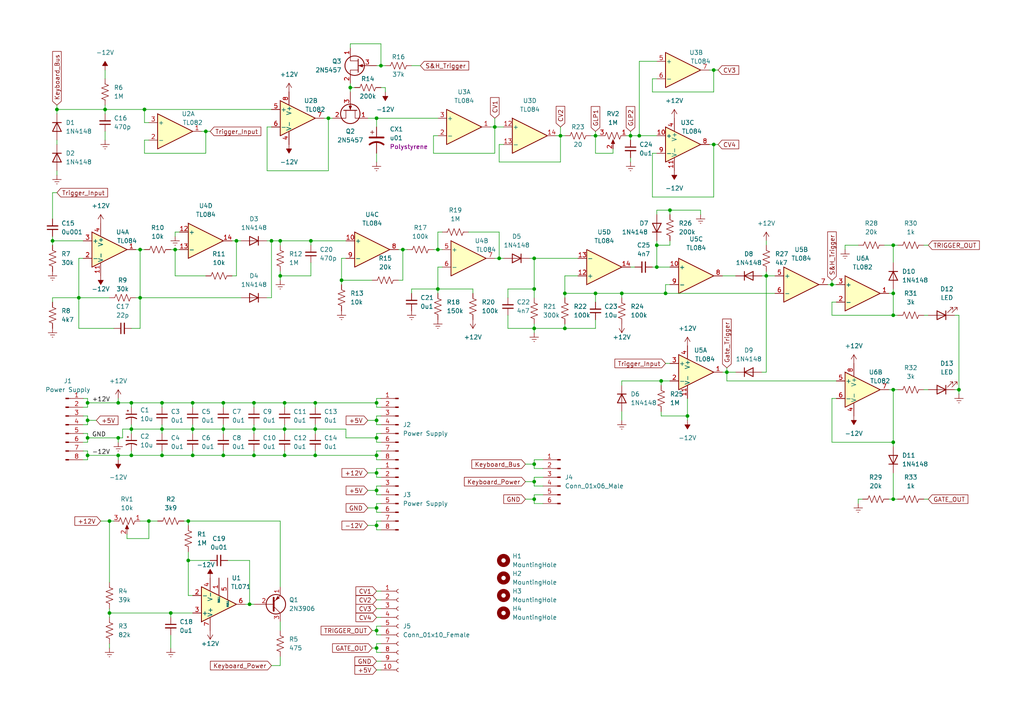
<source format=kicad_sch>
(kicad_sch
	(version 20250114)
	(generator "eeschema")
	(generator_version "9.0")
	(uuid "ed0dfb87-b39a-4715-8762-f812c52d1424")
	(paper "A4")
	
	(junction
		(at 109.22 132.08)
		(diameter 0)
		(color 0 0 0 0)
		(uuid "0641e549-78c2-42c8-bbe2-5e0bade0d637")
	)
	(junction
		(at 259.08 85.09)
		(diameter 0)
		(color 0 0 0 0)
		(uuid "06c2ffe8-d54c-4e39-aecf-ff8107b4e185")
	)
	(junction
		(at 127 72.39)
		(diameter 0)
		(color 0 0 0 0)
		(uuid "07ff92b0-7d03-4536-abd8-6fcd086104f5")
	)
	(junction
		(at 109.22 116.84)
		(diameter 0)
		(color 0 0 0 0)
		(uuid "0dc70939-5198-414b-aa66-46ae085e2edc")
	)
	(junction
		(at 190.5 71.12)
		(diameter 0)
		(color 0 0 0 0)
		(uuid "0ea1ee03-166a-49ea-ac79-6ff0e5c9894b")
	)
	(junction
		(at 49.53 177.8)
		(diameter 0)
		(color 0 0 0 0)
		(uuid "0f6b7f97-0f06-4c4c-85bf-6e458d76ccb8")
	)
	(junction
		(at 64.77 124.46)
		(diameter 0)
		(color 0 0 0 0)
		(uuid "0f77811f-5e62-416d-8fe1-6f2309b4a327")
	)
	(junction
		(at 54.61 151.13)
		(diameter 0)
		(color 0 0 0 0)
		(uuid "0f93df14-ce5f-47b8-b103-93d93432edc2")
	)
	(junction
		(at 154.94 95.25)
		(diameter 0)
		(color 0 0 0 0)
		(uuid "13567efc-210e-4b31-97f6-14c6235945b3")
	)
	(junction
		(at 41.91 31.75)
		(diameter 0)
		(color 0 0 0 0)
		(uuid "14dcb6e5-2592-441e-bc35-10f7f94298b2")
	)
	(junction
		(at 82.55 116.84)
		(diameter 0)
		(color 0 0 0 0)
		(uuid "16ddf19f-d77d-467d-9cee-afed955c154e")
	)
	(junction
		(at 259.08 128.27)
		(diameter 0)
		(color 0 0 0 0)
		(uuid "17cd726d-df3a-4481-8e0c-57827b823d7a")
	)
	(junction
		(at 64.77 132.08)
		(diameter 0)
		(color 0 0 0 0)
		(uuid "181a42ab-d6b5-44f0-827b-32d990ee10a2")
	)
	(junction
		(at 190.5 77.47)
		(diameter 0)
		(color 0 0 0 0)
		(uuid "1993d98e-49b0-4dd7-b939-6f3ab827ca1f")
	)
	(junction
		(at 259.08 113.03)
		(diameter 0)
		(color 0 0 0 0)
		(uuid "1c6c6d0e-9c6f-43b5-9cf0-33245f0702b9")
	)
	(junction
		(at 109.22 121.92)
		(diameter 0)
		(color 0 0 0 0)
		(uuid "23ca49c3-7290-4fe1-899a-cbaeef4ed6f9")
	)
	(junction
		(at 222.25 80.01)
		(diameter 0)
		(color 0 0 0 0)
		(uuid "25873da3-d51b-4164-92cc-8f14d208b951")
	)
	(junction
		(at 154.94 144.78)
		(diameter 0)
		(color 0 0 0 0)
		(uuid "2748de0a-2cc5-49b6-a970-dead8474ffe4")
	)
	(junction
		(at 50.8 72.39)
		(diameter 0)
		(color 0 0 0 0)
		(uuid "282b1772-a7c2-4fc4-8a87-de35b19ebeb9")
	)
	(junction
		(at 180.34 85.09)
		(diameter 0)
		(color 0 0 0 0)
		(uuid "2f02bc0d-7fc2-4786-aced-f8c983d8b3a8")
	)
	(junction
		(at 64.77 116.84)
		(diameter 0)
		(color 0 0 0 0)
		(uuid "3489249d-a8dd-4d0f-99c1-57ab016a3be6")
	)
	(junction
		(at 25.4 132.08)
		(diameter 0)
		(color 0 0 0 0)
		(uuid "3744d36c-838c-47b1-85c7-2da5db4a9668")
	)
	(junction
		(at 163.83 95.25)
		(diameter 0)
		(color 0 0 0 0)
		(uuid "39143e56-91f6-439d-a1cc-3f7583e5a822")
	)
	(junction
		(at 109.22 147.32)
		(diameter 0)
		(color 0 0 0 0)
		(uuid "3d387e54-78ed-48bf-ac60-1fc55ff5280c")
	)
	(junction
		(at 34.29 132.08)
		(diameter 0)
		(color 0 0 0 0)
		(uuid "3e86e1d4-b6f6-4e31-ac25-31d3e05c28e9")
	)
	(junction
		(at 82.55 132.08)
		(diameter 0)
		(color 0 0 0 0)
		(uuid "3f4b8a8e-aad2-4033-a8c7-10759b7e0507")
	)
	(junction
		(at 154.94 74.93)
		(diameter 0)
		(color 0 0 0 0)
		(uuid "411f128a-ce7c-40d3-b782-858c96f58620")
	)
	(junction
		(at 22.86 86.36)
		(diameter 0)
		(color 0 0 0 0)
		(uuid "43e5180a-67c2-4026-b422-fc1681636dc3")
	)
	(junction
		(at 172.72 85.09)
		(diameter 0)
		(color 0 0 0 0)
		(uuid "445589a4-c49d-4481-966a-d561c5d30054")
	)
	(junction
		(at 46.99 124.46)
		(diameter 0)
		(color 0 0 0 0)
		(uuid "451824f3-5b94-4e02-9308-54c51db81fa6")
	)
	(junction
		(at 210.82 107.95)
		(diameter 0)
		(color 0 0 0 0)
		(uuid "47f01c90-3d14-41fe-aacb-4fe89e6294bd")
	)
	(junction
		(at 207.01 41.91)
		(diameter 0)
		(color 0 0 0 0)
		(uuid "4ee1a540-ee83-408a-ba3a-5285b02707e1")
	)
	(junction
		(at 101.6 25.4)
		(diameter 0)
		(color 0 0 0 0)
		(uuid "526412f0-b8a7-4323-83c6-6df4da0d457d")
	)
	(junction
		(at 109.22 34.29)
		(diameter 0)
		(color 0 0 0 0)
		(uuid "536193e6-b11b-4615-bc17-a9f909592a12")
	)
	(junction
		(at 91.44 132.08)
		(diameter 0)
		(color 0 0 0 0)
		(uuid "56e5f39a-2a30-473c-b9fd-e958d73240a0")
	)
	(junction
		(at 34.29 116.84)
		(diameter 0)
		(color 0 0 0 0)
		(uuid "583ddea1-73bd-474c-b748-67e873b44a00")
	)
	(junction
		(at 95.25 34.29)
		(diameter 0)
		(color 0 0 0 0)
		(uuid "5a716b80-4ede-46ab-8777-2ec62d825978")
	)
	(junction
		(at 16.51 31.75)
		(diameter 0)
		(color 0 0 0 0)
		(uuid "5efea78b-beef-4ac9-a0fa-4cc4f6b1e859")
	)
	(junction
		(at 54.61 162.56)
		(diameter 0)
		(color 0 0 0 0)
		(uuid "623c3e94-7f11-48b0-9a25-f06d2ef659ee")
	)
	(junction
		(at 182.88 39.37)
		(diameter 0)
		(color 0 0 0 0)
		(uuid "62c23661-7b2f-49da-84db-c3965e57e7f6")
	)
	(junction
		(at 81.28 69.85)
		(diameter 0)
		(color 0 0 0 0)
		(uuid "65ad63e6-20de-412e-bc13-8bfc8244b362")
	)
	(junction
		(at 91.44 116.84)
		(diameter 0)
		(color 0 0 0 0)
		(uuid "65c42fc7-63a7-4b67-afee-f322009fb48b")
	)
	(junction
		(at 199.39 120.65)
		(diameter 0)
		(color 0 0 0 0)
		(uuid "68e10791-a42e-458c-a05a-67678a4b9ed1")
	)
	(junction
		(at 25.4 121.92)
		(diameter 0)
		(color 0 0 0 0)
		(uuid "6a10696d-0cda-4f6d-8403-9ad50b61cb2e")
	)
	(junction
		(at 25.4 116.84)
		(diameter 0)
		(color 0 0 0 0)
		(uuid "6e6e08b6-d558-45fd-88da-2aee3bd37041")
	)
	(junction
		(at 72.39 175.26)
		(diameter 0)
		(color 0 0 0 0)
		(uuid "6e8765d6-e3f4-4361-937e-f160cf8a2f1d")
	)
	(junction
		(at 40.64 86.36)
		(diameter 0)
		(color 0 0 0 0)
		(uuid "7291c14e-b260-4931-ace3-7497f27e5796")
	)
	(junction
		(at 31.75 151.13)
		(diameter 0)
		(color 0 0 0 0)
		(uuid "7308cec2-61d3-4fde-bff8-c46c3e024aa7")
	)
	(junction
		(at 172.72 39.37)
		(diameter 0)
		(color 0 0 0 0)
		(uuid "7597e1a1-f8ed-4d2d-9a4c-580e4713b5ba")
	)
	(junction
		(at 194.31 60.96)
		(diameter 0)
		(color 0 0 0 0)
		(uuid "7aa9ea82-6136-4175-b909-943b5c9c3dd8")
	)
	(junction
		(at 73.66 116.84)
		(diameter 0)
		(color 0 0 0 0)
		(uuid "80c3a61f-60ce-414c-9be8-69dbbc5be179")
	)
	(junction
		(at 278.13 113.03)
		(diameter 0)
		(color 0 0 0 0)
		(uuid "8131ca15-fa8a-46ea-a272-8d055babca63")
	)
	(junction
		(at 185.42 39.37)
		(diameter 0)
		(color 0 0 0 0)
		(uuid "822e7f7e-d1da-4fe1-8cd3-b615adc3deb3")
	)
	(junction
		(at 25.4 127)
		(diameter 0)
		(color 0 0 0 0)
		(uuid "83ac82dd-2701-4c9e-84ed-0e3d1c63d4b2")
	)
	(junction
		(at 38.1 124.46)
		(diameter 0)
		(color 0 0 0 0)
		(uuid "84d34372-a99e-4519-8edb-fe90841bd3e6")
	)
	(junction
		(at 68.58 69.85)
		(diameter 0)
		(color 0 0 0 0)
		(uuid "89e67b3b-548c-4c00-9539-664d432250f5")
	)
	(junction
		(at 109.22 127)
		(diameter 0)
		(color 0 0 0 0)
		(uuid "8cffb35b-f55a-4e78-9fb9-abd1ce74acd6")
	)
	(junction
		(at 163.83 85.09)
		(diameter 0)
		(color 0 0 0 0)
		(uuid "8e5a3d1d-ae6c-4579-a5c0-6694e4994a47")
	)
	(junction
		(at 154.94 139.7)
		(diameter 0)
		(color 0 0 0 0)
		(uuid "8ed4b74b-3a46-4fba-8ae3-86a496d500dc")
	)
	(junction
		(at 143.51 36.83)
		(diameter 0)
		(color 0 0 0 0)
		(uuid "93c342ca-06d6-458b-95a8-c8ac13577340")
	)
	(junction
		(at 90.17 69.85)
		(diameter 0)
		(color 0 0 0 0)
		(uuid "9e08898a-3ed4-4ace-bd12-afc49d600807")
	)
	(junction
		(at 15.24 69.85)
		(diameter 0)
		(color 0 0 0 0)
		(uuid "9e3d837b-53d6-404f-99af-3dc00cdd8c27")
	)
	(junction
		(at 30.48 31.75)
		(diameter 0)
		(color 0 0 0 0)
		(uuid "9eab8979-9752-423c-b3eb-b25422054527")
	)
	(junction
		(at 154.94 134.62)
		(diameter 0)
		(color 0 0 0 0)
		(uuid "a0105d71-49fc-40ed-bd97-a38e97cf9420")
	)
	(junction
		(at 116.84 72.39)
		(diameter 0)
		(color 0 0 0 0)
		(uuid "a0aa4ba7-b818-492a-91f4-8d57ee50932e")
	)
	(junction
		(at 109.22 182.88)
		(diameter 0)
		(color 0 0 0 0)
		(uuid "a14d14d0-8d2a-4bf0-85d0-4420e9a67cb6")
	)
	(junction
		(at 73.66 132.08)
		(diameter 0)
		(color 0 0 0 0)
		(uuid "a62d9869-b09e-4c65-a63a-8f44197ebdc4")
	)
	(junction
		(at 38.1 132.08)
		(diameter 0)
		(color 0 0 0 0)
		(uuid "ad80cc86-bc02-44f0-b409-85c9d9e7a2ba")
	)
	(junction
		(at 82.55 124.46)
		(diameter 0)
		(color 0 0 0 0)
		(uuid "adac0cd8-08df-4efb-8be9-1c7f89275f13")
	)
	(junction
		(at 55.88 132.08)
		(diameter 0)
		(color 0 0 0 0)
		(uuid "aed45e58-1da9-4192-90e9-d0f23be2a0f0")
	)
	(junction
		(at 154.94 83.82)
		(diameter 0)
		(color 0 0 0 0)
		(uuid "b03d9e7e-f94a-4f3b-8181-75ce0b95395c")
	)
	(junction
		(at 259.08 144.78)
		(diameter 0)
		(color 0 0 0 0)
		(uuid "b34c7e16-4538-4f6d-a9a8-c1b69f8b36c1")
	)
	(junction
		(at 259.08 91.44)
		(diameter 0)
		(color 0 0 0 0)
		(uuid "b563a42a-5afb-4da1-a091-54274d364e08")
	)
	(junction
		(at 55.88 124.46)
		(diameter 0)
		(color 0 0 0 0)
		(uuid "bea98324-232e-48e6-93fd-71b91d8d339d")
	)
	(junction
		(at 193.04 85.09)
		(diameter 0)
		(color 0 0 0 0)
		(uuid "bf69902c-a424-47ce-aecd-a29ba7425c79")
	)
	(junction
		(at 127 83.82)
		(diameter 0)
		(color 0 0 0 0)
		(uuid "bf95b8e5-bf1c-4c4a-aa60-593f155c4b97")
	)
	(junction
		(at 109.22 142.24)
		(diameter 0)
		(color 0 0 0 0)
		(uuid "c0c6725d-e3c5-4a6c-827d-7160f9fb65d6")
	)
	(junction
		(at 46.99 116.84)
		(diameter 0)
		(color 0 0 0 0)
		(uuid "c1f5e9b1-f618-4fdb-9182-3d78074664c1")
	)
	(junction
		(at 109.22 187.96)
		(diameter 0)
		(color 0 0 0 0)
		(uuid "c265f40b-5fb6-45a5-b045-539e7cf6d0ba")
	)
	(junction
		(at 46.99 132.08)
		(diameter 0)
		(color 0 0 0 0)
		(uuid "c5088895-efd1-4890-8786-80607245a624")
	)
	(junction
		(at 40.64 72.39)
		(diameter 0)
		(color 0 0 0 0)
		(uuid "cfb942da-affc-498d-a5fe-b038dd98fd77")
	)
	(junction
		(at 78.74 69.85)
		(diameter 0)
		(color 0 0 0 0)
		(uuid "d417144d-eb7f-43af-97fb-1adc0847ea48")
	)
	(junction
		(at 109.22 152.4)
		(diameter 0)
		(color 0 0 0 0)
		(uuid "d6471333-6493-4365-be9d-9075ac28f8c9")
	)
	(junction
		(at 241.3 82.55)
		(diameter 0)
		(color 0 0 0 0)
		(uuid "d6b85bef-d266-4e58-9526-86e5ed1360a6")
	)
	(junction
		(at 99.06 81.28)
		(diameter 0)
		(color 0 0 0 0)
		(uuid "dc6c9b8f-6662-46ae-8dc1-56f875feb616")
	)
	(junction
		(at 81.28 80.01)
		(diameter 0)
		(color 0 0 0 0)
		(uuid "de715268-7660-4fa5-b168-36456e11f919")
	)
	(junction
		(at 38.1 116.84)
		(diameter 0)
		(color 0 0 0 0)
		(uuid "e01df8b3-b940-4be4-b153-7c9b232eaad8")
	)
	(junction
		(at 34.29 127)
		(diameter 0)
		(color 0 0 0 0)
		(uuid "e1f4c8ce-77d8-4995-b4a0-52c6e415ec5b")
	)
	(junction
		(at 191.77 110.49)
		(diameter 0)
		(color 0 0 0 0)
		(uuid "e2405ef1-0e8a-484a-b14f-72ad69b2189d")
	)
	(junction
		(at 31.75 177.8)
		(diameter 0)
		(color 0 0 0 0)
		(uuid "e32f19c7-bfd6-40f5-a637-1a9dbb415d46")
	)
	(junction
		(at 109.22 137.16)
		(diameter 0)
		(color 0 0 0 0)
		(uuid "e352f11e-39fa-4025-b297-ca2211f94cd6")
	)
	(junction
		(at 73.66 124.46)
		(diameter 0)
		(color 0 0 0 0)
		(uuid "e50f1541-ff54-45ab-9eff-24bad1bcfbe6")
	)
	(junction
		(at 43.18 151.13)
		(diameter 0)
		(color 0 0 0 0)
		(uuid "e76c4e13-fda7-4fd1-a91d-a62efc95b946")
	)
	(junction
		(at 144.78 74.93)
		(diameter 0)
		(color 0 0 0 0)
		(uuid "eae1c9ed-4e36-4743-91fb-f0ca2e343145")
	)
	(junction
		(at 59.69 38.1)
		(diameter 0)
		(color 0 0 0 0)
		(uuid "f1866b90-45a5-4567-8bdf-baa15238e3a4")
	)
	(junction
		(at 110.49 19.05)
		(diameter 0)
		(color 0 0 0 0)
		(uuid "f1c3a03d-4d97-4c4e-b296-6442e92c4ad2")
	)
	(junction
		(at 162.56 39.37)
		(diameter 0)
		(color 0 0 0 0)
		(uuid "f1cc6a50-882e-4498-b8f8-00884bb4e26d")
	)
	(junction
		(at 207.01 20.32)
		(diameter 0)
		(color 0 0 0 0)
		(uuid "f5c87a1f-080d-4d8d-a9ed-2cb70e1ab27b")
	)
	(junction
		(at 91.44 124.46)
		(diameter 0)
		(color 0 0 0 0)
		(uuid "f6355ad9-d324-45c6-b172-43b8d58991ce")
	)
	(junction
		(at 55.88 116.84)
		(diameter 0)
		(color 0 0 0 0)
		(uuid "fa7a1a46-679a-4d78-a01a-b304977f7f86")
	)
	(junction
		(at 259.08 71.12)
		(diameter 0)
		(color 0 0 0 0)
		(uuid "fdea9433-5ff5-48bb-8405-026aaa98f8cc")
	)
	(wire
		(pts
			(xy 106.68 147.32) (xy 109.22 147.32)
		)
		(stroke
			(width 0)
			(type default)
		)
		(uuid "004c166e-32fb-4101-891b-4bc53bd5ffa5")
	)
	(wire
		(pts
			(xy 50.8 72.39) (xy 50.8 80.01)
		)
		(stroke
			(width 0)
			(type default)
		)
		(uuid "009a6032-9d10-4c72-a115-ef0b511bc43a")
	)
	(wire
		(pts
			(xy 24.13 115.57) (xy 25.4 115.57)
		)
		(stroke
			(width 0)
			(type default)
		)
		(uuid "00b5ee22-9e51-46f3-8035-2afe25ea73fe")
	)
	(wire
		(pts
			(xy 50.8 80.01) (xy 59.69 80.01)
		)
		(stroke
			(width 0)
			(type default)
		)
		(uuid "0155a0fd-4cf8-4223-ad37-9f217b9b7ecd")
	)
	(wire
		(pts
			(xy 55.88 130.81) (xy 55.88 132.08)
		)
		(stroke
			(width 0)
			(type default)
		)
		(uuid "02678afd-d8a0-4aa3-b8e3-bf3c6b507429")
	)
	(wire
		(pts
			(xy 15.24 69.85) (xy 15.24 71.12)
		)
		(stroke
			(width 0)
			(type default)
		)
		(uuid "02851dd5-4fa0-4e83-98b8-94b96a994b3e")
	)
	(wire
		(pts
			(xy 90.17 69.85) (xy 100.33 69.85)
		)
		(stroke
			(width 0)
			(type default)
		)
		(uuid "03055f87-1316-4a75-a09d-a45568bfd894")
	)
	(wire
		(pts
			(xy 189.23 26.67) (xy 207.01 26.67)
		)
		(stroke
			(width 0)
			(type default)
		)
		(uuid "03820061-ce38-41ed-aae2-bd9e28ee33a4")
	)
	(wire
		(pts
			(xy 163.83 80.01) (xy 167.64 80.01)
		)
		(stroke
			(width 0)
			(type default)
		)
		(uuid "038eb47a-6203-4572-9357-e653eb843df6")
	)
	(wire
		(pts
			(xy 259.08 113.03) (xy 257.81 113.03)
		)
		(stroke
			(width 0)
			(type default)
		)
		(uuid "03c5a15b-c650-441e-8066-9af886fe0b15")
	)
	(wire
		(pts
			(xy 162.56 36.83) (xy 162.56 39.37)
		)
		(stroke
			(width 0)
			(type default)
		)
		(uuid "0445d9c9-4ec6-48af-9ae4-a56d2e4aedb4")
	)
	(wire
		(pts
			(xy 40.64 72.39) (xy 41.91 72.39)
		)
		(stroke
			(width 0)
			(type default)
		)
		(uuid "04cadb2d-dd75-40fd-9c1b-0808e20b7876")
	)
	(wire
		(pts
			(xy 171.45 39.37) (xy 172.72 39.37)
		)
		(stroke
			(width 0)
			(type default)
		)
		(uuid "057b5532-1731-413e-9797-28bdd90e3fce")
	)
	(wire
		(pts
			(xy 109.22 44.45) (xy 109.22 46.99)
		)
		(stroke
			(width 0)
			(type default)
		)
		(uuid "05e0c6d4-1570-46f9-9fb2-31f3c7c7b59d")
	)
	(wire
		(pts
			(xy 55.88 116.84) (xy 64.77 116.84)
		)
		(stroke
			(width 0)
			(type default)
		)
		(uuid "06254ddb-2a31-416d-bfa0-9d9db5c506c7")
	)
	(wire
		(pts
			(xy 259.08 91.44) (xy 259.08 85.09)
		)
		(stroke
			(width 0)
			(type default)
		)
		(uuid "0637766f-9602-4c54-8f62-5116fd7cbef9")
	)
	(wire
		(pts
			(xy 177.8 44.45) (xy 172.72 44.45)
		)
		(stroke
			(width 0)
			(type default)
		)
		(uuid "071ad4e6-fcee-4796-94ec-42525a1d8371")
	)
	(wire
		(pts
			(xy 154.94 138.43) (xy 154.94 139.7)
		)
		(stroke
			(width 0)
			(type default)
		)
		(uuid "08798fc2-9481-4ab9-9339-cc4068e65603")
	)
	(wire
		(pts
			(xy 16.51 31.75) (xy 30.48 31.75)
		)
		(stroke
			(width 0)
			(type default)
		)
		(uuid "08a2c5e2-450a-4cd7-b412-b87bdcf1abca")
	)
	(wire
		(pts
			(xy 240.03 82.55) (xy 241.3 82.55)
		)
		(stroke
			(width 0)
			(type default)
		)
		(uuid "08c60eff-90cc-46b5-b276-0dca943e54cb")
	)
	(wire
		(pts
			(xy 109.22 132.08) (xy 109.22 133.35)
		)
		(stroke
			(width 0)
			(type default)
		)
		(uuid "09e30208-ef74-4bc2-936b-6485771affa4")
	)
	(wire
		(pts
			(xy 147.32 91.44) (xy 147.32 95.25)
		)
		(stroke
			(width 0)
			(type default)
		)
		(uuid "0ac080d6-0a18-4554-a194-4e1e30ba725a")
	)
	(wire
		(pts
			(xy 207.01 20.32) (xy 205.74 20.32)
		)
		(stroke
			(width 0)
			(type default)
		)
		(uuid "0ae95d5d-1139-4893-99ef-48a87a0c7061")
	)
	(wire
		(pts
			(xy 34.29 128.27) (xy 34.29 127)
		)
		(stroke
			(width 0)
			(type default)
		)
		(uuid "0b1083bf-9cf4-444d-99d2-9c3dbdfd0b26")
	)
	(wire
		(pts
			(xy 191.77 110.49) (xy 191.77 111.76)
		)
		(stroke
			(width 0)
			(type default)
		)
		(uuid "0c88eddd-a672-473b-9f0f-054da2ad96c4")
	)
	(wire
		(pts
			(xy 207.01 41.91) (xy 207.01 57.15)
		)
		(stroke
			(width 0)
			(type default)
		)
		(uuid "0cf27a35-58ef-4047-b4ad-037c387214f7")
	)
	(wire
		(pts
			(xy 172.72 85.09) (xy 180.34 85.09)
		)
		(stroke
			(width 0)
			(type default)
		)
		(uuid "0cfd607c-bf5c-45cc-b7c8-5afeab584cd9")
	)
	(wire
		(pts
			(xy 52.07 67.31) (xy 50.8 67.31)
		)
		(stroke
			(width 0)
			(type default)
		)
		(uuid "0d528196-da9b-4915-9727-8d8d9849b32c")
	)
	(wire
		(pts
			(xy 127 83.82) (xy 137.16 83.82)
		)
		(stroke
			(width 0)
			(type default)
		)
		(uuid "0db20e65-8f74-450b-aeba-675f6e0e850d")
	)
	(wire
		(pts
			(xy 29.21 151.13) (xy 31.75 151.13)
		)
		(stroke
			(width 0)
			(type default)
		)
		(uuid "0ff0e213-e768-4549-95a8-7685fd19cb07")
	)
	(wire
		(pts
			(xy 59.69 38.1) (xy 60.96 38.1)
		)
		(stroke
			(width 0)
			(type default)
		)
		(uuid "107e1a91-f0bc-46f9-b7b3-985cb3c3cd6b")
	)
	(wire
		(pts
			(xy 25.4 115.57) (xy 25.4 116.84)
		)
		(stroke
			(width 0)
			(type default)
		)
		(uuid "113eb835-74cd-4703-a227-65dc859e7d9b")
	)
	(wire
		(pts
			(xy 82.55 130.81) (xy 82.55 132.08)
		)
		(stroke
			(width 0)
			(type default)
		)
		(uuid "11881e62-9b2d-476a-ab32-b5dcd310e3c5")
	)
	(wire
		(pts
			(xy 46.99 132.08) (xy 46.99 130.81)
		)
		(stroke
			(width 0)
			(type default)
		)
		(uuid "11a05f2e-41f4-477b-a81d-e00c00decb33")
	)
	(wire
		(pts
			(xy 111.76 25.4) (xy 111.76 26.67)
		)
		(stroke
			(width 0)
			(type default)
		)
		(uuid "11a86f8a-20cf-4585-bb87-06fcc886eb02")
	)
	(wire
		(pts
			(xy 163.83 86.36) (xy 163.83 85.09)
		)
		(stroke
			(width 0)
			(type default)
		)
		(uuid "125493e1-f7fb-4d6a-ade0-51dee9b34330")
	)
	(wire
		(pts
			(xy 189.23 22.86) (xy 189.23 26.67)
		)
		(stroke
			(width 0)
			(type default)
		)
		(uuid "131f95aa-0979-44e3-ad44-aff734b6acd4")
	)
	(wire
		(pts
			(xy 172.72 39.37) (xy 172.72 44.45)
		)
		(stroke
			(width 0)
			(type default)
		)
		(uuid "157357c3-31fc-4c54-a42b-cd77d124ae5c")
	)
	(wire
		(pts
			(xy 185.42 39.37) (xy 185.42 17.78)
		)
		(stroke
			(width 0)
			(type default)
		)
		(uuid "157fd294-dd76-42cb-8d98-ad7a3db3d36d")
	)
	(wire
		(pts
			(xy 189.23 44.45) (xy 189.23 57.15)
		)
		(stroke
			(width 0)
			(type default)
		)
		(uuid "158186fc-4342-4232-af83-89008d69eaec")
	)
	(wire
		(pts
			(xy 137.16 83.82) (xy 137.16 85.09)
		)
		(stroke
			(width 0)
			(type default)
		)
		(uuid "15853097-3242-4ae4-b900-96fa3af3b064")
	)
	(wire
		(pts
			(xy 163.83 93.98) (xy 163.83 95.25)
		)
		(stroke
			(width 0)
			(type default)
		)
		(uuid "15b96c18-66ef-43ee-8da6-e5e73f2bece7")
	)
	(wire
		(pts
			(xy 109.22 171.45) (xy 110.49 171.45)
		)
		(stroke
			(width 0)
			(type default)
		)
		(uuid "161bcf8c-f32e-471c-9805-511921bf7f6b")
	)
	(wire
		(pts
			(xy 199.39 120.65) (xy 199.39 115.57)
		)
		(stroke
			(width 0)
			(type default)
		)
		(uuid "167d9d11-3226-45b7-957f-a20b6edc7255")
	)
	(wire
		(pts
			(xy 110.49 184.15) (xy 109.22 184.15)
		)
		(stroke
			(width 0)
			(type default)
		)
		(uuid "170f6ecd-f7f2-4c08-8a70-515c689b5436")
	)
	(wire
		(pts
			(xy 78.74 193.04) (xy 81.28 193.04)
		)
		(stroke
			(width 0)
			(type default)
		)
		(uuid "17983ab1-c3fb-4d20-afe1-da02090e465d")
	)
	(wire
		(pts
			(xy 31.75 186.69) (xy 31.75 187.96)
		)
		(stroke
			(width 0)
			(type default)
		)
		(uuid "17e77bf1-9cbb-4d8b-ae50-3235db2c9b30")
	)
	(wire
		(pts
			(xy 81.28 190.5) (xy 81.28 193.04)
		)
		(stroke
			(width 0)
			(type default)
		)
		(uuid "17eed412-e0e1-4661-813b-68819fb8b7ba")
	)
	(wire
		(pts
			(xy 95.25 34.29) (xy 93.98 34.29)
		)
		(stroke
			(width 0)
			(type default)
		)
		(uuid "181387c7-7c4a-40d2-aaf0-29d5e049ef45")
	)
	(wire
		(pts
			(xy 15.24 69.85) (xy 24.13 69.85)
		)
		(stroke
			(width 0)
			(type default)
		)
		(uuid "188571bd-3f8f-4969-9151-137503243cea")
	)
	(wire
		(pts
			(xy 143.51 34.29) (xy 143.51 36.83)
		)
		(stroke
			(width 0)
			(type default)
		)
		(uuid "18ba2d2e-9937-4372-b34f-a15acc0c9d55")
	)
	(wire
		(pts
			(xy 25.4 121.92) (xy 27.94 121.92)
		)
		(stroke
			(width 0)
			(type default)
		)
		(uuid "18ca908f-2b64-4b1e-a02e-3b77dd1abd16")
	)
	(wire
		(pts
			(xy 100.33 127) (xy 109.22 127)
		)
		(stroke
			(width 0)
			(type default)
		)
		(uuid "19079503-2b55-49a6-a37e-a086f7371b43")
	)
	(wire
		(pts
			(xy 46.99 123.19) (xy 46.99 124.46)
		)
		(stroke
			(width 0)
			(type default)
		)
		(uuid "1a12076e-2645-46f6-8768-731f6c0e35a2")
	)
	(wire
		(pts
			(xy 50.8 72.39) (xy 52.07 72.39)
		)
		(stroke
			(width 0)
			(type default)
		)
		(uuid "1a982b23-f74c-43ad-a51c-5486acedd4f0")
	)
	(wire
		(pts
			(xy 72.39 175.26) (xy 72.39 162.56)
		)
		(stroke
			(width 0)
			(type default)
		)
		(uuid "1b189692-7c4d-44b9-aded-13b256957116")
	)
	(wire
		(pts
			(xy 109.22 194.31) (xy 110.49 194.31)
		)
		(stroke
			(width 0)
			(type default)
		)
		(uuid "1b265d92-2455-44bc-8a63-c7c66bec7a10")
	)
	(wire
		(pts
			(xy 82.55 124.46) (xy 82.55 125.73)
		)
		(stroke
			(width 0)
			(type default)
		)
		(uuid "1cc85df9-091d-4ecd-a258-e34eb0e55ee9")
	)
	(wire
		(pts
			(xy 194.31 62.23) (xy 194.31 60.96)
		)
		(stroke
			(width 0)
			(type default)
		)
		(uuid "1d93e024-467b-45c2-bc81-4b5831678f06")
	)
	(wire
		(pts
			(xy 43.18 151.13) (xy 45.72 151.13)
		)
		(stroke
			(width 0)
			(type default)
		)
		(uuid "1db8fc00-204e-4dc0-96a2-4003b51790fa")
	)
	(wire
		(pts
			(xy 82.55 132.08) (xy 91.44 132.08)
		)
		(stroke
			(width 0)
			(type default)
		)
		(uuid "1e83e978-21d7-43a0-8e0c-e3a3a849348e")
	)
	(wire
		(pts
			(xy 109.22 147.32) (xy 109.22 148.59)
		)
		(stroke
			(width 0)
			(type default)
		)
		(uuid "1e8513e7-8668-417a-a319-e3308e179faa")
	)
	(wire
		(pts
			(xy 190.5 22.86) (xy 189.23 22.86)
		)
		(stroke
			(width 0)
			(type default)
		)
		(uuid "1f06e699-ea62-4d23-af4e-8dbe36d8f4b8")
	)
	(wire
		(pts
			(xy 109.22 186.69) (xy 110.49 186.69)
		)
		(stroke
			(width 0)
			(type default)
		)
		(uuid "1f541c26-e82b-4ac6-aad7-038ebb1f2122")
	)
	(wire
		(pts
			(xy 68.58 80.01) (xy 68.58 69.85)
		)
		(stroke
			(width 0)
			(type default)
		)
		(uuid "2068bc3f-8d95-4fb9-af39-bd1ceb1d19fa")
	)
	(wire
		(pts
			(xy 110.49 19.05) (xy 111.76 19.05)
		)
		(stroke
			(width 0)
			(type default)
		)
		(uuid "20ef21c0-aba1-4969-a8f5-197fd21fe1ed")
	)
	(wire
		(pts
			(xy 207.01 20.32) (xy 208.28 20.32)
		)
		(stroke
			(width 0)
			(type default)
		)
		(uuid "21175e8b-4d07-4566-9230-ea663606ec83")
	)
	(wire
		(pts
			(xy 194.31 60.96) (xy 190.5 60.96)
		)
		(stroke
			(width 0)
			(type default)
		)
		(uuid "229ca878-ed19-46e9-818a-436b3dcce09b")
	)
	(wire
		(pts
			(xy 58.42 38.1) (xy 59.69 38.1)
		)
		(stroke
			(width 0)
			(type default)
		)
		(uuid "22dd140d-25dd-41de-9366-c34ea565b23e")
	)
	(wire
		(pts
			(xy 241.3 87.63) (xy 241.3 91.44)
		)
		(stroke
			(width 0)
			(type default)
		)
		(uuid "22e36171-4f44-4c24-bd2d-39db7a3d6d48")
	)
	(wire
		(pts
			(xy 245.11 71.12) (xy 245.11 72.39)
		)
		(stroke
			(width 0)
			(type default)
		)
		(uuid "23782ae1-b6b5-4a02-9c86-39e63d2a2f97")
	)
	(wire
		(pts
			(xy 43.18 151.13) (xy 40.64 151.13)
		)
		(stroke
			(width 0)
			(type default)
		)
		(uuid "25c58195-9334-4815-9fbf-1207d0995bf8")
	)
	(wire
		(pts
			(xy 106.68 121.92) (xy 109.22 121.92)
		)
		(stroke
			(width 0)
			(type default)
		)
		(uuid "25fe06f9-fbdb-427a-a084-1fbcd9530a75")
	)
	(wire
		(pts
			(xy 190.5 71.12) (xy 190.5 77.47)
		)
		(stroke
			(width 0)
			(type default)
		)
		(uuid "27998aef-46da-4153-bd91-844a86290f3f")
	)
	(wire
		(pts
			(xy 49.53 72.39) (xy 50.8 72.39)
		)
		(stroke
			(width 0)
			(type default)
		)
		(uuid "27a84e5f-006f-498b-814d-5df4163ca916")
	)
	(wire
		(pts
			(xy 259.08 91.44) (xy 260.35 91.44)
		)
		(stroke
			(width 0)
			(type default)
		)
		(uuid "29064d22-d082-4bf7-840b-0f3c3fe28278")
	)
	(wire
		(pts
			(xy 24.13 74.93) (xy 22.86 74.93)
		)
		(stroke
			(width 0)
			(type default)
		)
		(uuid "299b6f9f-0070-4261-8212-dde31162042a")
	)
	(wire
		(pts
			(xy 77.47 36.83) (xy 77.47 49.53)
		)
		(stroke
			(width 0)
			(type default)
		)
		(uuid "29e979a4-5bc2-4667-b669-91881798413f")
	)
	(wire
		(pts
			(xy 82.55 116.84) (xy 82.55 118.11)
		)
		(stroke
			(width 0)
			(type default)
		)
		(uuid "2a3bbdc8-15bf-4a44-ad07-562900cfdad7")
	)
	(wire
		(pts
			(xy 190.5 77.47) (xy 194.31 77.47)
		)
		(stroke
			(width 0)
			(type default)
		)
		(uuid "2aadb39c-754c-40a6-9425-aea3de07f6fa")
	)
	(wire
		(pts
			(xy 109.22 116.84) (xy 109.22 115.57)
		)
		(stroke
			(width 0)
			(type default)
		)
		(uuid "2afa7996-277a-4bca-9f61-720cc84a7876")
	)
	(wire
		(pts
			(xy 24.13 128.27) (xy 25.4 128.27)
		)
		(stroke
			(width 0)
			(type default)
		)
		(uuid "2bf27398-492e-40e3-a5d8-65e1ad709491")
	)
	(wire
		(pts
			(xy 259.08 83.82) (xy 259.08 85.09)
		)
		(stroke
			(width 0)
			(type default)
		)
		(uuid "2c38f748-9bf9-40d6-bf47-d09e9d626f11")
	)
	(wire
		(pts
			(xy 67.31 69.85) (xy 68.58 69.85)
		)
		(stroke
			(width 0)
			(type default)
		)
		(uuid "2de17253-e425-4be3-bb86-e77ceb9236dc")
	)
	(wire
		(pts
			(xy 125.73 39.37) (xy 125.73 44.45)
		)
		(stroke
			(width 0)
			(type default)
		)
		(uuid "2f4b0220-63f6-4cf3-ad1d-3c904f0b086a")
	)
	(wire
		(pts
			(xy 24.13 130.81) (xy 25.4 130.81)
		)
		(stroke
			(width 0)
			(type default)
		)
		(uuid "30a474d6-2b5d-4c6e-b2fe-51b8367fe159")
	)
	(wire
		(pts
			(xy 106.68 152.4) (xy 109.22 152.4)
		)
		(stroke
			(width 0)
			(type default)
		)
		(uuid "3133fcc7-0946-4b70-bb77-f4493585cdea")
	)
	(wire
		(pts
			(xy 210.82 106.68) (xy 210.82 107.95)
		)
		(stroke
			(width 0)
			(type default)
		)
		(uuid "32693f13-e3d4-440e-9f0b-2fc315250e3e")
	)
	(wire
		(pts
			(xy 110.49 25.4) (xy 111.76 25.4)
		)
		(stroke
			(width 0)
			(type default)
		)
		(uuid "32778821-ec32-4422-9539-8d27b752fffc")
	)
	(wire
		(pts
			(xy 276.86 91.44) (xy 278.13 91.44)
		)
		(stroke
			(width 0)
			(type default)
		)
		(uuid "32ec7b65-0556-4854-bc1f-b0b6fd2a6bb7")
	)
	(wire
		(pts
			(xy 33.02 95.25) (xy 22.86 95.25)
		)
		(stroke
			(width 0)
			(type default)
		)
		(uuid "341e7e90-fdd6-4f11-a38f-72cd635f4fd8")
	)
	(wire
		(pts
			(xy 73.66 124.46) (xy 73.66 125.73)
		)
		(stroke
			(width 0)
			(type default)
		)
		(uuid "34797a70-cd05-4e1a-b7cc-e65964991058")
	)
	(wire
		(pts
			(xy 222.25 69.85) (xy 222.25 71.12)
		)
		(stroke
			(width 0)
			(type default)
		)
		(uuid "34cfb572-8dd0-431d-bd35-2c11cf4b86a8")
	)
	(wire
		(pts
			(xy 154.94 74.93) (xy 154.94 83.82)
		)
		(stroke
			(width 0)
			(type default)
		)
		(uuid "3671ff26-c4ba-45aa-9fa2-3ad1a10809ca")
	)
	(wire
		(pts
			(xy 220.98 80.01) (xy 222.25 80.01)
		)
		(stroke
			(width 0)
			(type default)
		)
		(uuid "3718feef-f4f9-48af-9f31-b1a4b4f2a0f2")
	)
	(wire
		(pts
			(xy 91.44 124.46) (xy 100.33 124.46)
		)
		(stroke
			(width 0)
			(type default)
		)
		(uuid "37a313d2-d519-4ee9-94d7-8672ad7a24d2")
	)
	(wire
		(pts
			(xy 109.22 127) (xy 109.22 128.27)
		)
		(stroke
			(width 0)
			(type default)
		)
		(uuid "37d30de8-e4ee-45b3-a3c8-f25c9f2cc701")
	)
	(wire
		(pts
			(xy 109.22 133.35) (xy 110.49 133.35)
		)
		(stroke
			(width 0)
			(type default)
		)
		(uuid "37efd9bc-ffb8-46f7-9f81-dc374fdfe8fb")
	)
	(wire
		(pts
			(xy 207.01 41.91) (xy 208.28 41.91)
		)
		(stroke
			(width 0)
			(type default)
		)
		(uuid "37f5a5f1-9f33-4b1a-9892-32bca504dfba")
	)
	(wire
		(pts
			(xy 242.57 87.63) (xy 241.3 87.63)
		)
		(stroke
			(width 0)
			(type default)
		)
		(uuid "384d290a-559c-4f2e-a008-aedb15df218b")
	)
	(wire
		(pts
			(xy 242.57 110.49) (xy 210.82 110.49)
		)
		(stroke
			(width 0)
			(type default)
		)
		(uuid "38ebf6a9-b836-4037-85ec-d46f0ad3a45c")
	)
	(wire
		(pts
			(xy 71.12 175.26) (xy 72.39 175.26)
		)
		(stroke
			(width 0)
			(type default)
		)
		(uuid "390549c3-5707-4108-a730-5d60f9ad15d9")
	)
	(wire
		(pts
			(xy 109.22 146.05) (xy 109.22 147.32)
		)
		(stroke
			(width 0)
			(type default)
		)
		(uuid "3a247cd7-f9d6-4f55-a486-30023bf2c314")
	)
	(wire
		(pts
			(xy 41.91 31.75) (xy 78.74 31.75)
		)
		(stroke
			(width 0)
			(type default)
		)
		(uuid "3b66e48d-e539-4e67-ac4c-3f72b4a33f72")
	)
	(wire
		(pts
			(xy 67.31 80.01) (xy 68.58 80.01)
		)
		(stroke
			(width 0)
			(type default)
		)
		(uuid "3bd21da5-c737-4511-8256-121224d9b65d")
	)
	(wire
		(pts
			(xy 222.25 80.01) (xy 222.25 107.95)
		)
		(stroke
			(width 0)
			(type default)
		)
		(uuid "3cdeb4c8-bfdf-4968-ad30-a180535d25ab")
	)
	(wire
		(pts
			(xy 154.94 143.51) (xy 154.94 144.78)
		)
		(stroke
			(width 0)
			(type default)
		)
		(uuid "3ceb5258-5320-4662-8471-5bbaf2738fe7")
	)
	(wire
		(pts
			(xy 115.57 81.28) (xy 116.84 81.28)
		)
		(stroke
			(width 0)
			(type default)
		)
		(uuid "3ddc292d-b2d4-4776-b8d4-ab5f3625cc80")
	)
	(wire
		(pts
			(xy 110.49 12.7) (xy 110.49 19.05)
		)
		(stroke
			(width 0)
			(type default)
		)
		(uuid "3f07d8c5-dda4-4c70-99e4-9644539510b9")
	)
	(wire
		(pts
			(xy 172.72 92.71) (xy 172.72 95.25)
		)
		(stroke
			(width 0)
			(type default)
		)
		(uuid "3f89b355-d524-47d2-883f-7bba4d96e102")
	)
	(wire
		(pts
			(xy 55.88 116.84) (xy 55.88 118.11)
		)
		(stroke
			(width 0)
			(type default)
		)
		(uuid "40f5a143-a92d-4c27-ba40-ecce2bbe6579")
	)
	(wire
		(pts
			(xy 267.97 144.78) (xy 269.24 144.78)
		)
		(stroke
			(width 0)
			(type default)
		)
		(uuid "410623e0-9346-452e-9e56-88d6ded4640e")
	)
	(wire
		(pts
			(xy 16.51 40.64) (xy 16.51 41.91)
		)
		(stroke
			(width 0)
			(type default)
		)
		(uuid "4157536e-4f3b-4f90-9871-5a074d55d859")
	)
	(wire
		(pts
			(xy 64.77 130.81) (xy 64.77 132.08)
		)
		(stroke
			(width 0)
			(type default)
		)
		(uuid "427495cc-5bd7-44c4-a947-c893de295da4")
	)
	(wire
		(pts
			(xy 30.48 30.48) (xy 30.48 31.75)
		)
		(stroke
			(width 0)
			(type default)
		)
		(uuid "42adefd2-701c-46fd-bf03-eab296db7aa8")
	)
	(wire
		(pts
			(xy 22.86 86.36) (xy 31.75 86.36)
		)
		(stroke
			(width 0)
			(type default)
		)
		(uuid "42bf2ea5-946a-4b02-8880-55d7082f22b3")
	)
	(wire
		(pts
			(xy 163.83 85.09) (xy 172.72 85.09)
		)
		(stroke
			(width 0)
			(type default)
		)
		(uuid "47047298-5da1-424b-b93e-7b1c7d4a0eaa")
	)
	(wire
		(pts
			(xy 109.22 116.84) (xy 109.22 118.11)
		)
		(stroke
			(width 0)
			(type default)
		)
		(uuid "47128d5a-5e6d-4d5f-9192-93c973c298d6")
	)
	(wire
		(pts
			(xy 154.94 133.35) (xy 154.94 134.62)
		)
		(stroke
			(width 0)
			(type default)
		)
		(uuid "47bd44aa-73ad-4d17-8cf8-b20abc12c2dd")
	)
	(wire
		(pts
			(xy 109.22 181.61) (xy 109.22 182.88)
		)
		(stroke
			(width 0)
			(type default)
		)
		(uuid "4880d226-b20b-49b7-9d40-c5b6e9b03c65")
	)
	(wire
		(pts
			(xy 190.5 69.85) (xy 190.5 71.12)
		)
		(stroke
			(width 0)
			(type default)
		)
		(uuid "48df565c-661e-4be8-a921-c107f09361aa")
	)
	(wire
		(pts
			(xy 109.22 152.4) (xy 109.22 153.67)
		)
		(stroke
			(width 0)
			(type default)
		)
		(uuid "4961d352-dad6-4a44-abd9-3e3d52e2ca27")
	)
	(wire
		(pts
			(xy 189.23 57.15) (xy 207.01 57.15)
		)
		(stroke
			(width 0)
			(type default)
		)
		(uuid "4addf9c0-07de-48e4-b2bd-e1721aa507e5")
	)
	(wire
		(pts
			(xy 78.74 36.83) (xy 77.47 36.83)
		)
		(stroke
			(width 0)
			(type default)
		)
		(uuid "4b8cf708-4d31-4764-aa5e-de244482d23a")
	)
	(wire
		(pts
			(xy 222.25 78.74) (xy 222.25 80.01)
		)
		(stroke
			(width 0)
			(type default)
		)
		(uuid "4bde39de-5cd2-44ef-bfa5-7c902adf935b")
	)
	(wire
		(pts
			(xy 40.64 95.25) (xy 40.64 86.36)
		)
		(stroke
			(width 0)
			(type default)
		)
		(uuid "4c5c15ff-5071-4e24-82eb-7da73e5b6287")
	)
	(wire
		(pts
			(xy 107.95 187.96) (xy 109.22 187.96)
		)
		(stroke
			(width 0)
			(type default)
		)
		(uuid "4c8c9023-5639-4b76-8b2a-06c61aa15575")
	)
	(wire
		(pts
			(xy 209.55 107.95) (xy 210.82 107.95)
		)
		(stroke
			(width 0)
			(type default)
		)
		(uuid "4cf0339e-5ee2-425f-af7f-59d9e26f56b9")
	)
	(wire
		(pts
			(xy 241.3 81.28) (xy 241.3 82.55)
		)
		(stroke
			(width 0)
			(type default)
		)
		(uuid "4d8c9611-c7af-4d9a-8979-6f6855786087")
	)
	(wire
		(pts
			(xy 109.22 140.97) (xy 110.49 140.97)
		)
		(stroke
			(width 0)
			(type default)
		)
		(uuid "4df0c495-539e-4857-83c4-b19ae8787798")
	)
	(wire
		(pts
			(xy 209.55 80.01) (xy 213.36 80.01)
		)
		(stroke
			(width 0)
			(type default)
		)
		(uuid "4e6d157d-2163-4903-9629-8bf841ca695d")
	)
	(wire
		(pts
			(xy 154.94 139.7) (xy 154.94 140.97)
		)
		(stroke
			(width 0)
			(type default)
		)
		(uuid "4f9f83f0-7583-4fb8-a714-962b9aa796f0")
	)
	(wire
		(pts
			(xy 91.44 132.08) (xy 91.44 130.81)
		)
		(stroke
			(width 0)
			(type default)
		)
		(uuid "50dd473a-d081-46a6-821d-55d4f9b521b9")
	)
	(wire
		(pts
			(xy 248.92 146.05) (xy 248.92 144.78)
		)
		(stroke
			(width 0)
			(type default)
		)
		(uuid "5157eab6-e929-4b2e-a220-0bcebe3552aa")
	)
	(wire
		(pts
			(xy 110.49 189.23) (xy 109.22 189.23)
		)
		(stroke
			(width 0)
			(type default)
		)
		(uuid "51a1455e-d61a-4e79-a31f-108f7343949f")
	)
	(wire
		(pts
			(xy 30.48 31.75) (xy 41.91 31.75)
		)
		(stroke
			(width 0)
			(type default)
		)
		(uuid "520142bd-0789-4641-972b-93da1d31a8e7")
	)
	(wire
		(pts
			(xy 54.61 162.56) (xy 54.61 172.72)
		)
		(stroke
			(width 0)
			(type default)
		)
		(uuid "520d836a-d2e7-4cd2-afcf-9815f3a1cfd2")
	)
	(wire
		(pts
			(xy 222.25 80.01) (xy 224.79 80.01)
		)
		(stroke
			(width 0)
			(type default)
		)
		(uuid "52b74a39-d5c0-4b10-bc35-569cb5cd7228")
	)
	(wire
		(pts
			(xy 55.88 177.8) (xy 49.53 177.8)
		)
		(stroke
			(width 0)
			(type default)
		)
		(uuid "52c08f1f-ae32-4214-a766-316676ba381f")
	)
	(wire
		(pts
			(xy 15.24 68.58) (xy 15.24 69.85)
		)
		(stroke
			(width 0)
			(type default)
		)
		(uuid "52c86999-94a4-4997-8c7e-387d2692d853")
	)
	(wire
		(pts
			(xy 144.78 67.31) (xy 144.78 74.93)
		)
		(stroke
			(width 0)
			(type default)
		)
		(uuid "52fbf180-d9bb-439f-a0a9-c9fbbd4bf103")
	)
	(wire
		(pts
			(xy 46.99 116.84) (xy 46.99 118.11)
		)
		(stroke
			(width 0)
			(type default)
		)
		(uuid "538fcad2-d7d4-4d7c-886a-7dc386a21d35")
	)
	(wire
		(pts
			(xy 189.23 44.45) (xy 190.5 44.45)
		)
		(stroke
			(width 0)
			(type default)
		)
		(uuid "54f8d31b-4cf0-4389-9bac-bbc13fffe0b9")
	)
	(wire
		(pts
			(xy 109.22 140.97) (xy 109.22 142.24)
		)
		(stroke
			(width 0)
			(type default)
		)
		(uuid "55ad9762-da79-4445-80dc-ec28f5923260")
	)
	(wire
		(pts
			(xy 40.64 72.39) (xy 39.37 72.39)
		)
		(stroke
			(width 0)
			(type default)
		)
		(uuid "560c3193-639d-44e4-9da2-66ac681c82e2")
	)
	(wire
		(pts
			(xy 154.94 140.97) (xy 157.48 140.97)
		)
		(stroke
			(width 0)
			(type default)
		)
		(uuid "562ab366-4321-41f7-aa3c-7a0fe690c3d9")
	)
	(wire
		(pts
			(xy 259.08 128.27) (xy 259.08 113.03)
		)
		(stroke
			(width 0)
			(type default)
		)
		(uuid "56b49f49-49fa-4079-b50c-59b54e8c8c54")
	)
	(wire
		(pts
			(xy 109.22 153.67) (xy 110.49 153.67)
		)
		(stroke
			(width 0)
			(type default)
		)
		(uuid "57fcd6f1-e592-4a4a-a697-99c17fec0ccb")
	)
	(wire
		(pts
			(xy 22.86 86.36) (xy 15.24 86.36)
		)
		(stroke
			(width 0)
			(type default)
		)
		(uuid "5811a637-5749-4bfb-be5e-0dcc64c4b21b")
	)
	(wire
		(pts
			(xy 73.66 116.84) (xy 82.55 116.84)
		)
		(stroke
			(width 0)
			(type default)
		)
		(uuid "5873f0b4-6f64-4f4f-8899-f42d883c9af8")
	)
	(wire
		(pts
			(xy 182.88 45.72) (xy 182.88 46.99)
		)
		(stroke
			(width 0)
			(type default)
		)
		(uuid "589c42e9-a5ba-4bb6-a142-489bdb30af8c")
	)
	(wire
		(pts
			(xy 278.13 91.44) (xy 278.13 113.03)
		)
		(stroke
			(width 0)
			(type default)
		)
		(uuid "5abf7208-a5c0-4d0b-a3b9-6ade74277bcf")
	)
	(wire
		(pts
			(xy 55.88 123.19) (xy 55.88 124.46)
		)
		(stroke
			(width 0)
			(type default)
		)
		(uuid "5add03d6-59c6-4455-9b2a-ab6317e7ae1b")
	)
	(wire
		(pts
			(xy 78.74 69.85) (xy 77.47 69.85)
		)
		(stroke
			(width 0)
			(type default)
		)
		(uuid "5bb1a512-2a41-476e-a253-d9567c30a609")
	)
	(wire
		(pts
			(xy 259.08 137.16) (xy 259.08 144.78)
		)
		(stroke
			(width 0)
			(type default)
		)
		(uuid "5c427d8a-4d93-4dc6-9b43-da4b09a894ad")
	)
	(wire
		(pts
			(xy 73.66 132.08) (xy 73.66 130.81)
		)
		(stroke
			(width 0)
			(type default)
		)
		(uuid "5cd04b1a-adda-4289-8e0b-59e18074221a")
	)
	(wire
		(pts
			(xy 31.75 151.13) (xy 31.75 168.91)
		)
		(stroke
			(width 0)
			(type default)
		)
		(uuid "5dd42de1-83f0-4663-9629-16b7aec38dad")
	)
	(wire
		(pts
			(xy 64.77 132.08) (xy 73.66 132.08)
		)
		(stroke
			(width 0)
			(type default)
		)
		(uuid "5faf634c-4867-451b-b989-191aefef08c0")
	)
	(wire
		(pts
			(xy 49.53 177.8) (xy 31.75 177.8)
		)
		(stroke
			(width 0)
			(type default)
		)
		(uuid "5fde6826-6a00-45e3-a8df-ff09910bea75")
	)
	(wire
		(pts
			(xy 41.91 44.45) (xy 41.91 40.64)
		)
		(stroke
			(width 0)
			(type default)
		)
		(uuid "60cdcaf2-048f-4289-ac43-e38ac9a94083")
	)
	(wire
		(pts
			(xy 210.82 110.49) (xy 210.82 107.95)
		)
		(stroke
			(width 0)
			(type default)
		)
		(uuid "619b2a1f-d1e1-408c-be9a-0183341413a8")
	)
	(wire
		(pts
			(xy 95.25 49.53) (xy 95.25 34.29)
		)
		(stroke
			(width 0)
			(type default)
		)
		(uuid "629cf1e4-9ebd-4714-b329-2bce8cbbc672")
	)
	(wire
		(pts
			(xy 154.94 146.05) (xy 157.48 146.05)
		)
		(stroke
			(width 0)
			(type default)
		)
		(uuid "62c0767c-08dd-49c5-8144-c712f506a170")
	)
	(wire
		(pts
			(xy 72.39 175.26) (xy 73.66 175.26)
		)
		(stroke
			(width 0)
			(type default)
		)
		(uuid "63d341b9-4ee5-487e-88f1-d5dee2681aed")
	)
	(wire
		(pts
			(xy 34.29 115.57) (xy 34.29 116.84)
		)
		(stroke
			(width 0)
			(type default)
		)
		(uuid "65345f23-dd3f-4cb9-98a6-43cc90c56328")
	)
	(wire
		(pts
			(xy 16.51 49.53) (xy 16.51 50.8)
		)
		(stroke
			(width 0)
			(type default)
		)
		(uuid "656095f8-108c-407e-8752-c874252c0595")
	)
	(wire
		(pts
			(xy 25.4 127) (xy 34.29 127)
		)
		(stroke
			(width 0)
			(type default)
		)
		(uuid "65afe2b5-49ef-43d7-b983-118015922c9a")
	)
	(wire
		(pts
			(xy 25.4 125.73) (xy 25.4 127)
		)
		(stroke
			(width 0)
			(type default)
		)
		(uuid "6805b3d1-8dc4-4360-8c6f-b654248aa5f9")
	)
	(wire
		(pts
			(xy 38.1 116.84) (xy 46.99 116.84)
		)
		(stroke
			(width 0)
			(type default)
		)
		(uuid "68d0aa07-0b25-4562-9edc-d998253a03bf")
	)
	(wire
		(pts
			(xy 161.29 39.37) (xy 162.56 39.37)
		)
		(stroke
			(width 0)
			(type default)
		)
		(uuid "68ffe01d-d6ec-42dc-acd6-5551b94bc4ca")
	)
	(wire
		(pts
			(xy 194.31 60.96) (xy 203.2 60.96)
		)
		(stroke
			(width 0)
			(type default)
		)
		(uuid "69e12a65-073b-4b46-94db-6c622628ba95")
	)
	(wire
		(pts
			(xy 64.77 123.19) (xy 64.77 124.46)
		)
		(stroke
			(width 0)
			(type default)
		)
		(uuid "6a6a77d7-8557-439b-aab3-081471c2f30a")
	)
	(wire
		(pts
			(xy 40.64 86.36) (xy 69.85 86.36)
		)
		(stroke
			(width 0)
			(type default)
		)
		(uuid "6ae40931-f840-44c7-b218-fddf96feeceb")
	)
	(wire
		(pts
			(xy 55.88 124.46) (xy 64.77 124.46)
		)
		(stroke
			(width 0)
			(type default)
		)
		(uuid "6c36bd64-c1a1-4abd-9468-34820f21c1a7")
	)
	(wire
		(pts
			(xy 248.92 144.78) (xy 250.19 144.78)
		)
		(stroke
			(width 0)
			(type default)
		)
		(uuid "6caf930a-f2f9-4368-adf8-2369bcaaf49a")
	)
	(wire
		(pts
			(xy 24.13 118.11) (xy 25.4 118.11)
		)
		(stroke
			(width 0)
			(type default)
		)
		(uuid "6d193cdb-d864-41ab-a39b-9a645bf499c8")
	)
	(wire
		(pts
			(xy 190.5 60.96) (xy 190.5 62.23)
		)
		(stroke
			(width 0)
			(type default)
		)
		(uuid "6d4cbdf7-987c-4d26-970f-2952b392321f")
	)
	(wire
		(pts
			(xy 78.74 86.36) (xy 78.74 69.85)
		)
		(stroke
			(width 0)
			(type default)
		)
		(uuid "6dda1392-47d1-4d7a-aa46-761aa22c3b3d")
	)
	(wire
		(pts
			(xy 109.22 34.29) (xy 127 34.29)
		)
		(stroke
			(width 0)
			(type default)
		)
		(uuid "6f986062-6cd2-4737-bde2-052377a9864d")
	)
	(wire
		(pts
			(xy 116.84 72.39) (xy 118.11 72.39)
		)
		(stroke
			(width 0)
			(type default)
		)
		(uuid "6f9ea69c-0df1-4040-945b-8885ba35c398")
	)
	(wire
		(pts
			(xy 46.99 116.84) (xy 55.88 116.84)
		)
		(stroke
			(width 0)
			(type default)
		)
		(uuid "711093ff-9a31-45cb-8d4f-5da9676f309e")
	)
	(wire
		(pts
			(xy 24.13 120.65) (xy 25.4 120.65)
		)
		(stroke
			(width 0)
			(type default)
		)
		(uuid "711b0b3d-f492-40b3-9864-ab55815a14b2")
	)
	(wire
		(pts
			(xy 99.06 81.28) (xy 99.06 82.55)
		)
		(stroke
			(width 0)
			(type default)
		)
		(uuid "71612bbd-74b0-4122-9342-74503f788c68")
	)
	(wire
		(pts
			(xy 125.73 44.45) (xy 143.51 44.45)
		)
		(stroke
			(width 0)
			(type default)
		)
		(uuid "72459469-4d67-4ce5-85c4-df47a8c863f9")
	)
	(wire
		(pts
			(xy 59.69 38.1) (xy 59.69 44.45)
		)
		(stroke
			(width 0)
			(type default)
		)
		(uuid "72655cce-2ee1-4d16-a175-216d1b01d974")
	)
	(wire
		(pts
			(xy 109.22 143.51) (xy 110.49 143.51)
		)
		(stroke
			(width 0)
			(type default)
		)
		(uuid "738251d9-03b9-4435-9a63-689f4cd1db7d")
	)
	(wire
		(pts
			(xy 100.33 124.46) (xy 100.33 127)
		)
		(stroke
			(width 0)
			(type default)
		)
		(uuid "73e943e2-60ed-42b7-8c26-1825fb314e80")
	)
	(wire
		(pts
			(xy 181.61 39.37) (xy 182.88 39.37)
		)
		(stroke
			(width 0)
			(type default)
		)
		(uuid "744195f4-60db-4baa-a504-1c19879d70af")
	)
	(wire
		(pts
			(xy 157.48 143.51) (xy 154.94 143.51)
		)
		(stroke
			(width 0)
			(type default)
		)
		(uuid "74cbe543-299e-422d-8222-d8f9f0237e6d")
	)
	(wire
		(pts
			(xy 36.83 154.94) (xy 36.83 156.21)
		)
		(stroke
			(width 0)
			(type default)
		)
		(uuid "74fc771d-3991-4b03-82b9-3d199a0f2774")
	)
	(wire
		(pts
			(xy 193.04 82.55) (xy 194.31 82.55)
		)
		(stroke
			(width 0)
			(type default)
		)
		(uuid "75ccd05e-406b-43f5-a71c-6e2a6af503b2")
	)
	(wire
		(pts
			(xy 144.78 74.93) (xy 143.51 74.93)
		)
		(stroke
			(width 0)
			(type default)
		)
		(uuid "7628130c-6088-405e-b515-ccc7d65af64c")
	)
	(wire
		(pts
			(xy 172.72 39.37) (xy 173.99 39.37)
		)
		(stroke
			(width 0)
			(type default)
		)
		(uuid "79c5b4cf-2125-4c19-b4cf-549ec24d0365")
	)
	(wire
		(pts
			(xy 109.22 138.43) (xy 110.49 138.43)
		)
		(stroke
			(width 0)
			(type default)
		)
		(uuid "7a437581-2e2c-48b7-8860-aa6f1b5b514b")
	)
	(wire
		(pts
			(xy 190.5 71.12) (xy 194.31 71.12)
		)
		(stroke
			(width 0)
			(type default)
		)
		(uuid "7a769a99-070b-439b-9fb2-59035e6a13e6")
	)
	(wire
		(pts
			(xy 109.22 148.59) (xy 110.49 148.59)
		)
		(stroke
			(width 0)
			(type default)
		)
		(uuid "7b871e3b-bf82-41e0-9db2-bd30bd188a78")
	)
	(wire
		(pts
			(xy 154.94 135.89) (xy 157.48 135.89)
		)
		(stroke
			(width 0)
			(type default)
		)
		(uuid "7c3224b4-0358-42ef-9fc5-97423d9b6b6c")
	)
	(wire
		(pts
			(xy 203.2 60.96) (xy 203.2 62.23)
		)
		(stroke
			(width 0)
			(type default)
		)
		(uuid "7c8bc0a9-49e5-4cf4-8c1e-b7bdcaa58c02")
	)
	(wire
		(pts
			(xy 259.08 144.78) (xy 260.35 144.78)
		)
		(stroke
			(width 0)
			(type default)
		)
		(uuid "7cb23a3f-13d6-4033-9314-bae185e61708")
	)
	(wire
		(pts
			(xy 207.01 26.67) (xy 207.01 20.32)
		)
		(stroke
			(width 0)
			(type default)
		)
		(uuid "7cf34620-d879-479c-90a2-fd8eadb67b4a")
	)
	(wire
		(pts
			(xy 259.08 71.12) (xy 260.35 71.12)
		)
		(stroke
			(width 0)
			(type default)
		)
		(uuid "7dadfd41-67a2-4d04-9965-ffdce0bf2d11")
	)
	(wire
		(pts
			(xy 119.38 83.82) (xy 127 83.82)
		)
		(stroke
			(width 0)
			(type default)
		)
		(uuid "7de402bb-bf59-4467-9a61-34b882c206cc")
	)
	(wire
		(pts
			(xy 241.3 128.27) (xy 259.08 128.27)
		)
		(stroke
			(width 0)
			(type default)
		)
		(uuid "7ea985d6-f324-4bfe-822c-ea55c612c333")
	)
	(wire
		(pts
			(xy 77.47 49.53) (xy 95.25 49.53)
		)
		(stroke
			(width 0)
			(type default)
		)
		(uuid "803b4960-af55-4c42-a755-029e4abb8f6f")
	)
	(wire
		(pts
			(xy 109.22 182.88) (xy 109.22 184.15)
		)
		(stroke
			(width 0)
			(type default)
		)
		(uuid "808ad78b-4520-44de-9dea-1c88c00858ae")
	)
	(wire
		(pts
			(xy 64.77 124.46) (xy 64.77 125.73)
		)
		(stroke
			(width 0)
			(type default)
		)
		(uuid "815eb95a-a863-4bc2-be3e-ad7f9139a903")
	)
	(wire
		(pts
			(xy 143.51 36.83) (xy 146.05 36.83)
		)
		(stroke
			(width 0)
			(type default)
		)
		(uuid "817510aa-8494-4db9-9c9f-39d4dbdb7087")
	)
	(wire
		(pts
			(xy 106.68 34.29) (xy 109.22 34.29)
		)
		(stroke
			(width 0)
			(type default)
		)
		(uuid "818667e0-e135-44c6-a939-ad0cad87fc25")
	)
	(wire
		(pts
			(xy 34.29 132.08) (xy 34.29 133.35)
		)
		(stroke
			(width 0)
			(type default)
		)
		(uuid "8296483d-ed98-4503-9c72-4cd2492aa5a6")
	)
	(wire
		(pts
			(xy 144.78 41.91) (xy 144.78 46.99)
		)
		(stroke
			(width 0)
			(type default)
		)
		(uuid "82f0e0a5-c356-40c1-998d-904edd70885f")
	)
	(wire
		(pts
			(xy 16.51 55.88) (xy 15.24 55.88)
		)
		(stroke
			(width 0)
			(type default)
		)
		(uuid "834ff91b-e936-41b2-8cee-b1f3ffe9ccd0")
	)
	(wire
		(pts
			(xy 109.22 121.92) (xy 109.22 123.19)
		)
		(stroke
			(width 0)
			(type default)
		)
		(uuid "84751cfa-c032-41a4-8230-50042053caf7")
	)
	(wire
		(pts
			(xy 81.28 69.85) (xy 81.28 71.12)
		)
		(stroke
			(width 0)
			(type default)
		)
		(uuid "85b579cf-dcfb-49d3-83b7-f6d9ffa2770e")
	)
	(wire
		(pts
			(xy 199.39 120.65) (xy 199.39 121.92)
		)
		(stroke
			(width 0)
			(type default)
		)
		(uuid "86d60bde-520f-4739-9977-953da84a539c")
	)
	(wire
		(pts
			(xy 259.08 85.09) (xy 257.81 85.09)
		)
		(stroke
			(width 0)
			(type default)
		)
		(uuid "87fc2b79-58f0-4714-a101-43e02b65e26c")
	)
	(wire
		(pts
			(xy 49.53 184.15) (xy 49.53 187.96)
		)
		(stroke
			(width 0)
			(type default)
		)
		(uuid "8878e06f-813c-408c-979f-7180139ad1cf")
	)
	(wire
		(pts
			(xy 109.22 135.89) (xy 110.49 135.89)
		)
		(stroke
			(width 0)
			(type default)
		)
		(uuid "897dc2ca-49a2-41a1-9b78-ef9c65e8bdfa")
	)
	(wire
		(pts
			(xy 224.79 85.09) (xy 193.04 85.09)
		)
		(stroke
			(width 0)
			(type default)
		)
		(uuid "89a75315-c8ba-4570-916a-885e7f5292c9")
	)
	(wire
		(pts
			(xy 90.17 69.85) (xy 90.17 71.12)
		)
		(stroke
			(width 0)
			(type default)
		)
		(uuid "8a63d4d7-174c-4583-9a4a-87b7f3637f1f")
	)
	(wire
		(pts
			(xy 162.56 39.37) (xy 163.83 39.37)
		)
		(stroke
			(width 0)
			(type default)
		)
		(uuid "8ae7f663-a2d3-470b-9dca-27caf6a01bf6")
	)
	(wire
		(pts
			(xy 109.22 191.77) (xy 110.49 191.77)
		)
		(stroke
			(width 0)
			(type default)
		)
		(uuid "8bb5edae-bc43-49eb-8b32-4acca916c920")
	)
	(wire
		(pts
			(xy 152.4 134.62) (xy 154.94 134.62)
		)
		(stroke
			(width 0)
			(type default)
		)
		(uuid "8d37d51c-523a-4670-afac-0c6bb5ff0047")
	)
	(wire
		(pts
			(xy 73.66 132.08) (xy 82.55 132.08)
		)
		(stroke
			(width 0)
			(type default)
		)
		(uuid "8d6c6ef2-a822-45fe-8441-514d21b5e16d")
	)
	(wire
		(pts
			(xy 154.94 133.35) (xy 157.48 133.35)
		)
		(stroke
			(width 0)
			(type default)
		)
		(uuid "8db5e405-71f9-4f0b-b6d9-f97b700d767f")
	)
	(wire
		(pts
			(xy 54.61 160.02) (xy 54.61 162.56)
		)
		(stroke
			(width 0)
			(type default)
		)
		(uuid "8dc552fc-5942-4fa0-9d0c-03aee905e6e4")
	)
	(wire
		(pts
			(xy 147.32 95.25) (xy 154.94 95.25)
		)
		(stroke
			(width 0)
			(type default)
		)
		(uuid "8ea18176-6051-4a38-bffe-6a5854ae75e3")
	)
	(wire
		(pts
			(xy 144.78 46.99) (xy 162.56 46.99)
		)
		(stroke
			(width 0)
			(type default)
		)
		(uuid "8f45fae1-e0e8-4464-a356-a7b1b15344f7")
	)
	(wire
		(pts
			(xy 38.1 116.84) (xy 38.1 118.11)
		)
		(stroke
			(width 0)
			(type default)
		)
		(uuid "8f62e688-ea44-496b-86c9-635b6163fe6d")
	)
	(wire
		(pts
			(xy 109.22 128.27) (xy 110.49 128.27)
		)
		(stroke
			(width 0)
			(type default)
		)
		(uuid "908d2b7e-4457-4572-8999-e6b6fabc4366")
	)
	(wire
		(pts
			(xy 154.94 134.62) (xy 154.94 135.89)
		)
		(stroke
			(width 0)
			(type default)
		)
		(uuid "9092f8db-d1fe-41a2-b541-91ca376d0685")
	)
	(wire
		(pts
			(xy 22.86 74.93) (xy 22.86 86.36)
		)
		(stroke
			(width 0)
			(type default)
		)
		(uuid "90fa2d1b-5e5f-4858-8556-164cbb079ebb")
	)
	(wire
		(pts
			(xy 81.28 180.34) (xy 81.28 182.88)
		)
		(stroke
			(width 0)
			(type default)
		)
		(uuid "916cb3c0-1dc6-430c-be2f-9fec740291a9")
	)
	(wire
		(pts
			(xy 34.29 132.08) (xy 38.1 132.08)
		)
		(stroke
			(width 0)
			(type default)
		)
		(uuid "9377dc88-22aa-4f87-9048-b7ce93d63c99")
	)
	(wire
		(pts
			(xy 54.61 151.13) (xy 54.61 152.4)
		)
		(stroke
			(width 0)
			(type default)
		)
		(uuid "953de3e5-fb2c-4e60-9d27-057d9ecc7ecf")
	)
	(wire
		(pts
			(xy 25.4 121.92) (xy 25.4 123.19)
		)
		(stroke
			(width 0)
			(type default)
		)
		(uuid "96228807-dd77-4c66-b037-c400a9a25db3")
	)
	(wire
		(pts
			(xy 154.94 144.78) (xy 154.94 146.05)
		)
		(stroke
			(width 0)
			(type default)
		)
		(uuid "968dbca6-0ae1-48f9-9d2e-5dd63399c09c")
	)
	(wire
		(pts
			(xy 34.29 116.84) (xy 38.1 116.84)
		)
		(stroke
			(width 0)
			(type default)
		)
		(uuid "979d7433-3bc2-4e40-bebc-c6ba599fe871")
	)
	(wire
		(pts
			(xy 127 77.47) (xy 127 83.82)
		)
		(stroke
			(width 0)
			(type default)
		)
		(uuid "991b87a8-b0d8-4dd7-a218-b9afab184cf0")
	)
	(wire
		(pts
			(xy 163.83 95.25) (xy 154.94 95.25)
		)
		(stroke
			(width 0)
			(type default)
		)
		(uuid "993b0f7d-746a-4d90-982f-f612323887ec")
	)
	(wire
		(pts
			(xy 109.22 173.99) (xy 110.49 173.99)
		)
		(stroke
			(width 0)
			(type default)
		)
		(uuid "99cb0c3e-9c10-4e20-a8d2-aabef13bd650")
	)
	(wire
		(pts
			(xy 54.61 172.72) (xy 55.88 172.72)
		)
		(stroke
			(width 0)
			(type default)
		)
		(uuid "9a7e2501-8166-4c74-b64a-84b64ebaf282")
	)
	(wire
		(pts
			(xy 107.95 81.28) (xy 99.06 81.28)
		)
		(stroke
			(width 0)
			(type default)
		)
		(uuid "9a969cf4-f915-424d-8748-9feab7efcd1d")
	)
	(wire
		(pts
			(xy 35.56 127) (xy 35.56 124.46)
		)
		(stroke
			(width 0)
			(type default)
		)
		(uuid "9a9c1c8d-334e-4628-9e47-ed8c5c68e16c")
	)
	(wire
		(pts
			(xy 222.25 107.95) (xy 220.98 107.95)
		)
		(stroke
			(width 0)
			(type default)
		)
		(uuid "9b749c69-a7c1-4125-ae08-c9f98b5415d8")
	)
	(wire
		(pts
			(xy 210.82 107.95) (xy 213.36 107.95)
		)
		(stroke
			(width 0)
			(type default)
		)
		(uuid "9c544588-c4d1-4dc9-bc49-4cd539e00b8d")
	)
	(wire
		(pts
			(xy 276.86 113.03) (xy 278.13 113.03)
		)
		(stroke
			(width 0)
			(type default)
		)
		(uuid "9c8e1bac-5672-46ad-9e0c-8e8299923923")
	)
	(wire
		(pts
			(xy 38.1 123.19) (xy 38.1 124.46)
		)
		(stroke
			(width 0)
			(type default)
		)
		(uuid "9d4263ea-d208-43ed-9b79-2f8993c127d9")
	)
	(wire
		(pts
			(xy 31.75 177.8) (xy 31.75 179.07)
		)
		(stroke
			(width 0)
			(type default)
		)
		(uuid "9dff25f0-8fc8-4dd7-82e4-c342d0f93fcd")
	)
	(wire
		(pts
			(xy 82.55 123.19) (xy 82.55 124.46)
		)
		(stroke
			(width 0)
			(type default)
		)
		(uuid "9e15d334-33ca-4097-8810-c4d553d15a49")
	)
	(wire
		(pts
			(xy 46.99 124.46) (xy 55.88 124.46)
		)
		(stroke
			(width 0)
			(type default)
		)
		(uuid "9fc7e2b8-7059-4f02-bc90-f02027e5ef1f")
	)
	(wire
		(pts
			(xy 109.22 146.05) (xy 110.49 146.05)
		)
		(stroke
			(width 0)
			(type default)
		)
		(uuid "a0d30291-7a1f-465c-a90a-d38c6af2476b")
	)
	(wire
		(pts
			(xy 78.74 69.85) (xy 81.28 69.85)
		)
		(stroke
			(width 0)
			(type default)
		)
		(uuid "a0d487e8-ea2e-48db-9cba-2e199b68adaa")
	)
	(wire
		(pts
			(xy 109.22 130.81) (xy 110.49 130.81)
		)
		(stroke
			(width 0)
			(type default)
		)
		(uuid "a26545ad-9c48-4dcc-bc3d-3eebb6dd9592")
	)
	(wire
		(pts
			(xy 25.4 116.84) (xy 34.29 116.84)
		)
		(stroke
			(width 0)
			(type default)
		)
		(uuid "a2a45080-1622-45e6-9186-0a89a0748535")
	)
	(wire
		(pts
			(xy 30.48 38.1) (xy 30.48 40.64)
		)
		(stroke
			(width 0)
			(type default)
		)
		(uuid "a3b269a3-3725-411e-9f40-f5355cc5472c")
	)
	(wire
		(pts
			(xy 22.86 86.36) (xy 22.86 95.25)
		)
		(stroke
			(width 0)
			(type default)
		)
		(uuid "a528b0f3-fd97-455d-9d43-616ce0fbf266")
	)
	(wire
		(pts
			(xy 127 67.31) (xy 127 72.39)
		)
		(stroke
			(width 0)
			(type default)
		)
		(uuid "a535a4eb-8701-48ea-adcf-0712f00521ad")
	)
	(wire
		(pts
			(xy 38.1 95.25) (xy 40.64 95.25)
		)
		(stroke
			(width 0)
			(type default)
		)
		(uuid "a5752056-58d4-439e-87ec-3e24d07417b5")
	)
	(wire
		(pts
			(xy 180.34 85.09) (xy 193.04 85.09)
		)
		(stroke
			(width 0)
			(type default)
		)
		(uuid "a632422f-905b-4a9c-b34a-a0b79ced85d0")
	)
	(wire
		(pts
			(xy 25.4 127) (xy 25.4 128.27)
		)
		(stroke
			(width 0)
			(type default)
		)
		(uuid "a7c75948-5288-4494-9e45-a8b3fbdadfdd")
	)
	(wire
		(pts
			(xy 154.94 74.93) (xy 167.64 74.93)
		)
		(stroke
			(width 0)
			(type default)
		)
		(uuid "a81c7dcc-612c-49be-8028-de33ae9194c5")
	)
	(wire
		(pts
			(xy 152.4 144.78) (xy 154.94 144.78)
		)
		(stroke
			(width 0)
			(type default)
		)
		(uuid "a8a77d5f-47ab-44b9-b629-ab0f698e5c5e")
	)
	(wire
		(pts
			(xy 54.61 151.13) (xy 81.28 151.13)
		)
		(stroke
			(width 0)
			(type default)
		)
		(uuid "a8baae8c-6a3e-4c7b-94f7-f56d38051712")
	)
	(wire
		(pts
			(xy 116.84 72.39) (xy 115.57 72.39)
		)
		(stroke
			(width 0)
			(type default)
		)
		(uuid "a9466575-a0e7-43bd-8c71-7399bd71ece5")
	)
	(wire
		(pts
			(xy 109.22 125.73) (xy 110.49 125.73)
		)
		(stroke
			(width 0)
			(type default)
		)
		(uuid "a9f30300-4b80-4c15-8b71-93893fbfe3d9")
	)
	(wire
		(pts
			(xy 180.34 110.49) (xy 191.77 110.49)
		)
		(stroke
			(width 0)
			(type default)
		)
		(uuid "ac06e78e-dc0f-4bb4-a85f-2efff4b9482e")
	)
	(wire
		(pts
			(xy 109.22 187.96) (xy 109.22 189.23)
		)
		(stroke
			(width 0)
			(type default)
		)
		(uuid "ac1b27d3-89a4-426e-b004-7ca7da19cd07")
	)
	(wire
		(pts
			(xy 172.72 95.25) (xy 163.83 95.25)
		)
		(stroke
			(width 0)
			(type default)
		)
		(uuid "ac980951-c860-4663-b180-689c7402a63e")
	)
	(wire
		(pts
			(xy 99.06 74.93) (xy 100.33 74.93)
		)
		(stroke
			(width 0)
			(type default)
		)
		(uuid "ad14da65-aef0-4c6f-bfbb-ec5f1d1a6a64")
	)
	(wire
		(pts
			(xy 91.44 124.46) (xy 91.44 125.73)
		)
		(stroke
			(width 0)
			(type default)
		)
		(uuid "ad7d9fa3-2920-4f3a-bd5d-83f29c89c9ab")
	)
	(wire
		(pts
			(xy 259.08 128.27) (xy 259.08 129.54)
		)
		(stroke
			(width 0)
			(type default)
		)
		(uuid "aefa757b-b426-4008-82d8-b2820dc3c5cf")
	)
	(wire
		(pts
			(xy 119.38 85.09) (xy 119.38 83.82)
		)
		(stroke
			(width 0)
			(type default)
		)
		(uuid "afcd4cf7-f11e-49dd-99bb-024d8cc2d114")
	)
	(wire
		(pts
			(xy 106.68 137.16) (xy 109.22 137.16)
		)
		(stroke
			(width 0)
			(type default)
		)
		(uuid "b00cd444-7bfb-4896-9792-0488725edb5e")
	)
	(wire
		(pts
			(xy 205.74 41.91) (xy 207.01 41.91)
		)
		(stroke
			(width 0)
			(type default)
		)
		(uuid "b02d790e-db56-4c7b-a0d9-754e693ddd0e")
	)
	(wire
		(pts
			(xy 109.22 132.08) (xy 109.22 130.81)
		)
		(stroke
			(width 0)
			(type default)
		)
		(uuid "b1970b04-5751-430d-8351-f48289268d95")
	)
	(wire
		(pts
			(xy 41.91 31.75) (xy 41.91 35.56)
		)
		(stroke
			(width 0)
			(type default)
		)
		(uuid "b343ea62-4947-4c12-831a-277f7759ae90")
	)
	(wire
		(pts
			(xy 109.22 151.13) (xy 109.22 152.4)
		)
		(stroke
			(width 0)
			(type default)
		)
		(uuid "b3ff4ccd-74a7-4f78-841a-eebb15d7444e")
	)
	(wire
		(pts
			(xy 119.38 19.05) (xy 121.92 19.05)
		)
		(stroke
			(width 0)
			(type default)
		)
		(uuid "b5a336f4-437d-4940-944b-853e50c45ee6")
	)
	(wire
		(pts
			(xy 185.42 39.37) (xy 190.5 39.37)
		)
		(stroke
			(width 0)
			(type default)
		)
		(uuid "b75c7ec1-5a3f-405f-801c-46f4bbf9180b")
	)
	(wire
		(pts
			(xy 73.66 116.84) (xy 73.66 118.11)
		)
		(stroke
			(width 0)
			(type default)
		)
		(uuid "b7a4e28c-a159-40ac-8a85-b23bafd915ac")
	)
	(wire
		(pts
			(xy 116.84 81.28) (xy 116.84 72.39)
		)
		(stroke
			(width 0)
			(type default)
		)
		(uuid "b9c92b3a-5aad-4870-8905-78b328066766")
	)
	(wire
		(pts
			(xy 182.88 39.37) (xy 185.42 39.37)
		)
		(stroke
			(width 0)
			(type default)
		)
		(uuid "bb205fa8-719d-4a8d-bdb9-9ea8aa2211f3")
	)
	(wire
		(pts
			(xy 109.22 179.07) (xy 110.49 179.07)
		)
		(stroke
			(width 0)
			(type default)
		)
		(uuid "bb21fa38-4234-4eef-b0dc-c44eb1d649c2")
	)
	(wire
		(pts
			(xy 53.34 151.13) (xy 54.61 151.13)
		)
		(stroke
			(width 0)
			(type default)
		)
		(uuid "bb3d9df8-2142-4190-bafc-208d0e5bd8d6")
	)
	(wire
		(pts
			(xy 189.23 77.47) (xy 190.5 77.47)
		)
		(stroke
			(width 0)
			(type default)
		)
		(uuid "bc73e30b-cb21-4815-a350-6274ebd105d4")
	)
	(wire
		(pts
			(xy 109.22 186.69) (xy 109.22 187.96)
		)
		(stroke
			(width 0)
			(type default)
		)
		(uuid "bd75d162-445d-402f-9792-4febb506d8b0")
	)
	(wire
		(pts
			(xy 24.13 123.19) (xy 25.4 123.19)
		)
		(stroke
			(width 0)
			(type default)
		)
		(uuid "bead80e7-2d3f-48e2-8e48-a1b65186074a")
	)
	(wire
		(pts
			(xy 41.91 40.64) (xy 43.18 40.64)
		)
		(stroke
			(width 0)
			(type default)
		)
		(uuid "bf378202-0741-4c6c-b5d2-75f00db6924d")
	)
	(wire
		(pts
			(xy 109.22 176.53) (xy 110.49 176.53)
		)
		(stroke
			(width 0)
			(type default)
		)
		(uuid "bf4f95c7-6ba0-4a38-84a2-dc54ffc4b4c5")
	)
	(wire
		(pts
			(xy 90.17 80.01) (xy 90.17 76.2)
		)
		(stroke
			(width 0)
			(type default)
		)
		(uuid "bf9cd686-89a0-4f4a-a8b6-aebedbf6b29c")
	)
	(wire
		(pts
			(xy 267.97 113.03) (xy 269.24 113.03)
		)
		(stroke
			(width 0)
			(type default)
		)
		(uuid "c0205fd9-a09a-4d4e-a806-fa00a850b08b")
	)
	(wire
		(pts
			(xy 73.66 124.46) (xy 73.66 123.19)
		)
		(stroke
			(width 0)
			(type default)
		)
		(uuid "c0ad82e9-c392-4871-b5af-6feee23abca8")
	)
	(wire
		(pts
			(xy 241.3 115.57) (xy 241.3 128.27)
		)
		(stroke
			(width 0)
			(type default)
		)
		(uuid "c0f4df43-8d3e-430f-98ca-ed8690e84fbb")
	)
	(wire
		(pts
			(xy 99.06 81.28) (xy 99.06 74.93)
		)
		(stroke
			(width 0)
			(type default)
		)
		(uuid "c106c0ad-c77f-4e75-8005-397c175df44c")
	)
	(wire
		(pts
			(xy 125.73 72.39) (xy 127 72.39)
		)
		(stroke
			(width 0)
			(type default)
		)
		(uuid "c1997b58-1690-42ba-be1f-f4dee860acd1")
	)
	(wire
		(pts
			(xy 25.4 130.81) (xy 25.4 132.08)
		)
		(stroke
			(width 0)
			(type default)
		)
		(uuid "c213aeac-ef1e-4594-96e4-067531a6c5ed")
	)
	(wire
		(pts
			(xy 30.48 31.75) (xy 30.48 33.02)
		)
		(stroke
			(width 0)
			(type default)
		)
		(uuid "c26a572f-e2fb-42a8-bac5-14061efe37fe")
	)
	(wire
		(pts
			(xy 109.22 120.65) (xy 109.22 121.92)
		)
		(stroke
			(width 0)
			(type default)
		)
		(uuid "c3275e0c-9110-41de-95e6-858642336745")
	)
	(wire
		(pts
			(xy 38.1 124.46) (xy 38.1 125.73)
		)
		(stroke
			(width 0)
			(type default)
		)
		(uuid "c34c6ffc-32af-449d-ae45-517bbcc42edb")
	)
	(wire
		(pts
			(xy 144.78 41.91) (xy 146.05 41.91)
		)
		(stroke
			(width 0)
			(type default)
		)
		(uuid "c568f353-a25e-40cc-b403-d74fe25e9b73")
	)
	(wire
		(pts
			(xy 64.77 116.84) (xy 64.77 118.11)
		)
		(stroke
			(width 0)
			(type default)
		)
		(uuid "c57bc252-064b-4b54-b538-ea4690a226c7")
	)
	(wire
		(pts
			(xy 64.77 124.46) (xy 73.66 124.46)
		)
		(stroke
			(width 0)
			(type default)
		)
		(uuid "c595d885-ccfb-4a65-8f05-ceb80cd83cda")
	)
	(wire
		(pts
			(xy 142.24 36.83) (xy 143.51 36.83)
		)
		(stroke
			(width 0)
			(type default)
		)
		(uuid "c62046d6-eaef-43c4-941c-712fea17cf4f")
	)
	(wire
		(pts
			(xy 109.22 151.13) (xy 110.49 151.13)
		)
		(stroke
			(width 0)
			(type default)
		)
		(uuid "c62f2d78-577c-4ed3-a678-2026efea135f")
	)
	(wire
		(pts
			(xy 95.25 34.29) (xy 96.52 34.29)
		)
		(stroke
			(width 0)
			(type default)
		)
		(uuid "c670e1e3-fbfd-4e55-86ec-9f565fec1b53")
	)
	(wire
		(pts
			(xy 16.51 30.48) (xy 16.51 31.75)
		)
		(stroke
			(width 0)
			(type default)
		)
		(uuid "c675111d-88f7-48aa-90f7-ace56fd4807a")
	)
	(wire
		(pts
			(xy 180.34 111.76) (xy 180.34 110.49)
		)
		(stroke
			(width 0)
			(type default)
		)
		(uuid "c7bdf4b0-38d4-4692-9d1f-36f1a67f39ee")
	)
	(wire
		(pts
			(xy 259.08 71.12) (xy 259.08 76.2)
		)
		(stroke
			(width 0)
			(type default)
		)
		(uuid "c7e77e13-6858-4ac4-8e69-49e53dc4491c")
	)
	(wire
		(pts
			(xy 15.24 86.36) (xy 15.24 87.63)
		)
		(stroke
			(width 0)
			(type default)
		)
		(uuid "c9553553-1570-4883-bf0e-3783e3498ace")
	)
	(wire
		(pts
			(xy 191.77 110.49) (xy 194.31 110.49)
		)
		(stroke
			(width 0)
			(type default)
		)
		(uuid "ca364589-9d10-430c-bc3f-560964ee8382")
	)
	(wire
		(pts
			(xy 31.75 177.8) (xy 31.75 176.53)
		)
		(stroke
			(width 0)
			(type default)
		)
		(uuid "cad1d34f-afe3-4c3b-8b1c-2f839287ac41")
	)
	(wire
		(pts
			(xy 109.22 19.05) (xy 110.49 19.05)
		)
		(stroke
			(width 0)
			(type default)
		)
		(uuid "cb5c8c2e-2deb-421d-acbb-e31ea4faffb8")
	)
	(wire
		(pts
			(xy 128.27 77.47) (xy 127 77.47)
		)
		(stroke
			(width 0)
			(type default)
		)
		(uuid "cbb28073-7811-4860-90cb-1598ec2f3823")
	)
	(wire
		(pts
			(xy 144.78 74.93) (xy 146.05 74.93)
		)
		(stroke
			(width 0)
			(type default)
		)
		(uuid "ccaa33e9-4fd0-4ebe-8539-60508b34a131")
	)
	(wire
		(pts
			(xy 35.56 124.46) (xy 38.1 124.46)
		)
		(stroke
			(width 0)
			(type default)
		)
		(uuid "cd8591ee-a7fb-4370-bf96-2736b3a8e5be")
	)
	(wire
		(pts
			(xy 38.1 130.81) (xy 38.1 132.08)
		)
		(stroke
			(width 0)
			(type default)
		)
		(uuid "cd8f07e9-2766-4b76-bd0c-a34e0c6ee29b")
	)
	(wire
		(pts
			(xy 81.28 69.85) (xy 90.17 69.85)
		)
		(stroke
			(width 0)
			(type default)
		)
		(uuid "cdaa9504-eb99-4374-aa38-bedc000f713d")
	)
	(wire
		(pts
			(xy 180.34 119.38) (xy 180.34 121.92)
		)
		(stroke
			(width 0)
			(type default)
		)
		(uuid "cf64b6b9-d2b5-48a3-af9c-745fee89fbdf")
	)
	(wire
		(pts
			(xy 77.47 86.36) (xy 78.74 86.36)
		)
		(stroke
			(width 0)
			(type default)
		)
		(uuid "d01fd624-e66c-414e-8a84-aaed43f11bd3")
	)
	(wire
		(pts
			(xy 154.94 138.43) (xy 157.48 138.43)
		)
		(stroke
			(width 0)
			(type default)
		)
		(uuid "d0288ce8-20cd-4ff9-8137-d1de03287879")
	)
	(wire
		(pts
			(xy 81.28 80.01) (xy 81.28 81.28)
		)
		(stroke
			(width 0)
			(type default)
		)
		(uuid "d0f039eb-09e5-445c-a391-500502c66d5c")
	)
	(wire
		(pts
			(xy 81.28 151.13) (xy 81.28 170.18)
		)
		(stroke
			(width 0)
			(type default)
		)
		(uuid "d0fc58e9-4619-4dc1-98ae-de2cc9091056")
	)
	(wire
		(pts
			(xy 40.64 86.36) (xy 40.64 72.39)
		)
		(stroke
			(width 0)
			(type default)
		)
		(uuid "d11cecb1-d39e-420b-9f90-506bda263b7d")
	)
	(wire
		(pts
			(xy 267.97 91.44) (xy 269.24 91.44)
		)
		(stroke
			(width 0)
			(type default)
		)
		(uuid "d20f09c2-ce3f-4844-a3d8-2a0e1c7087fd")
	)
	(wire
		(pts
			(xy 109.22 142.24) (xy 109.22 143.51)
		)
		(stroke
			(width 0)
			(type default)
		)
		(uuid "d31b6075-7ff9-48e4-8e90-1b2524015d85")
	)
	(wire
		(pts
			(xy 101.6 13.97) (xy 101.6 12.7)
		)
		(stroke
			(width 0)
			(type default)
		)
		(uuid "d4561298-bced-4b16-b5b7-f5a1f275127b")
	)
	(wire
		(pts
			(xy 91.44 132.08) (xy 109.22 132.08)
		)
		(stroke
			(width 0)
			(type default)
		)
		(uuid "d5080a30-6bb8-4ec7-a40c-aaaa86f93afa")
	)
	(wire
		(pts
			(xy 54.61 162.56) (xy 60.96 162.56)
		)
		(stroke
			(width 0)
			(type default)
		)
		(uuid "d5099738-4181-44cc-a7b8-6ff1035d6752")
	)
	(wire
		(pts
			(xy 153.67 74.93) (xy 154.94 74.93)
		)
		(stroke
			(width 0)
			(type default)
		)
		(uuid "d517abbc-db7a-4786-bf01-65a2c5f1487b")
	)
	(wire
		(pts
			(xy 25.4 120.65) (xy 25.4 121.92)
		)
		(stroke
			(width 0)
			(type default)
		)
		(uuid "d5247085-8e07-4925-b35b-b73ad95c6038")
	)
	(wire
		(pts
			(xy 101.6 25.4) (xy 101.6 26.67)
		)
		(stroke
			(width 0)
			(type default)
		)
		(uuid "d559642d-b9cc-4983-a3d0-54f41244e853")
	)
	(wire
		(pts
			(xy 25.4 132.08) (xy 34.29 132.08)
		)
		(stroke
			(width 0)
			(type default)
		)
		(uuid "d75f7937-1025-490c-8807-e0a1210e54e0")
	)
	(wire
		(pts
			(xy 91.44 116.84) (xy 109.22 116.84)
		)
		(stroke
			(width 0)
			(type default)
		)
		(uuid "d78228de-4445-45d1-99c5-89322dd4a406")
	)
	(wire
		(pts
			(xy 154.94 83.82) (xy 154.94 86.36)
		)
		(stroke
			(width 0)
			(type default)
		)
		(uuid "d7b62236-9930-4c4d-b9ad-c26293a61b9b")
	)
	(wire
		(pts
			(xy 101.6 12.7) (xy 110.49 12.7)
		)
		(stroke
			(width 0)
			(type default)
		)
		(uuid "d7b8ba20-a29c-4ca5-a575-e3d158c6915a")
	)
	(wire
		(pts
			(xy 68.58 69.85) (xy 69.85 69.85)
		)
		(stroke
			(width 0)
			(type default)
		)
		(uuid "d7fd93b0-96c6-45b9-990f-027fbd058a13")
	)
	(wire
		(pts
			(xy 147.32 83.82) (xy 154.94 83.82)
		)
		(stroke
			(width 0)
			(type default)
		)
		(uuid "d81a1d02-1878-482d-8fba-735673c6f126")
	)
	(wire
		(pts
			(xy 72.39 162.56) (xy 66.04 162.56)
		)
		(stroke
			(width 0)
			(type default)
		)
		(uuid "d8332675-0762-48a5-ab16-bced93c5fea0")
	)
	(wire
		(pts
			(xy 82.55 124.46) (xy 91.44 124.46)
		)
		(stroke
			(width 0)
			(type default)
		)
		(uuid "d8cb6179-6c9e-472e-9909-586cf933525c")
	)
	(wire
		(pts
			(xy 172.72 85.09) (xy 172.72 87.63)
		)
		(stroke
			(width 0)
			(type default)
		)
		(uuid "d8f1ff87-a050-4415-bceb-200135cb2d87")
	)
	(wire
		(pts
			(xy 25.4 116.84) (xy 25.4 118.11)
		)
		(stroke
			(width 0)
			(type default)
		)
		(uuid "d96669e3-e008-4a80-851f-2c00658c646e")
	)
	(wire
		(pts
			(xy 24.13 133.35) (xy 25.4 133.35)
		)
		(stroke
			(width 0)
			(type default)
		)
		(uuid "d967f828-ebc6-4cce-bd31-8ad979abcf24")
	)
	(wire
		(pts
			(xy 39.37 86.36) (xy 40.64 86.36)
		)
		(stroke
			(width 0)
			(type default)
		)
		(uuid "d9abd1ee-d682-4c43-86d9-572a35a2c194")
	)
	(wire
		(pts
			(xy 278.13 113.03) (xy 278.13 114.3)
		)
		(stroke
			(width 0)
			(type default)
		)
		(uuid "da212f1e-8551-4ecc-bd74-fa166897a8fa")
	)
	(wire
		(pts
			(xy 109.22 115.57) (xy 110.49 115.57)
		)
		(stroke
			(width 0)
			(type default)
		)
		(uuid "da21f829-4675-430b-920c-cece8228332c")
	)
	(wire
		(pts
			(xy 101.6 25.4) (xy 102.87 25.4)
		)
		(stroke
			(width 0)
			(type default)
		)
		(uuid "dc1a4874-e84d-4d57-998a-911e86af9bca")
	)
	(wire
		(pts
			(xy 34.29 127) (xy 35.56 127)
		)
		(stroke
			(width 0)
			(type default)
		)
		(uuid "ddbeecae-7de8-4c27-a58a-68bea29d85c6")
	)
	(wire
		(pts
			(xy 15.24 55.88) (xy 15.24 63.5)
		)
		(stroke
			(width 0)
			(type default)
		)
		(uuid "de31ec1a-a85b-4b26-bb33-c8a79e7a036b")
	)
	(wire
		(pts
			(xy 50.8 67.31) (xy 50.8 68.58)
		)
		(stroke
			(width 0)
			(type default)
		)
		(uuid "debd852a-2caf-4a14-a309-a1586dddb3d3")
	)
	(wire
		(pts
			(xy 43.18 156.21) (xy 43.18 151.13)
		)
		(stroke
			(width 0)
			(type default)
		)
		(uuid "def69dd0-4d9b-4d3c-aee0-b07f30995a54")
	)
	(wire
		(pts
			(xy 30.48 20.32) (xy 30.48 22.86)
		)
		(stroke
			(width 0)
			(type default)
		)
		(uuid "df1443e1-69af-42a3-ad5f-ef9054773ac4")
	)
	(wire
		(pts
			(xy 46.99 132.08) (xy 55.88 132.08)
		)
		(stroke
			(width 0)
			(type default)
		)
		(uuid "df7548e7-d1af-4bbc-b976-c30ba8d897bc")
	)
	(wire
		(pts
			(xy 242.57 115.57) (xy 241.3 115.57)
		)
		(stroke
			(width 0)
			(type default)
		)
		(uuid "e01a5e2c-ff4d-4c13-aee4-9597962fc272")
	)
	(wire
		(pts
			(xy 128.27 67.31) (xy 127 67.31)
		)
		(stroke
			(width 0)
			(type default)
		)
		(uuid "e0a762fd-914f-4a08-8b80-80eb7d001c08")
	)
	(wire
		(pts
			(xy 91.44 123.19) (xy 91.44 124.46)
		)
		(stroke
			(width 0)
			(type default)
		)
		(uuid "e1865168-75c8-44fb-837d-3114d3b2caa1")
	)
	(wire
		(pts
			(xy 241.3 91.44) (xy 259.08 91.44)
		)
		(stroke
			(width 0)
			(type default)
		)
		(uuid "e224be93-ec76-44e4-8c98-40d93511a504")
	)
	(wire
		(pts
			(xy 154.94 95.25) (xy 154.94 96.52)
		)
		(stroke
			(width 0)
			(type default)
		)
		(uuid "e23640fd-6260-4df6-a5c2-b91b2fe56ef9")
	)
	(wire
		(pts
			(xy 16.51 31.75) (xy 16.51 33.02)
		)
		(stroke
			(width 0)
			(type default)
		)
		(uuid "e2d82f60-b9fe-4399-8015-888dc003a8bf")
	)
	(wire
		(pts
			(xy 127 39.37) (xy 125.73 39.37)
		)
		(stroke
			(width 0)
			(type default)
		)
		(uuid "e3419335-e6a0-4bd0-8317-97efd436b4ed")
	)
	(wire
		(pts
			(xy 127 72.39) (xy 128.27 72.39)
		)
		(stroke
			(width 0)
			(type default)
		)
		(uuid "e39876b9-62a8-41aa-a474-62359b2c1ec2")
	)
	(wire
		(pts
			(xy 185.42 17.78) (xy 190.5 17.78)
		)
		(stroke
			(width 0)
			(type default)
		)
		(uuid "e4ab3a9e-c310-4509-863b-840e520d63f7")
	)
	(wire
		(pts
			(xy 259.08 113.03) (xy 260.35 113.03)
		)
		(stroke
			(width 0)
			(type default)
		)
		(uuid "e4d9c69d-228c-4804-99fe-6a6a44e0c565")
	)
	(wire
		(pts
			(xy 73.66 124.46) (xy 82.55 124.46)
		)
		(stroke
			(width 0)
			(type default)
		)
		(uuid "e5205998-37ed-4348-86b4-1583563a74d2")
	)
	(wire
		(pts
			(xy 257.81 144.78) (xy 259.08 144.78)
		)
		(stroke
			(width 0)
			(type default)
		)
		(uuid "e58ea4fb-6766-4866-982e-f6304711fa40")
	)
	(wire
		(pts
			(xy 64.77 116.84) (xy 73.66 116.84)
		)
		(stroke
			(width 0)
			(type default)
		)
		(uuid "e5ba2b03-6cac-4a17-bcc5-e07507880bca")
	)
	(wire
		(pts
			(xy 135.89 67.31) (xy 144.78 67.31)
		)
		(stroke
			(width 0)
			(type default)
		)
		(uuid "e5decf82-64ab-4d80-97eb-8e333ed86ee1")
	)
	(wire
		(pts
			(xy 127 83.82) (xy 127 85.09)
		)
		(stroke
			(width 0)
			(type default)
		)
		(uuid "e6bfa038-7330-49d6-90c9-e5bba8b61a43")
	)
	(wire
		(pts
			(xy 182.88 39.37) (xy 182.88 40.64)
		)
		(stroke
			(width 0)
			(type default)
		)
		(uuid "e6ce9792-1c95-4c8d-b50d-939f57b8ed4a")
	)
	(wire
		(pts
			(xy 180.34 85.09) (xy 180.34 86.36)
		)
		(stroke
			(width 0)
			(type default)
		)
		(uuid "e6f415a1-af2f-4772-85ae-47e838497523")
	)
	(wire
		(pts
			(xy 109.22 118.11) (xy 110.49 118.11)
		)
		(stroke
			(width 0)
			(type default)
		)
		(uuid "e71e2b45-dbbb-4f39-8151-c90b4e8ee0b8")
	)
	(wire
		(pts
			(xy 194.31 69.85) (xy 194.31 71.12)
		)
		(stroke
			(width 0)
			(type default)
		)
		(uuid "e7884e31-58b3-474d-81d0-fa82b65ad743")
	)
	(wire
		(pts
			(xy 154.94 95.25) (xy 154.94 93.98)
		)
		(stroke
			(width 0)
			(type default)
		)
		(uuid "e88f82f5-3a86-452e-80e2-fc34852b3b48")
	)
	(wire
		(pts
			(xy 36.83 156.21) (xy 43.18 156.21)
		)
		(stroke
			(width 0)
			(type default)
		)
		(uuid "e941fcd0-4833-45a4-9319-c2e01531504a")
	)
	(wire
		(pts
			(xy 41.91 35.56) (xy 43.18 35.56)
		)
		(stroke
			(width 0)
			(type default)
		)
		(uuid "e95cf79d-3af4-4280-900b-be64522ed935")
	)
	(wire
		(pts
			(xy 91.44 116.84) (xy 91.44 118.11)
		)
		(stroke
			(width 0)
			(type default)
		)
		(uuid "e9a7e84f-c108-4258-87b2-8eb7644f17f6")
	)
	(wire
		(pts
			(xy 162.56 46.99) (xy 162.56 39.37)
		)
		(stroke
			(width 0)
			(type default)
		)
		(uuid "e9ab82bc-bed3-4d51-9cf5-b86b2c8b9b4d")
	)
	(wire
		(pts
			(xy 31.75 151.13) (xy 33.02 151.13)
		)
		(stroke
			(width 0)
			(type default)
		)
		(uuid "ea531bf2-ee43-426c-8ce0-debc39ecf4fc")
	)
	(wire
		(pts
			(xy 163.83 85.09) (xy 163.83 80.01)
		)
		(stroke
			(width 0)
			(type default)
		)
		(uuid "ea598227-37fc-4d6f-823a-2d51cd386af5")
	)
	(wire
		(pts
			(xy 38.1 132.08) (xy 46.99 132.08)
		)
		(stroke
			(width 0)
			(type default)
		)
		(uuid "ea6e91e0-a223-4c84-86a9-75452129ba5c")
	)
	(wire
		(pts
			(xy 38.1 124.46) (xy 46.99 124.46)
		)
		(stroke
			(width 0)
			(type default)
		)
		(uuid "eac07584-fddd-418b-85c5-7733cfd1ce3d")
	)
	(wire
		(pts
			(xy 182.88 77.47) (xy 184.15 77.47)
		)
		(stroke
			(width 0)
			(type default)
		)
		(uuid "ebc15e7b-d264-4c9b-a0f4-76a41ac9bc98")
	)
	(wire
		(pts
			(xy 49.53 177.8) (xy 49.53 179.07)
		)
		(stroke
			(width 0)
			(type default)
		)
		(uuid "ec566df3-b3dd-4568-a1b8-51bed48d2658")
	)
	(wire
		(pts
			(xy 109.22 127) (xy 109.22 125.73)
		)
		(stroke
			(width 0)
			(type default)
		)
		(uuid "ec77061b-8641-4531-8201-f7d13dc11f7a")
	)
	(wire
		(pts
			(xy 193.04 85.09) (xy 193.04 82.55)
		)
		(stroke
			(width 0)
			(type default)
		)
		(uuid "ed0fa5cc-4c98-4a5b-a7c9-a339f5dabee2")
	)
	(wire
		(pts
			(xy 152.4 139.7) (xy 154.94 139.7)
		)
		(stroke
			(width 0)
			(type default)
		)
		(uuid "ed49615a-d339-43f3-98b0-e0a705caff64")
	)
	(wire
		(pts
			(xy 191.77 119.38) (xy 191.77 120.65)
		)
		(stroke
			(width 0)
			(type default)
		)
		(uuid "ee214147-d3fa-4f40-a272-c9c858c50fe8")
	)
	(wire
		(pts
			(xy 81.28 78.74) (xy 81.28 80.01)
		)
		(stroke
			(width 0)
			(type default)
		)
		(uuid "eedd2f50-03c5-42b1-8d9a-747c0ff98452")
	)
	(wire
		(pts
			(xy 55.88 124.46) (xy 55.88 125.73)
		)
		(stroke
			(width 0)
			(type default)
		)
		(uuid "eeea6994-d2ab-4c6a-b846-a4d31b34f146")
	)
	(wire
		(pts
			(xy 191.77 120.65) (xy 199.39 120.65)
		)
		(stroke
			(width 0)
			(type default)
		)
		(uuid "ef351a02-59be-4425-b0ba-11218b19f25c")
	)
	(wire
		(pts
			(xy 59.69 44.45) (xy 41.91 44.45)
		)
		(stroke
			(width 0)
			(type default)
		)
		(uuid "eff12b20-4109-462b-bf7a-d3c31bab8c00")
	)
	(wire
		(pts
			(xy 46.99 124.46) (xy 46.99 125.73)
		)
		(stroke
			(width 0)
			(type default)
		)
		(uuid "f05cff38-bbed-4c0d-93e1-34b6999d5446")
	)
	(wire
		(pts
			(xy 109.22 123.19) (xy 110.49 123.19)
		)
		(stroke
			(width 0)
			(type default)
		)
		(uuid "f0af8512-dd7d-494d-8be5-ce04a1e011d8")
	)
	(wire
		(pts
			(xy 101.6 24.13) (xy 101.6 25.4)
		)
		(stroke
			(width 0)
			(type default)
		)
		(uuid "f27bb81b-b4b3-4a07-a204-f447c3eefcdf")
	)
	(wire
		(pts
			(xy 55.88 132.08) (xy 64.77 132.08)
		)
		(stroke
			(width 0)
			(type default)
		)
		(uuid "f2c412a8-4fd6-4b9e-9af1-7b4a70f63b9d")
	)
	(wire
		(pts
			(xy 109.22 181.61) (xy 110.49 181.61)
		)
		(stroke
			(width 0)
			(type default)
		)
		(uuid "f3421bfc-1cbc-4942-843b-7eca2cf889d4")
	)
	(wire
		(pts
			(xy 182.88 38.1) (xy 182.88 39.37)
		)
		(stroke
			(width 0)
			(type default)
		)
		(uuid "f38392b5-d162-4162-92df-c878632fd39c")
	)
	(wire
		(pts
			(xy 147.32 86.36) (xy 147.32 83.82)
		)
		(stroke
			(width 0)
			(type default)
		)
		(uuid "f41f8bfa-938e-4850-9d3f-d012142ace3e")
	)
	(wire
		(pts
			(xy 82.55 116.84) (xy 91.44 116.84)
		)
		(stroke
			(width 0)
			(type default)
		)
		(uuid "f44d2260-50d0-4226-a8ef-6a445020b976")
	)
	(wire
		(pts
			(xy 241.3 82.55) (xy 242.57 82.55)
		)
		(stroke
			(width 0)
			(type default)
		)
		(uuid "f4b892a7-9f03-4d16-b554-2e2c7e760186")
	)
	(wire
		(pts
			(xy 177.8 43.18) (xy 177.8 44.45)
		)
		(stroke
			(width 0)
			(type default)
		)
		(uuid "f4fd5ed4-e831-4e90-abcb-bb6f4e148f3a")
	)
	(wire
		(pts
			(xy 248.92 71.12) (xy 245.11 71.12)
		)
		(stroke
			(width 0)
			(type default)
		)
		(uuid "f6db0fc3-2483-45e1-acaa-cc44fbaab0e2")
	)
	(wire
		(pts
			(xy 109.22 120.65) (xy 110.49 120.65)
		)
		(stroke
			(width 0)
			(type default)
		)
		(uuid "f734fa22-8b7a-424c-8b5d-d06b5b8689bc")
	)
	(wire
		(pts
			(xy 24.13 125.73) (xy 25.4 125.73)
		)
		(stroke
			(width 0)
			(type default)
		)
		(uuid "f774e556-32ed-490e-bcfb-f11caee8e25f")
	)
	(wire
		(pts
			(xy 107.95 182.88) (xy 109.22 182.88)
		)
		(stroke
			(width 0)
			(type default)
		)
		(uuid "f7ba3015-b360-4c0a-ac36-c36742a21a3e")
	)
	(wire
		(pts
			(xy 106.68 142.24) (xy 109.22 142.24)
		)
		(stroke
			(width 0)
			(type default)
		)
		(uuid "f92614c6-19e8-466c-bfd7-7991b898be82")
	)
	(wire
		(pts
			(xy 25.4 132.08) (xy 25.4 133.35)
		)
		(stroke
			(width 0)
			(type default)
		)
		(uuid "f9cade12-1a34-40a6-88bd-95f577491421")
	)
	(wire
		(pts
			(xy 143.51 44.45) (xy 143.51 36.83)
		)
		(stroke
			(width 0)
			(type default)
		)
		(uuid "fa9bc604-dcf0-46ab-95bf-4e7268a063ed")
	)
	(wire
		(pts
			(xy 256.54 71.12) (xy 259.08 71.12)
		)
		(stroke
			(width 0)
			(type default)
		)
		(uuid "fb4aa161-6df7-4173-88e9-11108cfc4687")
	)
	(wire
		(pts
			(xy 109.22 135.89) (xy 109.22 137.16)
		)
		(stroke
			(width 0)
			(type default)
		)
		(uuid "fba4d94d-23d3-40cc-8cf8-0a5b55c51195")
	)
	(wire
		(pts
			(xy 81.28 80.01) (xy 90.17 80.01)
		)
		(stroke
			(width 0)
			(type default)
		)
		(uuid "fbe1d1d6-37d5-4ee5-b425-49dacf93cd25")
	)
	(wire
		(pts
			(xy 109.22 34.29) (xy 109.22 36.83)
		)
		(stroke
			(width 0)
			(type default)
		)
		(uuid "fc0acbcb-c527-4fcd-bb7e-37af15a61114")
	)
	(wire
		(pts
			(xy 193.04 105.41) (xy 194.31 105.41)
		)
		(stroke
			(width 0)
			(type default)
		)
		(uuid "fd57ed98-9595-4492-b182-92b7d151d0c9")
	)
	(wire
		(pts
			(xy 172.72 38.1) (xy 172.72 39.37)
		)
		(stroke
			(width 0)
			(type default)
		)
		(uuid "fe0541f5-6864-4849-9eb0-818a471866bc")
	)
	(wire
		(pts
			(xy 109.22 137.16) (xy 109.22 138.43)
		)
		(stroke
			(width 0)
			(type default)
		)
		(uuid "fef95bf6-b4be-45db-b373-73bab6ef42f3")
	)
	(wire
		(pts
			(xy 267.97 71.12) (xy 269.24 71.12)
		)
		(stroke
			(width 0)
			(type default)
		)
		(uuid "ffacd58a-3b32-441a-9850-87381ae845cd")
	)
	(label "GND"
		(at 26.67 127 0)
		(effects
			(font
				(size 1.27 1.27)
			)
			(justify left bottom)
		)
		(uuid "27f98a27-b01b-4297-bb02-c2d0ffc08c57")
	)
	(label "+12V"
		(at 26.67 116.84 0)
		(effects
			(font
				(size 1.27 1.27)
			)
			(justify left bottom)
		)
		(uuid "794ac9cc-21f4-4375-b315-2f8c84a79ded")
	)
	(label "-12V"
		(at 26.67 132.08 0)
		(effects
			(font
				(size 1.27 1.27)
			)
			(justify left bottom)
		)
		(uuid "9e14de3b-c530-4811-8526-9b0465dd3bb7")
	)
	(global_label "Keyboard_Bus"
		(shape input)
		(at 16.51 30.48 90)
		(fields_autoplaced yes)
		(effects
			(font
				(size 1.27 1.27)
			)
			(justify left)
		)
		(uuid "04bd435f-31d9-41e7-a816-c9316245eb53")
		(property "Intersheetrefs" "${INTERSHEET_REFS}"
			(at 16.5894 14.9436 90)
			(effects
				(font
					(size 1.27 1.27)
				)
				(justify left)
				(hide yes)
			)
		)
	)
	(global_label "CV3"
		(shape input)
		(at 208.28 20.32 0)
		(fields_autoplaced yes)
		(effects
			(font
				(size 1.27 1.27)
			)
			(justify left)
		)
		(uuid "07e11894-f703-45e9-a367-49bac5efc371")
		(property "Intersheetrefs" "${INTERSHEET_REFS}"
			(at 214.2612 20.2406 0)
			(effects
				(font
					(size 1.27 1.27)
				)
				(justify left)
				(hide yes)
			)
		)
	)
	(global_label "+5V"
		(shape input)
		(at 109.22 194.31 180)
		(fields_autoplaced yes)
		(effects
			(font
				(size 1.27 1.27)
			)
			(justify right)
		)
		(uuid "10ac2d30-94ac-4cc5-bf8b-b1710fa08a0f")
		(property "Intersheetrefs" "${INTERSHEET_REFS}"
			(at 102.9364 194.2306 0)
			(effects
				(font
					(size 1.27 1.27)
				)
				(justify right)
				(hide yes)
			)
		)
	)
	(global_label "GATE_OUT"
		(shape input)
		(at 107.95 187.96 180)
		(fields_autoplaced yes)
		(effects
			(font
				(size 1.27 1.27)
			)
			(justify right)
		)
		(uuid "14c683e3-0043-4b97-a52d-d8ba077929b1")
		(property "Intersheetrefs" "${INTERSHEET_REFS}"
			(at 96.4655 187.8806 0)
			(effects
				(font
					(size 1.27 1.27)
				)
				(justify right)
				(hide yes)
			)
		)
	)
	(global_label "GATE_OUT"
		(shape input)
		(at 269.24 144.78 0)
		(fields_autoplaced yes)
		(effects
			(font
				(size 1.27 1.27)
			)
			(justify left)
		)
		(uuid "1d464e7f-920e-4a57-9fa8-9fff69002c0b")
		(property "Intersheetrefs" "${INTERSHEET_REFS}"
			(at 280.7245 144.7006 0)
			(effects
				(font
					(size 1.27 1.27)
				)
				(justify left)
				(hide yes)
			)
		)
	)
	(global_label "+12V"
		(shape input)
		(at 29.21 151.13 180)
		(fields_autoplaced yes)
		(effects
			(font
				(size 1.27 1.27)
			)
			(justify right)
		)
		(uuid "1e6882f6-be8e-44ee-9bd3-88235774c7a3")
		(property "Intersheetrefs" "${INTERSHEET_REFS}"
			(at 21.7169 151.0506 0)
			(effects
				(font
					(size 1.27 1.27)
				)
				(justify right)
				(hide yes)
			)
		)
	)
	(global_label "GND"
		(shape input)
		(at 106.68 147.32 180)
		(fields_autoplaced yes)
		(effects
			(font
				(size 1.27 1.27)
			)
			(justify right)
		)
		(uuid "23ebdc2d-21d4-48be-8fdd-92f0cf5718ef")
		(property "Intersheetrefs" "${INTERSHEET_REFS}"
			(at 100.3964 147.2406 0)
			(effects
				(font
					(size 1.27 1.27)
				)
				(justify right)
				(hide yes)
			)
		)
	)
	(global_label "Keyboard_Power"
		(shape input)
		(at 78.74 193.04 180)
		(fields_autoplaced yes)
		(effects
			(font
				(size 1.27 1.27)
			)
			(justify right)
		)
		(uuid "25d9d157-f8f9-4343-b138-f79a4b31cfc1")
		(property "Intersheetrefs" "${INTERSHEET_REFS}"
			(at 61.0264 192.9606 0)
			(effects
				(font
					(size 1.27 1.27)
				)
				(justify right)
				(hide yes)
			)
		)
	)
	(global_label "S&H_Trigger"
		(shape input)
		(at 241.3 81.28 90)
		(fields_autoplaced yes)
		(effects
			(font
				(size 1.27 1.27)
			)
			(justify left)
		)
		(uuid "30e9807a-74ea-4e68-a22a-f0659a47a775")
		(property "Intersheetrefs" "${INTERSHEET_REFS}"
			(at 241.2206 67.2555 90)
			(effects
				(font
					(size 1.27 1.27)
				)
				(justify left)
				(hide yes)
			)
		)
	)
	(global_label "+12V"
		(shape input)
		(at 106.68 137.16 180)
		(fields_autoplaced yes)
		(effects
			(font
				(size 1.27 1.27)
			)
			(justify right)
		)
		(uuid "3158edd5-a014-44c0-8421-6632bb72bd07")
		(property "Intersheetrefs" "${INTERSHEET_REFS}"
			(at 99.1869 137.0806 0)
			(effects
				(font
					(size 1.27 1.27)
				)
				(justify right)
				(hide yes)
			)
		)
	)
	(global_label "GND"
		(shape input)
		(at 109.22 191.77 180)
		(fields_autoplaced yes)
		(effects
			(font
				(size 1.27 1.27)
			)
			(justify right)
		)
		(uuid "3b1f147f-1383-4f0c-ab73-b8d446c15fd4")
		(property "Intersheetrefs" "${INTERSHEET_REFS}"
			(at 102.9364 191.6906 0)
			(effects
				(font
					(size 1.27 1.27)
				)
				(justify right)
				(hide yes)
			)
		)
	)
	(global_label "+5V"
		(shape input)
		(at 106.68 121.92 180)
		(fields_autoplaced yes)
		(effects
			(font
				(size 1.27 1.27)
			)
			(justify right)
		)
		(uuid "3bf07880-a120-49de-ac23-1c152acd4763")
		(property "Intersheetrefs" "${INTERSHEET_REFS}"
			(at 100.3964 121.8406 0)
			(effects
				(font
					(size 1.27 1.27)
				)
				(justify right)
				(hide yes)
			)
		)
	)
	(global_label "Keyboard_Power"
		(shape input)
		(at 152.4 139.7 180)
		(fields_autoplaced yes)
		(effects
			(font
				(size 1.27 1.27)
			)
			(justify right)
		)
		(uuid "49912c31-8294-4c0d-bd79-9a8d43b342f4")
		(property "Intersheetrefs" "${INTERSHEET_REFS}"
			(at 134.6864 139.6206 0)
			(effects
				(font
					(size 1.27 1.27)
				)
				(justify right)
				(hide yes)
			)
		)
	)
	(global_label "CV3"
		(shape input)
		(at 109.22 176.53 180)
		(fields_autoplaced yes)
		(effects
			(font
				(size 1.27 1.27)
			)
			(justify right)
		)
		(uuid "59166bee-2ae9-409c-8f7d-8441909d50db")
		(property "Intersheetrefs" "${INTERSHEET_REFS}"
			(at 103.2388 176.4506 0)
			(effects
				(font
					(size 1.27 1.27)
				)
				(justify right)
				(hide yes)
			)
		)
	)
	(global_label "+5V"
		(shape input)
		(at 27.94 121.92 0)
		(fields_autoplaced yes)
		(effects
			(font
				(size 1.27 1.27)
			)
			(justify left)
		)
		(uuid "5a0fd667-7b83-4002-a10d-1517d9afd557")
		(property "Intersheetrefs" "${INTERSHEET_REFS}"
			(at 34.2236 121.8406 0)
			(effects
				(font
					(size 1.27 1.27)
				)
				(justify left)
				(hide yes)
			)
		)
	)
	(global_label "CV1"
		(shape input)
		(at 109.22 171.45 180)
		(fields_autoplaced yes)
		(effects
			(font
				(size 1.27 1.27)
			)
			(justify right)
		)
		(uuid "63c5127e-523f-4815-a191-99e19c7a691b")
		(property "Intersheetrefs" "${INTERSHEET_REFS}"
			(at 103.2388 171.3706 0)
			(effects
				(font
					(size 1.27 1.27)
				)
				(justify right)
				(hide yes)
			)
		)
	)
	(global_label "Trigger_Input"
		(shape input)
		(at 60.96 38.1 0)
		(fields_autoplaced yes)
		(effects
			(font
				(size 1.27 1.27)
			)
			(justify left)
		)
		(uuid "705d0937-70f7-493f-a09d-de40374e1fd6")
		(property "Intersheetrefs" "${INTERSHEET_REFS}"
			(at 75.6498 38.0206 0)
			(effects
				(font
					(size 1.27 1.27)
				)
				(justify left)
				(hide yes)
			)
		)
	)
	(global_label "Gate_Trigger"
		(shape input)
		(at 210.82 106.68 90)
		(fields_autoplaced yes)
		(effects
			(font
				(size 1.27 1.27)
			)
			(justify left)
		)
		(uuid "941bd70b-41ab-4ed5-862a-768550ad92dc")
		(property "Intersheetrefs" "${INTERSHEET_REFS}"
			(at 210.7406 92.5345 90)
			(effects
				(font
					(size 1.27 1.27)
				)
				(justify left)
				(hide yes)
			)
		)
	)
	(global_label "GND"
		(shape input)
		(at 152.4 144.78 180)
		(fields_autoplaced yes)
		(effects
			(font
				(size 1.27 1.27)
			)
			(justify right)
		)
		(uuid "942daec3-1c74-4c61-abc3-4dd066f5cbde")
		(property "Intersheetrefs" "${INTERSHEET_REFS}"
			(at 145.6237 144.78 0)
			(effects
				(font
					(size 1.27 1.27)
				)
				(justify right)
				(hide yes)
			)
		)
	)
	(global_label "CV1"
		(shape input)
		(at 143.51 34.29 90)
		(fields_autoplaced yes)
		(effects
			(font
				(size 1.27 1.27)
			)
			(justify left)
		)
		(uuid "a57cdc9c-f111-44a0-b434-72e01a35e1e9")
		(property "Intersheetrefs" "${INTERSHEET_REFS}"
			(at 143.4306 28.3088 90)
			(effects
				(font
					(size 1.27 1.27)
				)
				(justify left)
				(hide yes)
			)
		)
	)
	(global_label "Keyboard_Bus"
		(shape input)
		(at 152.4 134.62 180)
		(fields_autoplaced yes)
		(effects
			(font
				(size 1.27 1.27)
			)
			(justify right)
		)
		(uuid "a9e0d767-f7dc-4f82-94d5-dc185acab5e2")
		(property "Intersheetrefs" "${INTERSHEET_REFS}"
			(at 136.8636 134.5406 0)
			(effects
				(font
					(size 1.27 1.27)
				)
				(justify right)
				(hide yes)
			)
		)
	)
	(global_label "TRIGGER_OUT"
		(shape input)
		(at 269.24 71.12 0)
		(fields_autoplaced yes)
		(effects
			(font
				(size 1.27 1.27)
			)
			(justify left)
		)
		(uuid "ad46bf77-7515-4fdb-8649-007133a168ea")
		(property "Intersheetrefs" "${INTERSHEET_REFS}"
			(at 284.0507 71.0406 0)
			(effects
				(font
					(size 1.27 1.27)
				)
				(justify left)
				(hide yes)
			)
		)
	)
	(global_label "-12V"
		(shape input)
		(at 106.68 152.4 180)
		(fields_autoplaced yes)
		(effects
			(font
				(size 1.27 1.27)
			)
			(justify right)
		)
		(uuid "bb159ad1-8854-4237-986a-97135bd2a1b3")
		(property "Intersheetrefs" "${INTERSHEET_REFS}"
			(at 99.1869 152.3206 0)
			(effects
				(font
					(size 1.27 1.27)
				)
				(justify right)
				(hide yes)
			)
		)
	)
	(global_label "S&H_Trigger"
		(shape input)
		(at 121.92 19.05 0)
		(fields_autoplaced yes)
		(effects
			(font
				(size 1.27 1.27)
			)
			(justify left)
		)
		(uuid "bdf4bea4-723d-4e80-ad33-7a2ab3b9c589")
		(property "Intersheetrefs" "${INTERSHEET_REFS}"
			(at 135.9445 18.9706 0)
			(effects
				(font
					(size 1.27 1.27)
				)
				(justify left)
				(hide yes)
			)
		)
	)
	(global_label "GLP1"
		(shape input)
		(at 172.72 38.1 90)
		(fields_autoplaced yes)
		(effects
			(font
				(size 1.27 1.27)
			)
			(justify left)
		)
		(uuid "c650828d-4b4b-4e91-8c37-43c7a37bef04")
		(property "Intersheetrefs" "${INTERSHEET_REFS}"
			(at 172.6406 30.9093 90)
			(effects
				(font
					(size 1.27 1.27)
				)
				(justify left)
				(hide yes)
			)
		)
	)
	(global_label "Trigger_Input"
		(shape input)
		(at 16.51 55.88 0)
		(fields_autoplaced yes)
		(effects
			(font
				(size 1.27 1.27)
			)
			(justify left)
		)
		(uuid "cef81092-7266-4187-9641-c7ca3dc9d796")
		(property "Intersheetrefs" "${INTERSHEET_REFS}"
			(at 31.1998 55.9594 0)
			(effects
				(font
					(size 1.27 1.27)
				)
				(justify left)
				(hide yes)
			)
		)
	)
	(global_label "Trigger_Input"
		(shape input)
		(at 193.04 105.41 180)
		(fields_autoplaced yes)
		(effects
			(font
				(size 1.27 1.27)
			)
			(justify right)
		)
		(uuid "dc6ff19e-d250-4323-9717-1ed16062db3b")
		(property "Intersheetrefs" "${INTERSHEET_REFS}"
			(at 178.3502 105.3306 0)
			(effects
				(font
					(size 1.27 1.27)
				)
				(justify right)
				(hide yes)
			)
		)
	)
	(global_label "CV2"
		(shape input)
		(at 109.22 173.99 180)
		(fields_autoplaced yes)
		(effects
			(font
				(size 1.27 1.27)
			)
			(justify right)
		)
		(uuid "de17a478-a83f-4377-b0da-4f0c40407578")
		(property "Intersheetrefs" "${INTERSHEET_REFS}"
			(at 103.2388 173.9106 0)
			(effects
				(font
					(size 1.27 1.27)
				)
				(justify right)
				(hide yes)
			)
		)
	)
	(global_label "CV4"
		(shape input)
		(at 208.28 41.91 0)
		(fields_autoplaced yes)
		(effects
			(font
				(size 1.27 1.27)
			)
			(justify left)
		)
		(uuid "de539013-c788-445d-a183-68413636dd43")
		(property "Intersheetrefs" "${INTERSHEET_REFS}"
			(at 214.2612 41.8306 0)
			(effects
				(font
					(size 1.27 1.27)
				)
				(justify left)
				(hide yes)
			)
		)
	)
	(global_label "TRIGGER_OUT"
		(shape input)
		(at 107.95 182.88 180)
		(fields_autoplaced yes)
		(effects
			(font
				(size 1.27 1.27)
			)
			(justify right)
		)
		(uuid "e2c63df1-fa25-493f-a7eb-9dc9d16261be")
		(property "Intersheetrefs" "${INTERSHEET_REFS}"
			(at 93.1393 182.8006 0)
			(effects
				(font
					(size 1.27 1.27)
				)
				(justify right)
				(hide yes)
			)
		)
	)
	(global_label "GLP2"
		(shape input)
		(at 182.88 38.1 90)
		(fields_autoplaced yes)
		(effects
			(font
				(size 1.27 1.27)
			)
			(justify left)
		)
		(uuid "eba25d3e-cef7-4114-9a25-5dbb2e999ea2")
		(property "Intersheetrefs" "${INTERSHEET_REFS}"
			(at 182.8006 30.9093 90)
			(effects
				(font
					(size 1.27 1.27)
				)
				(justify left)
				(hide yes)
			)
		)
	)
	(global_label "CV2"
		(shape input)
		(at 162.56 36.83 90)
		(fields_autoplaced yes)
		(effects
			(font
				(size 1.27 1.27)
			)
			(justify left)
		)
		(uuid "f2612956-d4c2-482c-8f20-cc2d5d5ac5e8")
		(property "Intersheetrefs" "${INTERSHEET_REFS}"
			(at 162.4806 30.8488 90)
			(effects
				(font
					(size 1.27 1.27)
				)
				(justify left)
				(hide yes)
			)
		)
	)
	(global_label "CV4"
		(shape input)
		(at 109.22 179.07 180)
		(fields_autoplaced yes)
		(effects
			(font
				(size 1.27 1.27)
			)
			(justify right)
		)
		(uuid "fba0f57b-20f1-4ffb-a9ce-215f0da7455f")
		(property "Intersheetrefs" "${INTERSHEET_REFS}"
			(at 103.2388 178.9906 0)
			(effects
				(font
					(size 1.27 1.27)
				)
				(justify right)
				(hide yes)
			)
		)
	)
	(global_label "+5V"
		(shape input)
		(at 106.68 142.24 180)
		(fields_autoplaced yes)
		(effects
			(font
				(size 1.27 1.27)
			)
			(justify right)
		)
		(uuid "fff82dc5-0050-4622-95ac-4dd9326d8bba")
		(property "Intersheetrefs" "${INTERSHEET_REFS}"
			(at 100.3964 142.1606 0)
			(effects
				(font
					(size 1.27 1.27)
				)
				(justify right)
				(hide yes)
			)
		)
	)
	(symbol
		(lib_id "Mechanical:MountingHole")
		(at 146.05 172.72 0)
		(unit 1)
		(exclude_from_sim no)
		(in_bom yes)
		(on_board yes)
		(dnp no)
		(fields_autoplaced yes)
		(uuid "01b1d74d-f5e1-420f-a4f7-46549e402e37")
		(property "Reference" "H3"
			(at 148.59 171.4499 0)
			(effects
				(font
					(size 1.27 1.27)
				)
				(justify left)
			)
		)
		(property "Value" "MountingHole"
			(at 148.59 173.9899 0)
			(effects
				(font
					(size 1.27 1.27)
				)
				(justify left)
			)
		)
		(property "Footprint" "MountingHole:MountingHole_4.3mm_M4"
			(at 146.05 172.72 0)
			(effects
				(font
					(size 1.27 1.27)
				)
				(hide yes)
			)
		)
		(property "Datasheet" "~"
			(at 146.05 172.72 0)
			(effects
				(font
					(size 1.27 1.27)
				)
				(hide yes)
			)
		)
		(property "Description" ""
			(at 146.05 172.72 0)
			(effects
				(font
					(size 1.27 1.27)
				)
				(hide yes)
			)
		)
		(instances
			(project "MainModule"
				(path "/ed0dfb87-b39a-4715-8762-f812c52d1424"
					(reference "H3")
					(unit 1)
				)
			)
		)
	)
	(symbol
		(lib_id "power:Earth")
		(at 119.38 90.17 0)
		(unit 1)
		(exclude_from_sim no)
		(in_bom yes)
		(on_board yes)
		(dnp no)
		(fields_autoplaced yes)
		(uuid "01ce4c6b-5bdc-4421-9503-c84f31e095ee")
		(property "Reference" "#PWR0102"
			(at 119.38 96.52 0)
			(effects
				(font
					(size 1.27 1.27)
				)
				(hide yes)
			)
		)
		(property "Value" "Earth"
			(at 119.38 93.98 0)
			(effects
				(font
					(size 1.27 1.27)
				)
				(hide yes)
			)
		)
		(property "Footprint" ""
			(at 119.38 90.17 0)
			(effects
				(font
					(size 1.27 1.27)
				)
				(hide yes)
			)
		)
		(property "Datasheet" "~"
			(at 119.38 90.17 0)
			(effects
				(font
					(size 1.27 1.27)
				)
				(hide yes)
			)
		)
		(property "Description" ""
			(at 119.38 90.17 0)
			(effects
				(font
					(size 1.27 1.27)
				)
				(hide yes)
			)
		)
		(pin "1"
			(uuid "27c03917-e013-46e0-a6dc-ace90fe51ce9")
		)
		(instances
			(project "MainModule"
				(path "/ed0dfb87-b39a-4715-8762-f812c52d1424"
					(reference "#PWR0102")
					(unit 1)
				)
			)
		)
	)
	(symbol
		(lib_id "Device:C_Small")
		(at 82.55 128.27 0)
		(unit 1)
		(exclude_from_sim no)
		(in_bom yes)
		(on_board yes)
		(dnp no)
		(fields_autoplaced yes)
		(uuid "03c5fb74-ae05-4fd5-b85f-b17101883c79")
		(property "Reference" "C12"
			(at 85.09 127.0062 0)
			(effects
				(font
					(size 1.27 1.27)
				)
				(justify left)
			)
		)
		(property "Value" "0u1"
			(at 85.09 129.5462 0)
			(effects
				(font
					(size 1.27 1.27)
				)
				(justify left)
			)
		)
		(property "Footprint" "Capacitor_THT:C_Rect_L9.0mm_W2.5mm_P7.50mm_MKT"
			(at 82.55 128.27 0)
			(effects
				(font
					(size 1.27 1.27)
				)
				(hide yes)
			)
		)
		(property "Datasheet" "~"
			(at 82.55 128.27 0)
			(effects
				(font
					(size 1.27 1.27)
				)
				(hide yes)
			)
		)
		(property "Description" ""
			(at 82.55 128.27 0)
			(effects
				(font
					(size 1.27 1.27)
				)
				(hide yes)
			)
		)
		(pin "1"
			(uuid "ce983970-a2da-4022-843a-830231dae9ac")
		)
		(pin "2"
			(uuid "f8dc9ac9-6574-475a-bf5d-8394eda2ab23")
		)
		(instances
			(project "MainModule"
				(path "/ed0dfb87-b39a-4715-8762-f812c52d1424"
					(reference "C12")
					(unit 1)
				)
			)
		)
	)
	(symbol
		(lib_id "Device:C_Small")
		(at 119.38 87.63 180)
		(unit 1)
		(exclude_from_sim no)
		(in_bom yes)
		(on_board yes)
		(dnp no)
		(fields_autoplaced yes)
		(uuid "046c7246-1856-4564-86ce-85ca2624c3d9")
		(property "Reference" "C21"
			(at 121.92 86.3535 0)
			(effects
				(font
					(size 1.27 1.27)
				)
				(justify right)
			)
		)
		(property "Value" "0u1"
			(at 121.92 88.8935 0)
			(effects
				(font
					(size 1.27 1.27)
				)
				(justify right)
			)
		)
		(property "Footprint" "Capacitor_THT:C_Rect_L9.0mm_W2.5mm_P7.50mm_MKT"
			(at 119.38 87.63 0)
			(effects
				(font
					(size 1.27 1.27)
				)
				(hide yes)
			)
		)
		(property "Datasheet" "~"
			(at 119.38 87.63 0)
			(effects
				(font
					(size 1.27 1.27)
				)
				(hide yes)
			)
		)
		(property "Description" ""
			(at 119.38 87.63 0)
			(effects
				(font
					(size 1.27 1.27)
				)
				(hide yes)
			)
		)
		(pin "1"
			(uuid "77b37200-7d4f-4510-879b-d868466439ea")
		)
		(pin "2"
			(uuid "43b1e776-93df-4a75-bb2d-2a2cef1f4311")
		)
		(instances
			(project "MainModule"
				(path "/ed0dfb87-b39a-4715-8762-f812c52d1424"
					(reference "C21")
					(unit 1)
				)
			)
		)
	)
	(symbol
		(lib_id "Device:R_US")
		(at 31.75 172.72 180)
		(unit 1)
		(exclude_from_sim no)
		(in_bom yes)
		(on_board yes)
		(dnp no)
		(fields_autoplaced yes)
		(uuid "0524c086-79ff-4c84-befd-c6ae77c80771")
		(property "Reference" "R4"
			(at 34.29 171.4499 0)
			(effects
				(font
					(size 1.27 1.27)
				)
				(justify right)
			)
		)
		(property "Value" "39k"
			(at 34.29 173.9899 0)
			(effects
				(font
					(size 1.27 1.27)
				)
				(justify right)
			)
		)
		(property "Footprint" "Resistor_THT:R_Axial_DIN0207_L6.3mm_D2.5mm_P10.16mm_Horizontal"
			(at 30.734 172.466 90)
			(effects
				(font
					(size 1.27 1.27)
				)
				(hide yes)
			)
		)
		(property "Datasheet" "~"
			(at 31.75 172.72 0)
			(effects
				(font
					(size 1.27 1.27)
				)
				(hide yes)
			)
		)
		(property "Description" ""
			(at 31.75 172.72 0)
			(effects
				(font
					(size 1.27 1.27)
				)
				(hide yes)
			)
		)
		(pin "1"
			(uuid "e830de4c-c154-4dd9-8a13-9f9adf565316")
		)
		(pin "2"
			(uuid "f3d7b351-ab27-44f1-a2a6-a7f79d02184b")
		)
		(instances
			(project "MainModule"
				(path "/ed0dfb87-b39a-4715-8762-f812c52d1424"
					(reference "R4")
					(unit 1)
				)
			)
		)
	)
	(symbol
		(lib_id "Device:C_Small")
		(at 64.77 120.65 0)
		(unit 1)
		(exclude_from_sim no)
		(in_bom yes)
		(on_board yes)
		(dnp no)
		(fields_autoplaced yes)
		(uuid "08c3abf7-f79a-4c0c-9792-bf646b8813cf")
		(property "Reference" "C7"
			(at 67.31 119.3862 0)
			(effects
				(font
					(size 1.27 1.27)
				)
				(justify left)
			)
		)
		(property "Value" "0u1"
			(at 67.31 121.9262 0)
			(effects
				(font
					(size 1.27 1.27)
				)
				(justify left)
			)
		)
		(property "Footprint" "Capacitor_THT:C_Rect_L9.0mm_W2.5mm_P7.50mm_MKT"
			(at 64.77 120.65 0)
			(effects
				(font
					(size 1.27 1.27)
				)
				(hide yes)
			)
		)
		(property "Datasheet" "~"
			(at 64.77 120.65 0)
			(effects
				(font
					(size 1.27 1.27)
				)
				(hide yes)
			)
		)
		(property "Description" ""
			(at 64.77 120.65 0)
			(effects
				(font
					(size 1.27 1.27)
				)
				(hide yes)
			)
		)
		(pin "1"
			(uuid "c23d22b1-7574-49be-838e-14e5de5f1959")
		)
		(pin "2"
			(uuid "5476c7b5-3699-4b79-a108-c2fcec062ca3")
		)
		(instances
			(project "MainModule"
				(path "/ed0dfb87-b39a-4715-8762-f812c52d1424"
					(reference "C7")
					(unit 1)
				)
			)
		)
	)
	(symbol
		(lib_id "power:Earth")
		(at 30.48 40.64 0)
		(unit 1)
		(exclude_from_sim no)
		(in_bom yes)
		(on_board yes)
		(dnp no)
		(fields_autoplaced yes)
		(uuid "0be6e7db-0465-4617-a9e7-c7dbeea8a0f4")
		(property "Reference" "#PWR0114"
			(at 30.48 46.99 0)
			(effects
				(font
					(size 1.27 1.27)
				)
				(hide yes)
			)
		)
		(property "Value" "Earth"
			(at 30.48 44.45 0)
			(effects
				(font
					(size 1.27 1.27)
				)
				(hide yes)
			)
		)
		(property "Footprint" ""
			(at 30.48 40.64 0)
			(effects
				(font
					(size 1.27 1.27)
				)
				(hide yes)
			)
		)
		(property "Datasheet" "~"
			(at 30.48 40.64 0)
			(effects
				(font
					(size 1.27 1.27)
				)
				(hide yes)
			)
		)
		(property "Description" ""
			(at 30.48 40.64 0)
			(effects
				(font
					(size 1.27 1.27)
				)
				(hide yes)
			)
		)
		(pin "1"
			(uuid "114605b6-afe7-497f-a023-9fd285e2e990")
		)
		(instances
			(project "MainModule"
				(path "/ed0dfb87-b39a-4715-8762-f812c52d1424"
					(reference "#PWR0114")
					(unit 1)
				)
			)
		)
	)
	(symbol
		(lib_id "Connector:Conn_01x08_Male")
		(at 115.57 123.19 0)
		(mirror y)
		(unit 1)
		(exclude_from_sim no)
		(in_bom yes)
		(on_board yes)
		(dnp no)
		(fields_autoplaced yes)
		(uuid "0cc7c93b-31a1-4169-9a40-152c8d250b39")
		(property "Reference" "J2"
			(at 116.84 123.1899 0)
			(effects
				(font
					(size 1.27 1.27)
				)
				(justify right)
			)
		)
		(property "Value" "Power Supply"
			(at 116.84 125.7299 0)
			(effects
				(font
					(size 1.27 1.27)
				)
				(justify right)
			)
		)
		(property "Footprint" "Connector_PinSocket_2.54mm:PinSocket_1x08_P2.54mm_Horizontal"
			(at 115.57 123.19 0)
			(effects
				(font
					(size 1.27 1.27)
				)
				(hide yes)
			)
		)
		(property "Datasheet" "~"
			(at 115.57 123.19 0)
			(effects
				(font
					(size 1.27 1.27)
				)
				(hide yes)
			)
		)
		(property "Description" ""
			(at 115.57 123.19 0)
			(effects
				(font
					(size 1.27 1.27)
				)
				(hide yes)
			)
		)
		(pin "1"
			(uuid "dbbba176-66e7-4728-b065-86e9b4121d10")
		)
		(pin "2"
			(uuid "009e1716-eb94-4954-8175-1b8e38cd535e")
		)
		(pin "3"
			(uuid "c2c59d9b-a43a-4811-8d8f-1ab5f1502710")
		)
		(pin "4"
			(uuid "b63263a3-7136-4b17-9033-581d6fc2e010")
		)
		(pin "5"
			(uuid "eb7e16a2-c0ff-47e0-a25e-feafb204972b")
		)
		(pin "6"
			(uuid "ac519541-45e6-49b5-bde7-20f19f231397")
		)
		(pin "7"
			(uuid "9ffe624c-62cf-47ed-9097-5c2e5eb09676")
		)
		(pin "8"
			(uuid "dbb6b384-4770-487c-acce-0ae78b317536")
		)
		(instances
			(project "MainModule"
				(path "/ed0dfb87-b39a-4715-8762-f812c52d1424"
					(reference "J2")
					(unit 1)
				)
			)
		)
	)
	(symbol
		(lib_id "Device:R_US")
		(at 106.68 25.4 270)
		(unit 1)
		(exclude_from_sim no)
		(in_bom yes)
		(on_board yes)
		(dnp no)
		(uuid "0ee98d80-634b-41fc-8570-ce486380fb02")
		(property "Reference" "R14"
			(at 106.68 22.86 90)
			(effects
				(font
					(size 1.27 1.27)
				)
			)
		)
		(property "Value" "200k"
			(at 106.68 27.94 90)
			(effects
				(font
					(size 1.27 1.27)
				)
			)
		)
		(property "Footprint" "Resistor_THT:R_Axial_DIN0207_L6.3mm_D2.5mm_P10.16mm_Horizontal"
			(at 106.426 26.416 90)
			(effects
				(font
					(size 1.27 1.27)
				)
				(hide yes)
			)
		)
		(property "Datasheet" "~"
			(at 106.68 25.4 0)
			(effects
				(font
					(size 1.27 1.27)
				)
				(hide yes)
			)
		)
		(property "Description" ""
			(at 106.68 25.4 0)
			(effects
				(font
					(size 1.27 1.27)
				)
				(hide yes)
			)
		)
		(pin "1"
			(uuid "1e363006-50ec-47bf-84a2-4ca86ab98a0e")
		)
		(pin "2"
			(uuid "0f850de3-f803-4b12-a12a-8a73b5efbb98")
		)
		(instances
			(project "MainModule"
				(path "/ed0dfb87-b39a-4715-8762-f812c52d1424"
					(reference "R14")
					(unit 1)
				)
			)
		)
	)
	(symbol
		(lib_id "power:-12V")
		(at 195.58 49.53 180)
		(unit 1)
		(exclude_from_sim no)
		(in_bom yes)
		(on_board yes)
		(dnp no)
		(fields_autoplaced yes)
		(uuid "10c1ab94-4dba-4d35-9e6d-5ade3b2f99a0")
		(property "Reference" "#PWR0134"
			(at 195.58 52.07 0)
			(effects
				(font
					(size 1.27 1.27)
				)
				(hide yes)
			)
		)
		(property "Value" "-12V"
			(at 195.58 54.61 0)
			(effects
				(font
					(size 1.27 1.27)
				)
			)
		)
		(property "Footprint" ""
			(at 195.58 49.53 0)
			(effects
				(font
					(size 1.27 1.27)
				)
				(hide yes)
			)
		)
		(property "Datasheet" ""
			(at 195.58 49.53 0)
			(effects
				(font
					(size 1.27 1.27)
				)
				(hide yes)
			)
		)
		(property "Description" ""
			(at 195.58 49.53 0)
			(effects
				(font
					(size 1.27 1.27)
				)
				(hide yes)
			)
		)
		(pin "1"
			(uuid "2be63174-8268-4adc-9937-47b1f143832d")
		)
		(instances
			(project "MainModule"
				(path "/ed0dfb87-b39a-4715-8762-f812c52d1424"
					(reference "#PWR0134")
					(unit 1)
				)
			)
		)
	)
	(symbol
		(lib_id "Device:R_US")
		(at 31.75 182.88 180)
		(unit 1)
		(exclude_from_sim no)
		(in_bom yes)
		(on_board yes)
		(dnp no)
		(fields_autoplaced yes)
		(uuid "169c265f-eabd-4024-90d7-05697c835ce3")
		(property "Reference" "R3"
			(at 34.29 181.6099 0)
			(effects
				(font
					(size 1.27 1.27)
				)
				(justify right)
			)
		)
		(property "Value" "82k"
			(at 34.29 184.1499 0)
			(effects
				(font
					(size 1.27 1.27)
				)
				(justify right)
			)
		)
		(property "Footprint" "Resistor_THT:R_Axial_DIN0207_L6.3mm_D2.5mm_P10.16mm_Horizontal"
			(at 30.734 182.626 90)
			(effects
				(font
					(size 1.27 1.27)
				)
				(hide yes)
			)
		)
		(property "Datasheet" "~"
			(at 31.75 182.88 0)
			(effects
				(font
					(size 1.27 1.27)
				)
				(hide yes)
			)
		)
		(property "Description" ""
			(at 31.75 182.88 0)
			(effects
				(font
					(size 1.27 1.27)
				)
				(hide yes)
			)
		)
		(pin "1"
			(uuid "8dfe460b-3c30-4bb1-9609-78e7eb8c874a")
		)
		(pin "2"
			(uuid "a63fac42-f0f4-4fd2-b021-eb0a5dc28c2a")
		)
		(instances
			(project "MainModule"
				(path "/ed0dfb87-b39a-4715-8762-f812c52d1424"
					(reference "R3")
					(unit 1)
				)
			)
		)
	)
	(symbol
		(lib_id "Amplifier_Operational:TL084")
		(at 134.62 36.83 0)
		(unit 1)
		(exclude_from_sim no)
		(in_bom yes)
		(on_board yes)
		(dnp no)
		(fields_autoplaced yes)
		(uuid "187a067a-7924-4893-a353-21d56834240c")
		(property "Reference" "U3"
			(at 134.62 26.67 0)
			(effects
				(font
					(size 1.27 1.27)
				)
			)
		)
		(property "Value" "TL084"
			(at 134.62 29.21 0)
			(effects
				(font
					(size 1.27 1.27)
				)
			)
		)
		(property "Footprint" "Package_DIP:DIP-14_W7.62mm_Socket_LongPads"
			(at 133.35 34.29 0)
			(effects
				(font
					(size 1.27 1.27)
				)
				(hide yes)
			)
		)
		(property "Datasheet" "http://www.ti.com/lit/ds/symlink/tl081.pdf"
			(at 135.89 31.75 0)
			(effects
				(font
					(size 1.27 1.27)
				)
				(hide yes)
			)
		)
		(property "Description" ""
			(at 134.62 36.83 0)
			(effects
				(font
					(size 1.27 1.27)
				)
				(hide yes)
			)
		)
		(pin "1"
			(uuid "4fdf724b-3751-49d5-bb89-beada908e4dd")
		)
		(pin "2"
			(uuid "0ac1f798-267b-44a6-909c-6e37d511d0d5")
		)
		(pin "3"
			(uuid "8b512bd1-f69e-46c7-b192-26e4df157457")
		)
		(pin "5"
			(uuid "ac4adfa3-20b2-4a08-b61d-297ea6e5966e")
		)
		(pin "6"
			(uuid "4d6626b6-08d2-420a-9aaf-88e6c1af69c4")
		)
		(pin "7"
			(uuid "bbbe33aa-2e3f-474e-b81f-1a5432ae2f18")
		)
		(pin "10"
			(uuid "84ba0094-0067-423d-8510-e05d1a113b1e")
		)
		(pin "8"
			(uuid "3e60cc19-6ebd-4688-9440-57860572c2a9")
		)
		(pin "9"
			(uuid "c3ef00fb-6a77-4ee2-864d-e67de14c070c")
		)
		(pin "12"
			(uuid "6994b80b-b862-4d92-a842-ab630b2436b3")
		)
		(pin "13"
			(uuid "91a5530d-fc7b-4aff-bb3a-75de37aac531")
		)
		(pin "14"
			(uuid "a4313e5e-e357-4fe5-9f5e-764a3fb63a92")
		)
		(pin "11"
			(uuid "c947a2e1-37e2-4eb5-9741-5f0cc265e716")
		)
		(pin "4"
			(uuid "bfb4919a-d089-45e1-8f5b-944e3cb5ea9a")
		)
		(instances
			(project "MainModule"
				(path "/ed0dfb87-b39a-4715-8762-f812c52d1424"
					(reference "U3")
					(unit 1)
				)
			)
		)
	)
	(symbol
		(lib_id "power:-12V")
		(at 29.21 80.01 180)
		(unit 1)
		(exclude_from_sim no)
		(in_bom yes)
		(on_board yes)
		(dnp no)
		(uuid "19f9a7f3-c1f1-450e-b63b-51bb5021fd63")
		(property "Reference" "#PWR0124"
			(at 29.21 82.55 0)
			(effects
				(font
					(size 1.27 1.27)
				)
				(hide yes)
			)
		)
		(property "Value" "-12V"
			(at 29.21 83.82 0)
			(effects
				(font
					(size 1.27 1.27)
				)
			)
		)
		(property "Footprint" ""
			(at 29.21 80.01 0)
			(effects
				(font
					(size 1.27 1.27)
				)
				(hide yes)
			)
		)
		(property "Datasheet" ""
			(at 29.21 80.01 0)
			(effects
				(font
					(size 1.27 1.27)
				)
				(hide yes)
			)
		)
		(property "Description" ""
			(at 29.21 80.01 0)
			(effects
				(font
					(size 1.27 1.27)
				)
				(hide yes)
			)
		)
		(pin "1"
			(uuid "cc1ae8be-5ea7-4f31-a8ef-49b148c6d554")
		)
		(instances
			(project "MainModule"
				(path "/ed0dfb87-b39a-4715-8762-f812c52d1424"
					(reference "#PWR0124")
					(unit 1)
				)
			)
		)
	)
	(symbol
		(lib_id "Diode:1N4148")
		(at 217.17 107.95 0)
		(unit 1)
		(exclude_from_sim no)
		(in_bom yes)
		(on_board yes)
		(dnp no)
		(fields_autoplaced yes)
		(uuid "1afcd07d-00d6-4b2e-8314-dafffa2d0b2a")
		(property "Reference" "D9"
			(at 217.17 101.6 0)
			(effects
				(font
					(size 1.27 1.27)
				)
			)
		)
		(property "Value" "1N4148"
			(at 217.17 104.14 0)
			(effects
				(font
					(size 1.27 1.27)
				)
			)
		)
		(property "Footprint" "Diode_THT:D_DO-35_SOD27_P10.16mm_Horizontal"
			(at 217.17 107.95 0)
			(effects
				(font
					(size 1.27 1.27)
				)
				(hide yes)
			)
		)
		(property "Datasheet" "https://assets.nexperia.com/documents/data-sheet/1N4148_1N4448.pdf"
			(at 217.17 107.95 0)
			(effects
				(font
					(size 1.27 1.27)
				)
				(hide yes)
			)
		)
		(property "Description" ""
			(at 217.17 107.95 0)
			(effects
				(font
					(size 1.27 1.27)
				)
				(hide yes)
			)
		)
		(pin "1"
			(uuid "e2033bbb-a270-4f08-85f2-af584e15ac13")
		)
		(pin "2"
			(uuid "27edda0a-1d14-4b79-a4be-19dc680aaee9")
		)
		(instances
			(project "MainModule"
				(path "/ed0dfb87-b39a-4715-8762-f812c52d1424"
					(reference "D9")
					(unit 1)
				)
			)
		)
	)
	(symbol
		(lib_id "Device:C_Small")
		(at 49.53 181.61 0)
		(unit 1)
		(exclude_from_sim no)
		(in_bom yes)
		(on_board yes)
		(dnp no)
		(fields_autoplaced yes)
		(uuid "21dc94f7-8009-4084-baf8-fbcc7542d4ce")
		(property "Reference" "C18"
			(at 52.07 180.3462 0)
			(effects
				(font
					(size 1.27 1.27)
				)
				(justify left)
			)
		)
		(property "Value" "0u1"
			(at 52.07 182.8862 0)
			(effects
				(font
					(size 1.27 1.27)
				)
				(justify left)
			)
		)
		(property "Footprint" "Capacitor_THT:C_Rect_L9.0mm_W2.5mm_P7.50mm_MKT"
			(at 49.53 181.61 0)
			(effects
				(font
					(size 1.27 1.27)
				)
				(hide yes)
			)
		)
		(property "Datasheet" "~"
			(at 49.53 181.61 0)
			(effects
				(font
					(size 1.27 1.27)
				)
				(hide yes)
			)
		)
		(property "Description" ""
			(at 49.53 181.61 0)
			(effects
				(font
					(size 1.27 1.27)
				)
				(hide yes)
			)
		)
		(pin "1"
			(uuid "dd5ba0f5-b64c-472c-9a65-b5a8c3388986")
		)
		(pin "2"
			(uuid "b22fcc7a-c6e0-4e2b-9c31-7ef26e7565f9")
		)
		(instances
			(project "MainModule"
				(path "/ed0dfb87-b39a-4715-8762-f812c52d1424"
					(reference "C18")
					(unit 1)
				)
			)
		)
	)
	(symbol
		(lib_id "Diode:1N4148")
		(at 73.66 69.85 180)
		(unit 1)
		(exclude_from_sim no)
		(in_bom yes)
		(on_board yes)
		(dnp no)
		(fields_autoplaced yes)
		(uuid "2225cfb7-6bf9-4816-92ec-8f4cc8513f7a")
		(property "Reference" "D3"
			(at 73.66 63.5 0)
			(effects
				(font
					(size 1.27 1.27)
				)
			)
		)
		(property "Value" "1N4148"
			(at 73.66 66.04 0)
			(effects
				(font
					(size 1.27 1.27)
				)
			)
		)
		(property "Footprint" "Diode_THT:D_DO-35_SOD27_P10.16mm_Horizontal"
			(at 73.66 69.85 0)
			(effects
				(font
					(size 1.27 1.27)
				)
				(hide yes)
			)
		)
		(property "Datasheet" "https://assets.nexperia.com/documents/data-sheet/1N4148_1N4448.pdf"
			(at 73.66 69.85 0)
			(effects
				(font
					(size 1.27 1.27)
				)
				(hide yes)
			)
		)
		(property "Description" ""
			(at 73.66 69.85 0)
			(effects
				(font
					(size 1.27 1.27)
				)
				(hide yes)
			)
		)
		(pin "1"
			(uuid "db4c1701-372d-48af-83ae-5133772de11a")
		)
		(pin "2"
			(uuid "ee2a3745-e3f8-4b91-812e-3ab18f725ebf")
		)
		(instances
			(project "MainModule"
				(path "/ed0dfb87-b39a-4715-8762-f812c52d1424"
					(reference "D3")
					(unit 1)
				)
			)
		)
	)
	(symbol
		(lib_id "power:-12V")
		(at 30.48 20.32 0)
		(unit 1)
		(exclude_from_sim no)
		(in_bom yes)
		(on_board yes)
		(dnp no)
		(fields_autoplaced yes)
		(uuid "25dd7571-6fc1-4a08-9991-8216024f2ed5")
		(property "Reference" "#PWR0115"
			(at 30.48 17.78 0)
			(effects
				(font
					(size 1.27 1.27)
				)
				(hide yes)
			)
		)
		(property "Value" "-12V"
			(at 30.48 15.24 0)
			(effects
				(font
					(size 1.27 1.27)
				)
			)
		)
		(property "Footprint" ""
			(at 30.48 20.32 0)
			(effects
				(font
					(size 1.27 1.27)
				)
				(hide yes)
			)
		)
		(property "Datasheet" ""
			(at 30.48 20.32 0)
			(effects
				(font
					(size 1.27 1.27)
				)
				(hide yes)
			)
		)
		(property "Description" ""
			(at 30.48 20.32 0)
			(effects
				(font
					(size 1.27 1.27)
				)
				(hide yes)
			)
		)
		(pin "1"
			(uuid "334ef256-119a-4b91-83e8-136194076f08")
		)
		(instances
			(project "MainModule"
				(path "/ed0dfb87-b39a-4715-8762-f812c52d1424"
					(reference "#PWR0115")
					(unit 1)
				)
			)
		)
	)
	(symbol
		(lib_id "power:Earth")
		(at 127 92.71 0)
		(unit 1)
		(exclude_from_sim no)
		(in_bom yes)
		(on_board yes)
		(dnp no)
		(fields_autoplaced yes)
		(uuid "29ef5dd7-b18e-4874-950f-fa3a421b563b")
		(property "Reference" "#PWR0105"
			(at 127 99.06 0)
			(effects
				(font
					(size 1.27 1.27)
				)
				(hide yes)
			)
		)
		(property "Value" "Earth"
			(at 127 96.52 0)
			(effects
				(font
					(size 1.27 1.27)
				)
				(hide yes)
			)
		)
		(property "Footprint" ""
			(at 127 92.71 0)
			(effects
				(font
					(size 1.27 1.27)
				)
				(hide yes)
			)
		)
		(property "Datasheet" "~"
			(at 127 92.71 0)
			(effects
				(font
					(size 1.27 1.27)
				)
				(hide yes)
			)
		)
		(property "Description" ""
			(at 127 92.71 0)
			(effects
				(font
					(size 1.27 1.27)
				)
				(hide yes)
			)
		)
		(pin "1"
			(uuid "8f65c047-0c91-41fc-a995-e3902af64605")
		)
		(instances
			(project "MainModule"
				(path "/ed0dfb87-b39a-4715-8762-f812c52d1424"
					(reference "#PWR0105")
					(unit 1)
				)
			)
		)
	)
	(symbol
		(lib_id "Amplifier_Operational:TL082")
		(at 86.36 34.29 0)
		(unit 3)
		(exclude_from_sim no)
		(in_bom yes)
		(on_board yes)
		(dnp no)
		(fields_autoplaced yes)
		(uuid "2b48b82e-9d42-4c5b-9f9a-dc510c7ddd40")
		(property "Reference" "U2"
			(at 85.09 34.2899 0)
			(effects
				(font
					(size 1.27 1.27)
				)
				(justify left)
				(hide yes)
			)
		)
		(property "Value" "TL082"
			(at 85.09 35.5599 0)
			(effects
				(font
					(size 1.27 1.27)
				)
				(justify left)
				(hide yes)
			)
		)
		(property "Footprint" ""
			(at 86.36 34.29 0)
			(effects
				(font
					(size 1.27 1.27)
				)
				(hide yes)
			)
		)
		(property "Datasheet" "http://www.ti.com/lit/ds/symlink/tl081.pdf"
			(at 86.36 34.29 0)
			(effects
				(font
					(size 1.27 1.27)
				)
				(hide yes)
			)
		)
		(property "Description" ""
			(at 86.36 34.29 0)
			(effects
				(font
					(size 1.27 1.27)
				)
				(hide yes)
			)
		)
		(pin "1"
			(uuid "696fc7c0-deb5-45b7-ab72-a7feaa306bd7")
		)
		(pin "2"
			(uuid "0c3e479d-019e-4a9f-b587-1dabc0dab974")
		)
		(pin "3"
			(uuid "08a21268-a33e-4dab-8fc9-727c60fe1c37")
		)
		(pin "5"
			(uuid "75d0abfa-7cf5-4144-b5f3-ce12feaa4df3")
		)
		(pin "6"
			(uuid "f8b2ff8e-7823-4e9e-ace2-9aec9fbb5301")
		)
		(pin "7"
			(uuid "8420b333-f399-4f25-9090-42c20c9e319a")
		)
		(pin "4"
			(uuid "5319f9a3-1d17-43fb-8686-a55c99c5dc0d")
		)
		(pin "8"
			(uuid "a5422fe8-218f-4a91-8c27-70794b2c86b4")
		)
		(instances
			(project "MainModule"
				(path "/ed0dfb87-b39a-4715-8762-f812c52d1424"
					(reference "U2")
					(unit 3)
				)
			)
		)
	)
	(symbol
		(lib_id "Device:C_Small")
		(at 64.77 128.27 0)
		(unit 1)
		(exclude_from_sim no)
		(in_bom yes)
		(on_board yes)
		(dnp no)
		(fields_autoplaced yes)
		(uuid "304c7ef4-85fd-49bb-a6e4-2852da678842")
		(property "Reference" "C8"
			(at 67.31 127.0062 0)
			(effects
				(font
					(size 1.27 1.27)
				)
				(justify left)
			)
		)
		(property "Value" "0u1"
			(at 67.31 129.5462 0)
			(effects
				(font
					(size 1.27 1.27)
				)
				(justify left)
			)
		)
		(property "Footprint" "Capacitor_THT:C_Rect_L9.0mm_W2.5mm_P7.50mm_MKT"
			(at 64.77 128.27 0)
			(effects
				(font
					(size 1.27 1.27)
				)
				(hide yes)
			)
		)
		(property "Datasheet" "~"
			(at 64.77 128.27 0)
			(effects
				(font
					(size 1.27 1.27)
				)
				(hide yes)
			)
		)
		(property "Description" ""
			(at 64.77 128.27 0)
			(effects
				(font
					(size 1.27 1.27)
				)
				(hide yes)
			)
		)
		(pin "1"
			(uuid "d22a3890-b378-4713-bd57-b40d26e0fa01")
		)
		(pin "2"
			(uuid "7f22191b-e949-4c9a-9eba-668f0b4df681")
		)
		(instances
			(project "MainModule"
				(path "/ed0dfb87-b39a-4715-8762-f812c52d1424"
					(reference "C8")
					(unit 1)
				)
			)
		)
	)
	(symbol
		(lib_id "power:Earth")
		(at 278.13 114.3 0)
		(unit 1)
		(exclude_from_sim no)
		(in_bom yes)
		(on_board yes)
		(dnp no)
		(fields_autoplaced yes)
		(uuid "3093796a-4b13-473a-a380-ed1787156eab")
		(property "Reference" "#PWR0137"
			(at 278.13 120.65 0)
			(effects
				(font
					(size 1.27 1.27)
				)
				(hide yes)
			)
		)
		(property "Value" "Earth"
			(at 278.13 118.11 0)
			(effects
				(font
					(size 1.27 1.27)
				)
				(hide yes)
			)
		)
		(property "Footprint" ""
			(at 278.13 114.3 0)
			(effects
				(font
					(size 1.27 1.27)
				)
				(hide yes)
			)
		)
		(property "Datasheet" "~"
			(at 278.13 114.3 0)
			(effects
				(font
					(size 1.27 1.27)
				)
				(hide yes)
			)
		)
		(property "Description" ""
			(at 278.13 114.3 0)
			(effects
				(font
					(size 1.27 1.27)
				)
				(hide yes)
			)
		)
		(pin "1"
			(uuid "4df76df2-cc22-4b6d-b85a-6f401eec8b18")
		)
		(instances
			(project "MainModule"
				(path "/ed0dfb87-b39a-4715-8762-f812c52d1424"
					(reference "#PWR0137")
					(unit 1)
				)
			)
		)
	)
	(symbol
		(lib_id "Device:R_US")
		(at 252.73 71.12 270)
		(unit 1)
		(exclude_from_sim no)
		(in_bom yes)
		(on_board yes)
		(dnp no)
		(fields_autoplaced yes)
		(uuid "32e7a1f9-defc-4fd4-a6e7-db279fb04755")
		(property "Reference" "R28"
			(at 252.73 64.77 90)
			(effects
				(font
					(size 1.27 1.27)
				)
			)
		)
		(property "Value" "20k"
			(at 252.73 67.31 90)
			(effects
				(font
					(size 1.27 1.27)
				)
			)
		)
		(property "Footprint" "Resistor_THT:R_Axial_DIN0207_L6.3mm_D2.5mm_P10.16mm_Horizontal"
			(at 252.476 72.136 90)
			(effects
				(font
					(size 1.27 1.27)
				)
				(hide yes)
			)
		)
		(property "Datasheet" "~"
			(at 252.73 71.12 0)
			(effects
				(font
					(size 1.27 1.27)
				)
				(hide yes)
			)
		)
		(property "Description" ""
			(at 252.73 71.12 0)
			(effects
				(font
					(size 1.27 1.27)
				)
				(hide yes)
			)
		)
		(pin "1"
			(uuid "229a6ec3-0f5c-4c1f-ad5d-6c37330c0014")
		)
		(pin "2"
			(uuid "0e24911d-6d97-434b-affc-6bd005a23c9b")
		)
		(instances
			(project "MainModule"
				(path "/ed0dfb87-b39a-4715-8762-f812c52d1424"
					(reference "R28")
					(unit 1)
				)
			)
		)
	)
	(symbol
		(lib_id "Device:R_US")
		(at 111.76 81.28 90)
		(unit 1)
		(exclude_from_sim no)
		(in_bom yes)
		(on_board yes)
		(dnp no)
		(fields_autoplaced yes)
		(uuid "334b341f-26e2-48a5-a2b8-48e7726bf3c9")
		(property "Reference" "R15"
			(at 111.76 74.93 90)
			(effects
				(font
					(size 1.27 1.27)
				)
			)
		)
		(property "Value" "20k"
			(at 111.76 77.47 90)
			(effects
				(font
					(size 1.27 1.27)
				)
			)
		)
		(property "Footprint" "Resistor_THT:R_Axial_DIN0207_L6.3mm_D2.5mm_P10.16mm_Horizontal"
			(at 112.014 80.264 90)
			(effects
				(font
					(size 1.27 1.27)
				)
				(hide yes)
			)
		)
		(property "Datasheet" "~"
			(at 111.76 81.28 0)
			(effects
				(font
					(size 1.27 1.27)
				)
				(hide yes)
			)
		)
		(property "Description" ""
			(at 111.76 81.28 0)
			(effects
				(font
					(size 1.27 1.27)
				)
				(hide yes)
			)
		)
		(pin "1"
			(uuid "feb5b21f-6f39-4a3b-9032-1db0d3bd8293")
		)
		(pin "2"
			(uuid "c3cdba56-a518-450e-89e9-7a05071470cb")
		)
		(instances
			(project "MainModule"
				(path "/ed0dfb87-b39a-4715-8762-f812c52d1424"
					(reference "R15")
					(unit 1)
				)
			)
		)
	)
	(symbol
		(lib_id "power:Earth")
		(at 34.29 128.27 0)
		(unit 1)
		(exclude_from_sim no)
		(in_bom yes)
		(on_board yes)
		(dnp no)
		(fields_autoplaced yes)
		(uuid "336ef1cd-a516-493e-91f2-e62679932b76")
		(property "Reference" "#PWR0112"
			(at 34.29 134.62 0)
			(effects
				(font
					(size 1.27 1.27)
				)
				(hide yes)
			)
		)
		(property "Value" "Earth"
			(at 34.29 132.08 0)
			(effects
				(font
					(size 1.27 1.27)
				)
				(hide yes)
			)
		)
		(property "Footprint" ""
			(at 34.29 128.27 0)
			(effects
				(font
					(size 1.27 1.27)
				)
				(hide yes)
			)
		)
		(property "Datasheet" "~"
			(at 34.29 128.27 0)
			(effects
				(font
					(size 1.27 1.27)
				)
				(hide yes)
			)
		)
		(property "Description" ""
			(at 34.29 128.27 0)
			(effects
				(font
					(size 1.27 1.27)
				)
				(hide yes)
			)
		)
		(pin "1"
			(uuid "f871ecc6-9f26-4b07-aba4-f99b5cd69e40")
		)
		(instances
			(project "MainModule"
				(path "/ed0dfb87-b39a-4715-8762-f812c52d1424"
					(reference "#PWR0112")
					(unit 1)
				)
			)
		)
	)
	(symbol
		(lib_id "Diode:1N4148")
		(at 16.51 36.83 270)
		(unit 1)
		(exclude_from_sim no)
		(in_bom yes)
		(on_board yes)
		(dnp no)
		(fields_autoplaced yes)
		(uuid "33800f4c-bc21-47a8-ab8d-b4eeaf25b81e")
		(property "Reference" "D1"
			(at 19.05 35.5599 90)
			(effects
				(font
					(size 1.27 1.27)
				)
				(justify left)
			)
		)
		(property "Value" "1N4148"
			(at 19.05 38.0999 90)
			(effects
				(font
					(size 1.27 1.27)
				)
				(justify left)
			)
		)
		(property "Footprint" "Diode_THT:D_DO-35_SOD27_P10.16mm_Horizontal"
			(at 16.51 36.83 0)
			(effects
				(font
					(size 1.27 1.27)
				)
				(hide yes)
			)
		)
		(property "Datasheet" "https://assets.nexperia.com/documents/data-sheet/1N4148_1N4448.pdf"
			(at 16.51 36.83 0)
			(effects
				(font
					(size 1.27 1.27)
				)
				(hide yes)
			)
		)
		(property "Description" ""
			(at 16.51 36.83 0)
			(effects
				(font
					(size 1.27 1.27)
				)
				(hide yes)
			)
		)
		(pin "1"
			(uuid "13465ee7-08be-4730-9e2d-3c0df1a295b4")
		)
		(pin "2"
			(uuid "14cd99ac-bcc6-4776-b127-64f16567cca0")
		)
		(instances
			(project "MainModule"
				(path "/ed0dfb87-b39a-4715-8762-f812c52d1424"
					(reference "D1")
					(unit 1)
				)
			)
		)
	)
	(symbol
		(lib_id "Device:R_US")
		(at 154.94 90.17 180)
		(unit 1)
		(exclude_from_sim no)
		(in_bom yes)
		(on_board yes)
		(dnp no)
		(fields_autoplaced yes)
		(uuid "33f870f2-20b8-47ff-9485-ddffd86351c9")
		(property "Reference" "R21"
			(at 157.48 88.8999 0)
			(effects
				(font
					(size 1.27 1.27)
				)
				(justify right)
			)
		)
		(property "Value" "300k"
			(at 157.48 91.4399 0)
			(effects
				(font
					(size 1.27 1.27)
				)
				(justify right)
			)
		)
		(property "Footprint" "Resistor_THT:R_Axial_DIN0207_L6.3mm_D2.5mm_P10.16mm_Horizontal"
			(at 153.924 89.916 90)
			(effects
				(font
					(size 1.27 1.27)
				)
				(hide yes)
			)
		)
		(property "Datasheet" "~"
			(at 154.94 90.17 0)
			(effects
				(font
					(size 1.27 1.27)
				)
				(hide yes)
			)
		)
		(property "Description" ""
			(at 154.94 90.17 0)
			(effects
				(font
					(size 1.27 1.27)
				)
				(hide yes)
			)
		)
		(pin "1"
			(uuid "79c47e55-b290-4d53-bf6f-99ea18a75826")
		)
		(pin "2"
			(uuid "99ca991b-0f58-40cb-9fca-9985d315fa96")
		)
		(instances
			(project "MainModule"
				(path "/ed0dfb87-b39a-4715-8762-f812c52d1424"
					(reference "R21")
					(unit 1)
				)
			)
		)
	)
	(symbol
		(lib_id "Device:R_US")
		(at 99.06 86.36 180)
		(unit 1)
		(exclude_from_sim no)
		(in_bom yes)
		(on_board yes)
		(dnp no)
		(fields_autoplaced yes)
		(uuid "3423e5ce-cedf-4d0b-b9b1-12dc412fffc1")
		(property "Reference" "R13"
			(at 101.6 85.0899 0)
			(effects
				(font
					(size 1.27 1.27)
				)
				(justify right)
			)
		)
		(property "Value" "10k"
			(at 101.6 87.6299 0)
			(effects
				(font
					(size 1.27 1.27)
				)
				(justify right)
			)
		)
		(property "Footprint" "Resistor_THT:R_Axial_DIN0207_L6.3mm_D2.5mm_P10.16mm_Horizontal"
			(at 98.044 86.106 90)
			(effects
				(font
					(size 1.27 1.27)
				)
				(hide yes)
			)
		)
		(property "Datasheet" "~"
			(at 99.06 86.36 0)
			(effects
				(font
					(size 1.27 1.27)
				)
				(hide yes)
			)
		)
		(property "Description" ""
			(at 99.06 86.36 0)
			(effects
				(font
					(size 1.27 1.27)
				)
				(hide yes)
			)
		)
		(pin "1"
			(uuid "c3f8f49d-d3b5-441d-a9b8-645f54695f3a")
		)
		(pin "2"
			(uuid "002da124-19dd-4de1-b4ed-368d0f07f90c")
		)
		(instances
			(project "MainModule"
				(path "/ed0dfb87-b39a-4715-8762-f812c52d1424"
					(reference "R13")
					(unit 1)
				)
			)
		)
	)
	(symbol
		(lib_id "Amplifier_Operational:TL084")
		(at 31.75 72.39 0)
		(unit 1)
		(exclude_from_sim no)
		(in_bom yes)
		(on_board yes)
		(dnp no)
		(uuid "357531fd-5aea-4272-9f90-f005c24bf87c")
		(property "Reference" "U4"
			(at 35.56 67.31 0)
			(effects
				(font
					(size 1.27 1.27)
				)
			)
		)
		(property "Value" "TL084"
			(at 36.83 69.85 0)
			(effects
				(font
					(size 1.27 1.27)
				)
			)
		)
		(property "Footprint" "Package_DIP:DIP-14_W7.62mm_Socket_LongPads"
			(at 30.48 69.85 0)
			(effects
				(font
					(size 1.27 1.27)
				)
				(hide yes)
			)
		)
		(property "Datasheet" "http://www.ti.com/lit/ds/symlink/tl081.pdf"
			(at 33.02 67.31 0)
			(effects
				(font
					(size 1.27 1.27)
				)
				(hide yes)
			)
		)
		(property "Description" ""
			(at 31.75 72.39 0)
			(effects
				(font
					(size 1.27 1.27)
				)
				(hide yes)
			)
		)
		(pin "1"
			(uuid "3dea4fab-35a0-4631-95f5-890edbcb7e9e")
		)
		(pin "2"
			(uuid "885c436d-de87-4376-a847-dccae4d2088a")
		)
		(pin "3"
			(uuid "ca6c1b50-ff46-4ef9-acaf-ffff0c5d6cd3")
		)
		(pin "5"
			(uuid "45896fbd-629e-40ad-91b0-9f39e531eb10")
		)
		(pin "6"
			(uuid "3d235fc6-f010-4ad5-8a0f-18b083c06a44")
		)
		(pin "7"
			(uuid "bf3e26c8-73ec-40e1-8dbe-eaa33262e3d6")
		)
		(pin "10"
			(uuid "f50314f3-9787-483f-9431-0480e6c86065")
		)
		(pin "8"
			(uuid "7103c776-2e01-44a9-a65b-4d1d49968790")
		)
		(pin "9"
			(uuid "461ab65e-f1f8-4658-aec6-db3aefb143c7")
		)
		(pin "12"
			(uuid "56e341bf-ac8f-4c9e-8fd3-3d26bb33c77c")
		)
		(pin "13"
			(uuid "6fe4cdb3-dabc-48d0-a3cf-61f60b83ab9b")
		)
		(pin "14"
			(uuid "958e756b-f640-4237-b11d-6168cd67e7ac")
		)
		(pin "11"
			(uuid "c718af15-c9bf-4d0e-87b7-a5466faf453e")
		)
		(pin "4"
			(uuid "6c5ea2bc-7689-4270-b352-4f6c32b1be42")
		)
		(instances
			(project "MainModule"
				(path "/ed0dfb87-b39a-4715-8762-f812c52d1424"
					(reference "U4")
					(unit 1)
				)
			)
		)
	)
	(symbol
		(lib_id "Device:R_US")
		(at 194.31 66.04 180)
		(unit 1)
		(exclude_from_sim no)
		(in_bom yes)
		(on_board yes)
		(dnp no)
		(fields_autoplaced yes)
		(uuid "35f54a8f-4e79-46e0-b2cd-bde77eb5fd29")
		(property "Reference" "R26"
			(at 196.85 64.7699 0)
			(effects
				(font
					(size 1.27 1.27)
				)
				(justify right)
			)
		)
		(property "Value" "200k"
			(at 196.85 67.3099 0)
			(effects
				(font
					(size 1.27 1.27)
				)
				(justify right)
			)
		)
		(property "Footprint" "Resistor_THT:R_Axial_DIN0207_L6.3mm_D2.5mm_P10.16mm_Horizontal"
			(at 193.294 65.786 90)
			(effects
				(font
					(size 1.27 1.27)
				)
				(hide yes)
			)
		)
		(property "Datasheet" "~"
			(at 194.31 66.04 0)
			(effects
				(font
					(size 1.27 1.27)
				)
				(hide yes)
			)
		)
		(property "Description" ""
			(at 194.31 66.04 0)
			(effects
				(font
					(size 1.27 1.27)
				)
				(hide yes)
			)
		)
		(pin "1"
			(uuid "917e8726-8c15-48f3-bc9b-3a21c1547cf1")
		)
		(pin "2"
			(uuid "ff9afc03-8b84-4aa0-8040-2096e75a81b0")
		)
		(instances
			(project "MainModule"
				(path "/ed0dfb87-b39a-4715-8762-f812c52d1424"
					(reference "R26")
					(unit 1)
				)
			)
		)
	)
	(symbol
		(lib_id "power:+12V")
		(at 83.82 26.67 0)
		(unit 1)
		(exclude_from_sim no)
		(in_bom yes)
		(on_board yes)
		(dnp no)
		(fields_autoplaced yes)
		(uuid "3a22e916-ebde-46c8-b126-4f8ef5700254")
		(property "Reference" "#PWR0118"
			(at 83.82 30.48 0)
			(effects
				(font
					(size 1.27 1.27)
				)
				(hide yes)
			)
		)
		(property "Value" "+12V"
			(at 83.82 21.59 0)
			(effects
				(font
					(size 1.27 1.27)
				)
			)
		)
		(property "Footprint" ""
			(at 83.82 26.67 0)
			(effects
				(font
					(size 1.27 1.27)
				)
				(hide yes)
			)
		)
		(property "Datasheet" ""
			(at 83.82 26.67 0)
			(effects
				(font
					(size 1.27 1.27)
				)
				(hide yes)
			)
		)
		(property "Description" ""
			(at 83.82 26.67 0)
			(effects
				(font
					(size 1.27 1.27)
				)
				(hide yes)
			)
		)
		(pin "1"
			(uuid "b277d1e1-aede-4d18-bc94-7ebfacb2897c")
		)
		(instances
			(project "MainModule"
				(path "/ed0dfb87-b39a-4715-8762-f812c52d1424"
					(reference "#PWR0118")
					(unit 1)
				)
			)
		)
	)
	(symbol
		(lib_id "Diode:1N4148")
		(at 180.34 115.57 270)
		(unit 1)
		(exclude_from_sim no)
		(in_bom yes)
		(on_board yes)
		(dnp no)
		(fields_autoplaced yes)
		(uuid "3a73059c-055a-45eb-96df-d6160ebd51e2")
		(property "Reference" "D6"
			(at 182.88 114.2999 90)
			(effects
				(font
					(size 1.27 1.27)
				)
				(justify left)
			)
		)
		(property "Value" "1N4148"
			(at 182.88 116.8399 90)
			(effects
				(font
					(size 1.27 1.27)
				)
				(justify left)
			)
		)
		(property "Footprint" "Diode_THT:D_DO-35_SOD27_P10.16mm_Horizontal"
			(at 180.34 115.57 0)
			(effects
				(font
					(size 1.27 1.27)
				)
				(hide yes)
			)
		)
		(property "Datasheet" "https://assets.nexperia.com/documents/data-sheet/1N4148_1N4448.pdf"
			(at 180.34 115.57 0)
			(effects
				(font
					(size 1.27 1.27)
				)
				(hide yes)
			)
		)
		(property "Description" ""
			(at 180.34 115.57 0)
			(effects
				(font
					(size 1.27 1.27)
				)
				(hide yes)
			)
		)
		(pin "1"
			(uuid "14236914-a828-4c8e-a97b-12cd3153c078")
		)
		(pin "2"
			(uuid "74b24267-b015-4d89-b249-e067b005191b")
		)
		(instances
			(project "MainModule"
				(path "/ed0dfb87-b39a-4715-8762-f812c52d1424"
					(reference "D6")
					(unit 1)
				)
			)
		)
	)
	(symbol
		(lib_id "power:Earth")
		(at 99.06 90.17 0)
		(unit 1)
		(exclude_from_sim no)
		(in_bom yes)
		(on_board yes)
		(dnp no)
		(fields_autoplaced yes)
		(uuid "3b340931-084c-4689-ab92-3cbc369ed821")
		(property "Reference" "#PWR0101"
			(at 99.06 96.52 0)
			(effects
				(font
					(size 1.27 1.27)
				)
				(hide yes)
			)
		)
		(property "Value" "Earth"
			(at 99.06 93.98 0)
			(effects
				(font
					(size 1.27 1.27)
				)
				(hide yes)
			)
		)
		(property "Footprint" ""
			(at 99.06 90.17 0)
			(effects
				(font
					(size 1.27 1.27)
				)
				(hide yes)
			)
		)
		(property "Datasheet" "~"
			(at 99.06 90.17 0)
			(effects
				(font
					(size 1.27 1.27)
				)
				(hide yes)
			)
		)
		(property "Description" ""
			(at 99.06 90.17 0)
			(effects
				(font
					(size 1.27 1.27)
				)
				(hide yes)
			)
		)
		(pin "1"
			(uuid "25e29e92-522e-4d07-ab4d-47a4e9a1f4b3")
		)
		(instances
			(project "MainModule"
				(path "/ed0dfb87-b39a-4715-8762-f812c52d1424"
					(reference "#PWR0101")
					(unit 1)
				)
			)
		)
	)
	(symbol
		(lib_id "Device:R_US")
		(at 54.61 156.21 180)
		(unit 1)
		(exclude_from_sim no)
		(in_bom yes)
		(on_board yes)
		(dnp no)
		(fields_autoplaced yes)
		(uuid "3d2f623f-d4a5-4fd7-96bf-c0ca0b3c7326")
		(property "Reference" "R1"
			(at 57.15 154.9399 0)
			(effects
				(font
					(size 1.27 1.27)
				)
				(justify right)
			)
		)
		(property "Value" "1M"
			(at 57.15 157.4799 0)
			(effects
				(font
					(size 1.27 1.27)
				)
				(justify right)
			)
		)
		(property "Footprint" "Resistor_THT:R_Axial_DIN0207_L6.3mm_D2.5mm_P10.16mm_Horizontal"
			(at 53.594 155.956 90)
			(effects
				(font
					(size 1.27 1.27)
				)
				(hide yes)
			)
		)
		(property "Datasheet" "~"
			(at 54.61 156.21 0)
			(effects
				(font
					(size 1.27 1.27)
				)
				(hide yes)
			)
		)
		(property "Description" ""
			(at 54.61 156.21 0)
			(effects
				(font
					(size 1.27 1.27)
				)
				(hide yes)
			)
		)
		(pin "1"
			(uuid "5eff9d20-3e34-4929-bbff-f4d2da11e1aa")
		)
		(pin "2"
			(uuid "f517cd8c-985c-44bb-9143-9c7b4554a2b2")
		)
		(instances
			(project "MainModule"
				(path "/ed0dfb87-b39a-4715-8762-f812c52d1424"
					(reference "R1")
					(unit 1)
				)
			)
		)
	)
	(symbol
		(lib_id "Amplifier_Operational:TL084")
		(at 31.75 72.39 0)
		(unit 5)
		(exclude_from_sim no)
		(in_bom yes)
		(on_board yes)
		(dnp no)
		(fields_autoplaced yes)
		(uuid "3f220f01-053d-4acd-aaea-3a26532be063")
		(property "Reference" "U4"
			(at 30.48 71.1199 0)
			(effects
				(font
					(size 1.27 1.27)
				)
				(justify left)
				(hide yes)
			)
		)
		(property "Value" "TL084"
			(at 30.48 72.3899 0)
			(effects
				(font
					(size 1.27 1.27)
				)
				(justify left)
				(hide yes)
			)
		)
		(property "Footprint" "Package_DIP:DIP-14_W7.62mm_Socket_LongPads"
			(at 30.48 69.85 0)
			(effects
				(font
					(size 1.27 1.27)
				)
				(hide yes)
			)
		)
		(property "Datasheet" "http://www.ti.com/lit/ds/symlink/tl081.pdf"
			(at 33.02 67.31 0)
			(effects
				(font
					(size 1.27 1.27)
				)
				(hide yes)
			)
		)
		(property "Description" ""
			(at 31.75 72.39 0)
			(effects
				(font
					(size 1.27 1.27)
				)
				(hide yes)
			)
		)
		(pin "1"
			(uuid "c0c5cee3-589c-4d55-9191-385a9c8286e7")
		)
		(pin "2"
			(uuid "3c7cae27-a587-496f-ae0f-9386c6fd09b6")
		)
		(pin "3"
			(uuid "6469c046-1769-4083-bf9c-c0c43ec35d2d")
		)
		(pin "5"
			(uuid "83089337-ae80-48b6-afe9-a25fe59d9c00")
		)
		(pin "6"
			(uuid "7c55323b-28ef-491d-afd1-beaef81a266a")
		)
		(pin "7"
			(uuid "4f026696-cbf9-4bcb-bbc1-14b39887d214")
		)
		(pin "10"
			(uuid "8959447f-b43f-4e3d-8e1e-735bfdbb2c5e")
		)
		(pin "8"
			(uuid "3e7fb445-0d50-42e9-bfda-d13418a5341f")
		)
		(pin "9"
			(uuid "c452be37-ce70-4789-b5c0-e020293eb3ed")
		)
		(pin "12"
			(uuid "65129e7d-f24f-498c-95b5-9dba2d4ce9b7")
		)
		(pin "13"
			(uuid "4b9abc96-9eb1-4800-8856-71d73acd974e")
		)
		(pin "14"
			(uuid "54c457be-2a5b-4f4f-9142-b2f322e4edcc")
		)
		(pin "11"
			(uuid "a9eb7e91-b8d2-49e1-8f64-7f0bff074397")
		)
		(pin "4"
			(uuid "f04fa261-a60c-4e9e-9dde-d97c5032f13e")
		)
		(instances
			(project "MainModule"
				(path "/ed0dfb87-b39a-4715-8762-f812c52d1424"
					(reference "U4")
					(unit 5)
				)
			)
		)
	)
	(symbol
		(lib_id "power:Earth")
		(at 50.8 68.58 0)
		(unit 1)
		(exclude_from_sim no)
		(in_bom yes)
		(on_board yes)
		(dnp no)
		(fields_autoplaced yes)
		(uuid "3f408383-4ac6-4448-93f9-2aca866557ba")
		(property "Reference" "#PWR0109"
			(at 50.8 74.93 0)
			(effects
				(font
					(size 1.27 1.27)
				)
				(hide yes)
			)
		)
		(property "Value" "Earth"
			(at 50.8 72.39 0)
			(effects
				(font
					(size 1.27 1.27)
				)
				(hide yes)
			)
		)
		(property "Footprint" ""
			(at 50.8 68.58 0)
			(effects
				(font
					(size 1.27 1.27)
				)
				(hide yes)
			)
		)
		(property "Datasheet" "~"
			(at 50.8 68.58 0)
			(effects
				(font
					(size 1.27 1.27)
				)
				(hide yes)
			)
		)
		(property "Description" ""
			(at 50.8 68.58 0)
			(effects
				(font
					(size 1.27 1.27)
				)
				(hide yes)
			)
		)
		(pin "1"
			(uuid "e80c3b61-838c-48d3-9d90-d7da779dcf96")
		)
		(instances
			(project "MainModule"
				(path "/ed0dfb87-b39a-4715-8762-f812c52d1424"
					(reference "#PWR0109")
					(unit 1)
				)
			)
		)
	)
	(symbol
		(lib_id "Amplifier_Operational:TL082")
		(at 250.19 113.03 0)
		(unit 2)
		(exclude_from_sim no)
		(in_bom yes)
		(on_board yes)
		(dnp no)
		(uuid "3ff51f19-1a30-4685-97d4-abd8b4f34414")
		(property "Reference" "U6"
			(at 254 107.95 0)
			(effects
				(font
					(size 1.27 1.27)
				)
			)
		)
		(property "Value" "TL082"
			(at 255.27 110.49 0)
			(effects
				(font
					(size 1.27 1.27)
				)
			)
		)
		(property "Footprint" "Package_DIP:DIP-8_W7.62mm_Socket_LongPads"
			(at 250.19 113.03 0)
			(effects
				(font
					(size 1.27 1.27)
				)
				(hide yes)
			)
		)
		(property "Datasheet" "http://www.ti.com/lit/ds/symlink/tl081.pdf"
			(at 250.19 113.03 0)
			(effects
				(font
					(size 1.27 1.27)
				)
				(hide yes)
			)
		)
		(property "Description" ""
			(at 250.19 113.03 0)
			(effects
				(font
					(size 1.27 1.27)
				)
				(hide yes)
			)
		)
		(pin "1"
			(uuid "3db44c9e-4984-4594-8ee6-cdeed56d823e")
		)
		(pin "2"
			(uuid "f2b67d07-c015-4382-aa3c-85543fafe80a")
		)
		(pin "3"
			(uuid "5d25e13c-5d4b-4056-8ab5-873465ad4971")
		)
		(pin "5"
			(uuid "05718ace-5c8a-4067-a2fd-da4e18e42712")
		)
		(pin "6"
			(uuid "7ce5d49b-3199-406d-80d3-c2d286241165")
		)
		(pin "7"
			(uuid "58793b67-a117-468c-8dd6-71df79f82f84")
		)
		(pin "4"
			(uuid "04fa94b4-e03d-4f9a-a664-0471f8b458dd")
		)
		(pin "8"
			(uuid "8ae6d082-6d81-44e7-b266-f0c5e17dba97")
		)
		(instances
			(project "MainModule"
				(path "/ed0dfb87-b39a-4715-8762-f812c52d1424"
					(reference "U6")
					(unit 2)
				)
			)
		)
	)
	(symbol
		(lib_id "Device:C_Small")
		(at 46.99 128.27 0)
		(unit 1)
		(exclude_from_sim no)
		(in_bom yes)
		(on_board yes)
		(dnp no)
		(fields_autoplaced yes)
		(uuid "41adbd71-c549-4a01-b68d-8f6d22fec3f2")
		(property "Reference" "C4"
			(at 49.53 127.0062 0)
			(effects
				(font
					(size 1.27 1.27)
				)
				(justify left)
			)
		)
		(property "Value" "0u1"
			(at 49.53 129.5462 0)
			(effects
				(font
					(size 1.27 1.27)
				)
				(justify left)
			)
		)
		(property "Footprint" "Capacitor_THT:C_Rect_L9.0mm_W2.5mm_P7.50mm_MKT"
			(at 46.99 128.27 0)
			(effects
				(font
					(size 1.27 1.27)
				)
				(hide yes)
			)
		)
		(property "Datasheet" "~"
			(at 46.99 128.27 0)
			(effects
				(font
					(size 1.27 1.27)
				)
				(hide yes)
			)
		)
		(property "Description" ""
			(at 46.99 128.27 0)
			(effects
				(font
					(size 1.27 1.27)
				)
				(hide yes)
			)
		)
		(pin "1"
			(uuid "a664dda1-dfbe-47c8-b4fc-3f7c25269e37")
		)
		(pin "2"
			(uuid "956ca610-aad9-4a12-9aff-025a38513969")
		)
		(instances
			(project "MainModule"
				(path "/ed0dfb87-b39a-4715-8762-f812c52d1424"
					(reference "C4")
					(unit 1)
				)
			)
		)
	)
	(symbol
		(lib_id "Device:R_US")
		(at 15.24 91.44 180)
		(unit 1)
		(exclude_from_sim no)
		(in_bom yes)
		(on_board yes)
		(dnp no)
		(fields_autoplaced yes)
		(uuid "49787ed7-3f47-4cd9-93f3-a3b7ae512780")
		(property "Reference" "R8"
			(at 17.78 90.1699 0)
			(effects
				(font
					(size 1.27 1.27)
				)
				(justify right)
			)
		)
		(property "Value" "4k7"
			(at 17.78 92.7099 0)
			(effects
				(font
					(size 1.27 1.27)
				)
				(justify right)
			)
		)
		(property "Footprint" "Resistor_THT:R_Axial_DIN0207_L6.3mm_D2.5mm_P10.16mm_Horizontal"
			(at 14.224 91.186 90)
			(effects
				(font
					(size 1.27 1.27)
				)
				(hide yes)
			)
		)
		(property "Datasheet" "~"
			(at 15.24 91.44 0)
			(effects
				(font
					(size 1.27 1.27)
				)
				(hide yes)
			)
		)
		(property "Description" ""
			(at 15.24 91.44 0)
			(effects
				(font
					(size 1.27 1.27)
				)
				(hide yes)
			)
		)
		(pin "1"
			(uuid "fdeaa2aa-7d03-4338-b595-1764938426f0")
		)
		(pin "2"
			(uuid "f63f7a30-a39e-46a3-b209-aab7294d0894")
		)
		(instances
			(project "MainModule"
				(path "/ed0dfb87-b39a-4715-8762-f812c52d1424"
					(reference "R8")
					(unit 1)
				)
			)
		)
	)
	(symbol
		(lib_id "Device:C_Small")
		(at 91.44 120.65 0)
		(unit 1)
		(exclude_from_sim no)
		(in_bom yes)
		(on_board yes)
		(dnp no)
		(fields_autoplaced yes)
		(uuid "4a9d1540-5e71-46a2-887d-3d2c34e29f91")
		(property "Reference" "C13"
			(at 93.98 119.3862 0)
			(effects
				(font
					(size 1.27 1.27)
				)
				(justify left)
			)
		)
		(property "Value" "0u1"
			(at 93.98 121.9262 0)
			(effects
				(font
					(size 1.27 1.27)
				)
				(justify left)
			)
		)
		(property "Footprint" "Capacitor_THT:C_Rect_L9.0mm_W2.5mm_P7.50mm_MKT"
			(at 91.44 120.65 0)
			(effects
				(font
					(size 1.27 1.27)
				)
				(hide yes)
			)
		)
		(property "Datasheet" "~"
			(at 91.44 120.65 0)
			(effects
				(font
					(size 1.27 1.27)
				)
				(hide yes)
			)
		)
		(property "Description" ""
			(at 91.44 120.65 0)
			(effects
				(font
					(size 1.27 1.27)
				)
				(hide yes)
			)
		)
		(pin "1"
			(uuid "23fd17d4-ad42-4f57-9066-9f22c6640726")
		)
		(pin "2"
			(uuid "ec87252b-73c2-4c82-8eae-9d5ca0ba5a63")
		)
		(instances
			(project "MainModule"
				(path "/ed0dfb87-b39a-4715-8762-f812c52d1424"
					(reference "C13")
					(unit 1)
				)
			)
		)
	)
	(symbol
		(lib_id "power:Earth")
		(at 182.88 46.99 0)
		(unit 1)
		(exclude_from_sim no)
		(in_bom yes)
		(on_board yes)
		(dnp no)
		(fields_autoplaced yes)
		(uuid "4bdd3f3b-a249-4d08-8400-9e8d323f0fd8")
		(property "Reference" "#PWR0135"
			(at 182.88 53.34 0)
			(effects
				(font
					(size 1.27 1.27)
				)
				(hide yes)
			)
		)
		(property "Value" "Earth"
			(at 182.88 50.8 0)
			(effects
				(font
					(size 1.27 1.27)
				)
				(hide yes)
			)
		)
		(property "Footprint" ""
			(at 182.88 46.99 0)
			(effects
				(font
					(size 1.27 1.27)
				)
				(hide yes)
			)
		)
		(property "Datasheet" "~"
			(at 182.88 46.99 0)
			(effects
				(font
					(size 1.27 1.27)
				)
				(hide yes)
			)
		)
		(property "Description" ""
			(at 182.88 46.99 0)
			(effects
				(font
					(size 1.27 1.27)
				)
				(hide yes)
			)
		)
		(pin "1"
			(uuid "7cda88dd-4470-4423-bd5c-b4e8ae5e57e5")
		)
		(instances
			(project "MainModule"
				(path "/ed0dfb87-b39a-4715-8762-f812c52d1424"
					(reference "#PWR0135")
					(unit 1)
				)
			)
		)
	)
	(symbol
		(lib_id "Device:R_US")
		(at 180.34 90.17 180)
		(unit 1)
		(exclude_from_sim no)
		(in_bom yes)
		(on_board yes)
		(dnp no)
		(uuid "53ba7137-fc81-4dc0-9328-03b054e6923b")
		(property "Reference" "R24"
			(at 182.88 88.8999 0)
			(effects
				(font
					(size 1.27 1.27)
				)
				(justify right)
			)
		)
		(property "Value" "100k"
			(at 182.88 91.44 0)
			(effects
				(font
					(size 1.27 1.27)
				)
				(justify right)
			)
		)
		(property "Footprint" "Resistor_THT:R_Axial_DIN0207_L6.3mm_D2.5mm_P10.16mm_Horizontal"
			(at 179.324 89.916 90)
			(effects
				(font
					(size 1.27 1.27)
				)
				(hide yes)
			)
		)
		(property "Datasheet" "~"
			(at 180.34 90.17 0)
			(effects
				(font
					(size 1.27 1.27)
				)
				(hide 
... [133551 chars truncated]
</source>
